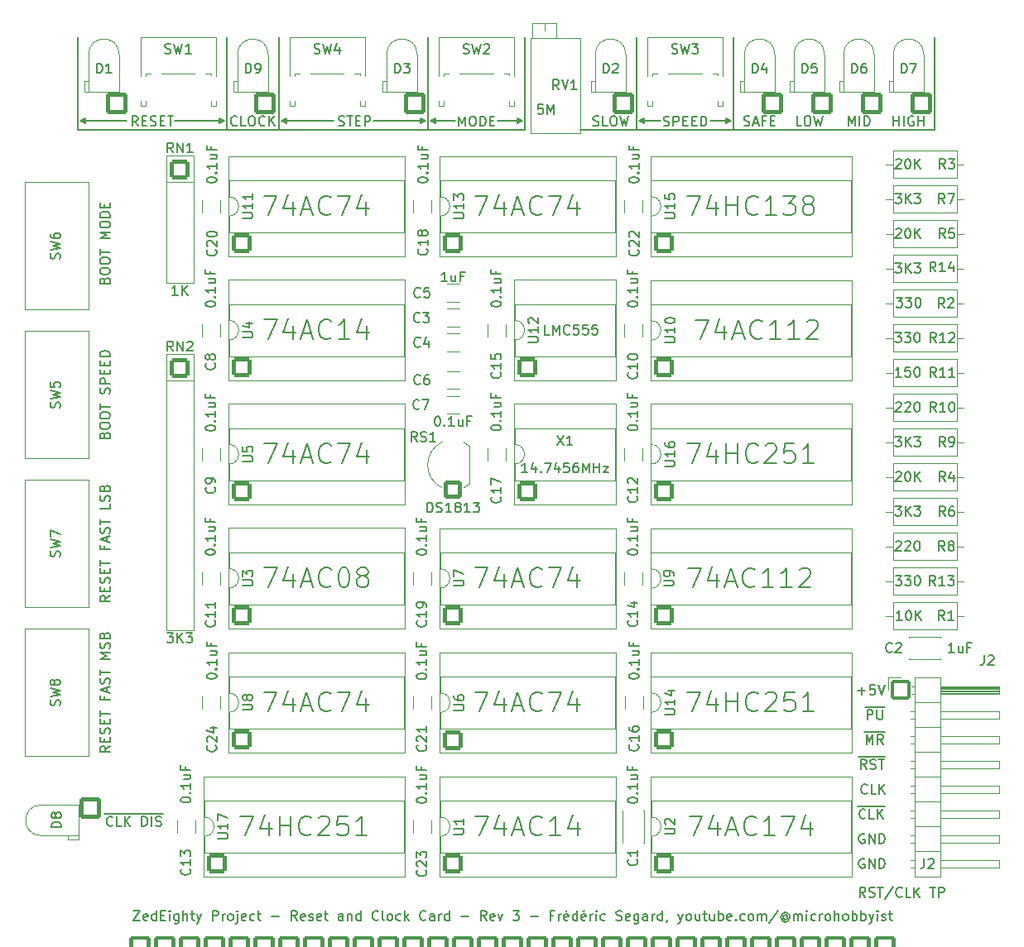
<source format=gto>
G04 #@! TF.GenerationSoftware,KiCad,Pcbnew,(6.0.9)*
G04 #@! TF.CreationDate,2022-12-02T20:03:53-05:00*
G04 #@! TF.ProjectId,Part 3 - Clock v3,50617274-2033-4202-9d20-436c6f636b20,1.1*
G04 #@! TF.SameCoordinates,Original*
G04 #@! TF.FileFunction,Legend,Top*
G04 #@! TF.FilePolarity,Positive*
%FSLAX46Y46*%
G04 Gerber Fmt 4.6, Leading zero omitted, Abs format (unit mm)*
G04 Created by KiCad (PCBNEW (6.0.9)) date 2022-12-02 20:03:53*
%MOMM*%
%LPD*%
G01*
G04 APERTURE LIST*
G04 Aperture macros list*
%AMRoundRect*
0 Rectangle with rounded corners*
0 $1 Rounding radius*
0 $2 $3 $4 $5 $6 $7 $8 $9 X,Y pos of 4 corners*
0 Add a 4 corners polygon primitive as box body*
4,1,4,$2,$3,$4,$5,$6,$7,$8,$9,$2,$3,0*
0 Add four circle primitives for the rounded corners*
1,1,$1+$1,$2,$3*
1,1,$1+$1,$4,$5*
1,1,$1+$1,$6,$7*
1,1,$1+$1,$8,$9*
0 Add four rect primitives between the rounded corners*
20,1,$1+$1,$2,$3,$4,$5,0*
20,1,$1+$1,$4,$5,$6,$7,0*
20,1,$1+$1,$6,$7,$8,$9,0*
20,1,$1+$1,$8,$9,$2,$3,0*%
G04 Aperture macros list end*
%ADD10C,0.150000*%
%ADD11C,0.200000*%
%ADD12C,0.120000*%
%ADD13C,2.000000*%
%ADD14O,2.000000X2.000000*%
%ADD15RoundRect,0.200000X0.800000X-0.800000X0.800000X0.800000X-0.800000X0.800000X-0.800000X-0.800000X0*%
%ADD16RoundRect,0.200000X-0.900000X0.900000X-0.900000X-0.900000X0.900000X-0.900000X0.900000X0.900000X0*%
%ADD17C,2.200000*%
%ADD18C,2.500000*%
%ADD19C,2.150000*%
%ADD20RoundRect,0.200000X0.900000X0.900000X-0.900000X0.900000X-0.900000X-0.900000X0.900000X-0.900000X0*%
%ADD21C,3.000000*%
%ADD22RoundRect,0.200000X-0.890000X-3.810000X0.890000X-3.810000X0.890000X3.810000X-0.890000X3.810000X0*%
%ADD23RoundRect,0.200000X-0.800000X0.800000X-0.800000X-0.800000X0.800000X-0.800000X0.800000X0.800000X0*%
%ADD24C,1.840000*%
%ADD25RoundRect,0.200000X-0.850000X-0.850000X0.850000X-0.850000X0.850000X0.850000X-0.850000X0.850000X0*%
%ADD26O,2.100000X2.100000*%
%ADD27RoundRect,0.200000X0.750000X-0.750000X0.750000X0.750000X-0.750000X0.750000X-0.750000X-0.750000X0*%
%ADD28C,1.900000*%
G04 APERTURE END LIST*
D10*
X152125000Y-55626000D02*
X162031000Y-55626000D01*
X152908000Y-54991000D02*
X152400000Y-54737000D01*
X131064000Y-54737000D02*
X131572000Y-54483000D01*
X95250000Y-54737000D02*
X95758000Y-54483000D01*
X131572000Y-54991000D02*
X131064000Y-54737000D01*
X152400000Y-54737000D02*
X152908000Y-54864000D01*
X140462000Y-54737000D02*
X139954000Y-54483000D01*
X162031000Y-55626000D02*
X162031000Y-46200000D01*
X130048000Y-54991000D02*
X130556000Y-54737000D01*
X95250000Y-54737000D02*
X95758000Y-54991000D01*
X161798000Y-54737000D02*
X161290000Y-54610000D01*
X104902000Y-54737000D02*
X109982000Y-54737000D01*
X95758000Y-54864000D02*
X95250000Y-54737000D01*
X130556000Y-54737000D02*
X130048000Y-54483000D01*
X125222000Y-54737000D02*
X130556000Y-54737000D01*
X130556000Y-54737000D02*
X130048000Y-54610000D01*
X116332000Y-54483000D02*
X115824000Y-54737000D01*
X182605000Y-55626000D02*
X182605000Y-46200000D01*
X115824000Y-54737000D02*
X116332000Y-54610000D01*
X115824000Y-54737000D02*
X116332000Y-54864000D01*
X109982000Y-54737000D02*
X109474000Y-54483000D01*
X115570000Y-55626000D02*
X130810000Y-55626000D01*
X131064000Y-54737000D02*
X131572000Y-54864000D01*
X94996000Y-55626000D02*
X94996000Y-46200000D01*
X133604000Y-54737000D02*
X131064000Y-54737000D01*
X137922000Y-54737000D02*
X140462000Y-54737000D01*
X146405600Y-55626000D02*
X152125000Y-55626000D01*
X95758000Y-54991000D02*
X95758000Y-54483000D01*
X162031000Y-55626000D02*
X182605000Y-55626000D01*
X130556000Y-54737000D02*
X130048000Y-54864000D01*
X115824000Y-54737000D02*
X116332000Y-54991000D01*
X95250000Y-54737000D02*
X95758000Y-54610000D01*
X152400000Y-54737000D02*
X152908000Y-54483000D01*
X139954000Y-54864000D02*
X140462000Y-54737000D01*
X161798000Y-54737000D02*
X161290000Y-54864000D01*
X110236000Y-46200000D02*
X110236000Y-55626000D01*
X110236000Y-55626000D02*
X115570000Y-55626000D01*
X131572000Y-54483000D02*
X131572000Y-54991000D01*
X131064000Y-54737000D02*
X131572000Y-54610000D01*
X130810000Y-55626000D02*
X130810000Y-46200000D01*
X130048000Y-54483000D02*
X130048000Y-54991000D01*
X154559000Y-54737000D02*
X152400000Y-54737000D01*
X116332000Y-54991000D02*
X116332000Y-54483000D01*
X152908000Y-54483000D02*
X152908000Y-54991000D01*
X139954000Y-54483000D02*
X139954000Y-54991000D01*
X140716000Y-55626000D02*
X140716000Y-46200000D01*
X109918500Y-54737000D02*
X109474000Y-54610000D01*
X116332000Y-54610000D02*
X115824000Y-54737000D01*
X109474000Y-54991000D02*
X109982000Y-54737000D01*
X152400000Y-54737000D02*
X152908000Y-54610000D01*
X161290000Y-54991000D02*
X161798000Y-54737000D01*
X152125000Y-55626000D02*
X152125000Y-46200000D01*
X109474000Y-54864000D02*
X109982000Y-54737000D01*
X130810000Y-55626000D02*
X140716000Y-55626000D01*
X109474000Y-54483000D02*
X109474000Y-54991000D01*
X121158000Y-54737000D02*
X115824000Y-54737000D01*
X140462000Y-54737000D02*
X139954000Y-54610000D01*
X130048000Y-54610000D02*
X130556000Y-54737000D01*
X161290000Y-54483000D02*
X161290000Y-54991000D01*
X159639000Y-54737000D02*
X161798000Y-54737000D01*
X95250000Y-54737000D02*
X99949000Y-54737000D01*
X110236000Y-55626000D02*
X94996000Y-55626000D01*
X139954000Y-54991000D02*
X140462000Y-54737000D01*
X161798000Y-54737000D02*
X161290000Y-54483000D01*
X95758000Y-54610000D02*
X95250000Y-54737000D01*
X115570000Y-55626000D02*
X115570000Y-46200000D01*
X175381842Y-117280000D02*
X176524700Y-117280000D01*
X175619938Y-118562380D02*
X175619938Y-117562380D01*
X175953271Y-118276666D01*
X176286604Y-117562380D01*
X176286604Y-118562380D01*
X176524700Y-117280000D02*
X177524700Y-117280000D01*
X177334223Y-118562380D02*
X177000890Y-118086190D01*
X176762795Y-118562380D02*
X176762795Y-117562380D01*
X177143747Y-117562380D01*
X177238985Y-117610000D01*
X177286604Y-117657619D01*
X177334223Y-117752857D01*
X177334223Y-117895714D01*
X177286604Y-117990952D01*
X177238985Y-118038571D01*
X177143747Y-118086190D01*
X176762795Y-118086190D01*
X174715176Y-124900000D02*
X175715176Y-124900000D01*
X175524700Y-126087142D02*
X175477080Y-126134761D01*
X175334223Y-126182380D01*
X175238985Y-126182380D01*
X175096128Y-126134761D01*
X175000890Y-126039523D01*
X174953271Y-125944285D01*
X174905652Y-125753809D01*
X174905652Y-125610952D01*
X174953271Y-125420476D01*
X175000890Y-125325238D01*
X175096128Y-125230000D01*
X175238985Y-125182380D01*
X175334223Y-125182380D01*
X175477080Y-125230000D01*
X175524700Y-125277619D01*
X175715176Y-124900000D02*
X176524700Y-124900000D01*
X176429461Y-126182380D02*
X175953271Y-126182380D01*
X175953271Y-125182380D01*
X176524700Y-124900000D02*
X177524700Y-124900000D01*
X176762795Y-126182380D02*
X176762795Y-125182380D01*
X177334223Y-126182380D02*
X176905652Y-125610952D01*
X177334223Y-125182380D02*
X176762795Y-125753809D01*
X174765976Y-113101428D02*
X175527880Y-113101428D01*
X175146928Y-113482380D02*
X175146928Y-112720476D01*
X176480261Y-112482380D02*
X176004071Y-112482380D01*
X175956452Y-112958571D01*
X176004071Y-112910952D01*
X176099309Y-112863333D01*
X176337404Y-112863333D01*
X176432642Y-112910952D01*
X176480261Y-112958571D01*
X176527880Y-113053809D01*
X176527880Y-113291904D01*
X176480261Y-113387142D01*
X176432642Y-113434761D01*
X176337404Y-113482380D01*
X176099309Y-113482380D01*
X176004071Y-113434761D01*
X175956452Y-113387142D01*
X176813595Y-112482380D02*
X177146928Y-113482380D01*
X177480261Y-112482380D01*
X174810414Y-119820000D02*
X175810414Y-119820000D01*
X175619938Y-121102380D02*
X175286604Y-120626190D01*
X175048509Y-121102380D02*
X175048509Y-120102380D01*
X175429461Y-120102380D01*
X175524700Y-120150000D01*
X175572319Y-120197619D01*
X175619938Y-120292857D01*
X175619938Y-120435714D01*
X175572319Y-120530952D01*
X175524700Y-120578571D01*
X175429461Y-120626190D01*
X175048509Y-120626190D01*
X175810414Y-119820000D02*
X176762795Y-119820000D01*
X176000890Y-121054761D02*
X176143747Y-121102380D01*
X176381842Y-121102380D01*
X176477080Y-121054761D01*
X176524700Y-121007142D01*
X176572319Y-120911904D01*
X176572319Y-120816666D01*
X176524700Y-120721428D01*
X176477080Y-120673809D01*
X176381842Y-120626190D01*
X176191366Y-120578571D01*
X176096128Y-120530952D01*
X176048509Y-120483333D01*
X176000890Y-120388095D01*
X176000890Y-120292857D01*
X176048509Y-120197619D01*
X176096128Y-120150000D01*
X176191366Y-120102380D01*
X176429461Y-120102380D01*
X176572319Y-120150000D01*
X176762795Y-119820000D02*
X177524700Y-119820000D01*
X176858033Y-120102380D02*
X177429461Y-120102380D01*
X177143747Y-121102380D02*
X177143747Y-120102380D01*
X175416785Y-127770000D02*
X175321547Y-127722380D01*
X175178690Y-127722380D01*
X175035833Y-127770000D01*
X174940595Y-127865238D01*
X174892976Y-127960476D01*
X174845357Y-128150952D01*
X174845357Y-128293809D01*
X174892976Y-128484285D01*
X174940595Y-128579523D01*
X175035833Y-128674761D01*
X175178690Y-128722380D01*
X175273928Y-128722380D01*
X175416785Y-128674761D01*
X175464404Y-128627142D01*
X175464404Y-128293809D01*
X175273928Y-128293809D01*
X175892976Y-128722380D02*
X175892976Y-127722380D01*
X176464404Y-128722380D01*
X176464404Y-127722380D01*
X176940595Y-128722380D02*
X176940595Y-127722380D01*
X177178690Y-127722380D01*
X177321547Y-127770000D01*
X177416785Y-127865238D01*
X177464404Y-127960476D01*
X177512023Y-128150952D01*
X177512023Y-128293809D01*
X177464404Y-128484285D01*
X177416785Y-128579523D01*
X177321547Y-128674761D01*
X177178690Y-128722380D01*
X176940595Y-128722380D01*
X175416785Y-130310000D02*
X175321547Y-130262380D01*
X175178690Y-130262380D01*
X175035833Y-130310000D01*
X174940595Y-130405238D01*
X174892976Y-130500476D01*
X174845357Y-130690952D01*
X174845357Y-130833809D01*
X174892976Y-131024285D01*
X174940595Y-131119523D01*
X175035833Y-131214761D01*
X175178690Y-131262380D01*
X175273928Y-131262380D01*
X175416785Y-131214761D01*
X175464404Y-131167142D01*
X175464404Y-130833809D01*
X175273928Y-130833809D01*
X175892976Y-131262380D02*
X175892976Y-130262380D01*
X176464404Y-131262380D01*
X176464404Y-130262380D01*
X176940595Y-131262380D02*
X176940595Y-130262380D01*
X177178690Y-130262380D01*
X177321547Y-130310000D01*
X177416785Y-130405238D01*
X177464404Y-130500476D01*
X177512023Y-130690952D01*
X177512023Y-130833809D01*
X177464404Y-131024285D01*
X177416785Y-131119523D01*
X177321547Y-131214761D01*
X177178690Y-131262380D01*
X176940595Y-131262380D01*
X175477080Y-114750000D02*
X176477080Y-114750000D01*
X175715176Y-116032380D02*
X175715176Y-115032380D01*
X176096128Y-115032380D01*
X176191366Y-115080000D01*
X176238985Y-115127619D01*
X176286604Y-115222857D01*
X176286604Y-115365714D01*
X176238985Y-115460952D01*
X176191366Y-115508571D01*
X176096128Y-115556190D01*
X175715176Y-115556190D01*
X176477080Y-114750000D02*
X177524700Y-114750000D01*
X176715176Y-115032380D02*
X176715176Y-115841904D01*
X176762795Y-115937142D01*
X176810414Y-115984761D01*
X176905652Y-116032380D01*
X177096128Y-116032380D01*
X177191366Y-115984761D01*
X177238985Y-115937142D01*
X177286604Y-115841904D01*
X177286604Y-115032380D01*
X100660285Y-135596380D02*
X101326952Y-135596380D01*
X100660285Y-136596380D01*
X101326952Y-136596380D01*
X102088857Y-136548761D02*
X101993619Y-136596380D01*
X101803142Y-136596380D01*
X101707904Y-136548761D01*
X101660285Y-136453523D01*
X101660285Y-136072571D01*
X101707904Y-135977333D01*
X101803142Y-135929714D01*
X101993619Y-135929714D01*
X102088857Y-135977333D01*
X102136476Y-136072571D01*
X102136476Y-136167809D01*
X101660285Y-136263047D01*
X102993619Y-136596380D02*
X102993619Y-135596380D01*
X102993619Y-136548761D02*
X102898380Y-136596380D01*
X102707904Y-136596380D01*
X102612666Y-136548761D01*
X102565047Y-136501142D01*
X102517428Y-136405904D01*
X102517428Y-136120190D01*
X102565047Y-136024952D01*
X102612666Y-135977333D01*
X102707904Y-135929714D01*
X102898380Y-135929714D01*
X102993619Y-135977333D01*
X103469809Y-136072571D02*
X103803142Y-136072571D01*
X103946000Y-136596380D02*
X103469809Y-136596380D01*
X103469809Y-135596380D01*
X103946000Y-135596380D01*
X104374571Y-136596380D02*
X104374571Y-135929714D01*
X104374571Y-135596380D02*
X104326952Y-135644000D01*
X104374571Y-135691619D01*
X104422190Y-135644000D01*
X104374571Y-135596380D01*
X104374571Y-135691619D01*
X105279333Y-135929714D02*
X105279333Y-136739238D01*
X105231714Y-136834476D01*
X105184095Y-136882095D01*
X105088857Y-136929714D01*
X104946000Y-136929714D01*
X104850761Y-136882095D01*
X105279333Y-136548761D02*
X105184095Y-136596380D01*
X104993619Y-136596380D01*
X104898380Y-136548761D01*
X104850761Y-136501142D01*
X104803142Y-136405904D01*
X104803142Y-136120190D01*
X104850761Y-136024952D01*
X104898380Y-135977333D01*
X104993619Y-135929714D01*
X105184095Y-135929714D01*
X105279333Y-135977333D01*
X105755523Y-136596380D02*
X105755523Y-135596380D01*
X106184095Y-136596380D02*
X106184095Y-136072571D01*
X106136476Y-135977333D01*
X106041238Y-135929714D01*
X105898380Y-135929714D01*
X105803142Y-135977333D01*
X105755523Y-136024952D01*
X106517428Y-135929714D02*
X106898380Y-135929714D01*
X106660285Y-135596380D02*
X106660285Y-136453523D01*
X106707904Y-136548761D01*
X106803142Y-136596380D01*
X106898380Y-136596380D01*
X107136476Y-135929714D02*
X107374571Y-136596380D01*
X107612666Y-135929714D02*
X107374571Y-136596380D01*
X107279333Y-136834476D01*
X107231714Y-136882095D01*
X107136476Y-136929714D01*
X108755523Y-136596380D02*
X108755523Y-135596380D01*
X109136476Y-135596380D01*
X109231714Y-135644000D01*
X109279333Y-135691619D01*
X109326952Y-135786857D01*
X109326952Y-135929714D01*
X109279333Y-136024952D01*
X109231714Y-136072571D01*
X109136476Y-136120190D01*
X108755523Y-136120190D01*
X109755523Y-136596380D02*
X109755523Y-135929714D01*
X109755523Y-136120190D02*
X109803142Y-136024952D01*
X109850761Y-135977333D01*
X109946000Y-135929714D01*
X110041238Y-135929714D01*
X110517428Y-136596380D02*
X110422190Y-136548761D01*
X110374571Y-136501142D01*
X110326952Y-136405904D01*
X110326952Y-136120190D01*
X110374571Y-136024952D01*
X110422190Y-135977333D01*
X110517428Y-135929714D01*
X110660285Y-135929714D01*
X110755523Y-135977333D01*
X110803142Y-136024952D01*
X110850761Y-136120190D01*
X110850761Y-136405904D01*
X110803142Y-136501142D01*
X110755523Y-136548761D01*
X110660285Y-136596380D01*
X110517428Y-136596380D01*
X111279333Y-135929714D02*
X111279333Y-136786857D01*
X111231714Y-136882095D01*
X111136476Y-136929714D01*
X111088857Y-136929714D01*
X111279333Y-135596380D02*
X111231714Y-135644000D01*
X111279333Y-135691619D01*
X111326952Y-135644000D01*
X111279333Y-135596380D01*
X111279333Y-135691619D01*
X112136476Y-136548761D02*
X112041238Y-136596380D01*
X111850761Y-136596380D01*
X111755523Y-136548761D01*
X111707904Y-136453523D01*
X111707904Y-136072571D01*
X111755523Y-135977333D01*
X111850761Y-135929714D01*
X112041238Y-135929714D01*
X112136476Y-135977333D01*
X112184095Y-136072571D01*
X112184095Y-136167809D01*
X111707904Y-136263047D01*
X113041238Y-136548761D02*
X112946000Y-136596380D01*
X112755523Y-136596380D01*
X112660285Y-136548761D01*
X112612666Y-136501142D01*
X112565047Y-136405904D01*
X112565047Y-136120190D01*
X112612666Y-136024952D01*
X112660285Y-135977333D01*
X112755523Y-135929714D01*
X112946000Y-135929714D01*
X113041238Y-135977333D01*
X113326952Y-135929714D02*
X113707904Y-135929714D01*
X113469809Y-135596380D02*
X113469809Y-136453523D01*
X113517428Y-136548761D01*
X113612666Y-136596380D01*
X113707904Y-136596380D01*
X114803142Y-136215428D02*
X115565047Y-136215428D01*
X117374571Y-136596380D02*
X117041238Y-136120190D01*
X116803142Y-136596380D02*
X116803142Y-135596380D01*
X117184095Y-135596380D01*
X117279333Y-135644000D01*
X117326952Y-135691619D01*
X117374571Y-135786857D01*
X117374571Y-135929714D01*
X117326952Y-136024952D01*
X117279333Y-136072571D01*
X117184095Y-136120190D01*
X116803142Y-136120190D01*
X118184095Y-136548761D02*
X118088857Y-136596380D01*
X117898380Y-136596380D01*
X117803142Y-136548761D01*
X117755523Y-136453523D01*
X117755523Y-136072571D01*
X117803142Y-135977333D01*
X117898380Y-135929714D01*
X118088857Y-135929714D01*
X118184095Y-135977333D01*
X118231714Y-136072571D01*
X118231714Y-136167809D01*
X117755523Y-136263047D01*
X118612666Y-136548761D02*
X118707904Y-136596380D01*
X118898380Y-136596380D01*
X118993619Y-136548761D01*
X119041238Y-136453523D01*
X119041238Y-136405904D01*
X118993619Y-136310666D01*
X118898380Y-136263047D01*
X118755523Y-136263047D01*
X118660285Y-136215428D01*
X118612666Y-136120190D01*
X118612666Y-136072571D01*
X118660285Y-135977333D01*
X118755523Y-135929714D01*
X118898380Y-135929714D01*
X118993619Y-135977333D01*
X119850761Y-136548761D02*
X119755523Y-136596380D01*
X119565047Y-136596380D01*
X119469809Y-136548761D01*
X119422190Y-136453523D01*
X119422190Y-136072571D01*
X119469809Y-135977333D01*
X119565047Y-135929714D01*
X119755523Y-135929714D01*
X119850761Y-135977333D01*
X119898380Y-136072571D01*
X119898380Y-136167809D01*
X119422190Y-136263047D01*
X120184095Y-135929714D02*
X120565047Y-135929714D01*
X120326952Y-135596380D02*
X120326952Y-136453523D01*
X120374571Y-136548761D01*
X120469809Y-136596380D01*
X120565047Y-136596380D01*
X122088857Y-136596380D02*
X122088857Y-136072571D01*
X122041238Y-135977333D01*
X121946000Y-135929714D01*
X121755523Y-135929714D01*
X121660285Y-135977333D01*
X122088857Y-136548761D02*
X121993619Y-136596380D01*
X121755523Y-136596380D01*
X121660285Y-136548761D01*
X121612666Y-136453523D01*
X121612666Y-136358285D01*
X121660285Y-136263047D01*
X121755523Y-136215428D01*
X121993619Y-136215428D01*
X122088857Y-136167809D01*
X122565047Y-135929714D02*
X122565047Y-136596380D01*
X122565047Y-136024952D02*
X122612666Y-135977333D01*
X122707904Y-135929714D01*
X122850761Y-135929714D01*
X122946000Y-135977333D01*
X122993619Y-136072571D01*
X122993619Y-136596380D01*
X123898380Y-136596380D02*
X123898380Y-135596380D01*
X123898380Y-136548761D02*
X123803142Y-136596380D01*
X123612666Y-136596380D01*
X123517428Y-136548761D01*
X123469809Y-136501142D01*
X123422190Y-136405904D01*
X123422190Y-136120190D01*
X123469809Y-136024952D01*
X123517428Y-135977333D01*
X123612666Y-135929714D01*
X123803142Y-135929714D01*
X123898380Y-135977333D01*
X125707904Y-136501142D02*
X125660285Y-136548761D01*
X125517428Y-136596380D01*
X125422190Y-136596380D01*
X125279333Y-136548761D01*
X125184095Y-136453523D01*
X125136476Y-136358285D01*
X125088857Y-136167809D01*
X125088857Y-136024952D01*
X125136476Y-135834476D01*
X125184095Y-135739238D01*
X125279333Y-135644000D01*
X125422190Y-135596380D01*
X125517428Y-135596380D01*
X125660285Y-135644000D01*
X125707904Y-135691619D01*
X126279333Y-136596380D02*
X126184095Y-136548761D01*
X126136476Y-136453523D01*
X126136476Y-135596380D01*
X126803142Y-136596380D02*
X126707904Y-136548761D01*
X126660285Y-136501142D01*
X126612666Y-136405904D01*
X126612666Y-136120190D01*
X126660285Y-136024952D01*
X126707904Y-135977333D01*
X126803142Y-135929714D01*
X126946000Y-135929714D01*
X127041238Y-135977333D01*
X127088857Y-136024952D01*
X127136476Y-136120190D01*
X127136476Y-136405904D01*
X127088857Y-136501142D01*
X127041238Y-136548761D01*
X126946000Y-136596380D01*
X126803142Y-136596380D01*
X127993619Y-136548761D02*
X127898380Y-136596380D01*
X127707904Y-136596380D01*
X127612666Y-136548761D01*
X127565047Y-136501142D01*
X127517428Y-136405904D01*
X127517428Y-136120190D01*
X127565047Y-136024952D01*
X127612666Y-135977333D01*
X127707904Y-135929714D01*
X127898380Y-135929714D01*
X127993619Y-135977333D01*
X128422190Y-136596380D02*
X128422190Y-135596380D01*
X128517428Y-136215428D02*
X128803142Y-136596380D01*
X128803142Y-135929714D02*
X128422190Y-136310666D01*
X130565047Y-136501142D02*
X130517428Y-136548761D01*
X130374571Y-136596380D01*
X130279333Y-136596380D01*
X130136476Y-136548761D01*
X130041238Y-136453523D01*
X129993619Y-136358285D01*
X129946000Y-136167809D01*
X129946000Y-136024952D01*
X129993619Y-135834476D01*
X130041238Y-135739238D01*
X130136476Y-135644000D01*
X130279333Y-135596380D01*
X130374571Y-135596380D01*
X130517428Y-135644000D01*
X130565047Y-135691619D01*
X131422190Y-136596380D02*
X131422190Y-136072571D01*
X131374571Y-135977333D01*
X131279333Y-135929714D01*
X131088857Y-135929714D01*
X130993619Y-135977333D01*
X131422190Y-136548761D02*
X131326952Y-136596380D01*
X131088857Y-136596380D01*
X130993619Y-136548761D01*
X130946000Y-136453523D01*
X130946000Y-136358285D01*
X130993619Y-136263047D01*
X131088857Y-136215428D01*
X131326952Y-136215428D01*
X131422190Y-136167809D01*
X131898380Y-136596380D02*
X131898380Y-135929714D01*
X131898380Y-136120190D02*
X131946000Y-136024952D01*
X131993619Y-135977333D01*
X132088857Y-135929714D01*
X132184095Y-135929714D01*
X132946000Y-136596380D02*
X132946000Y-135596380D01*
X132946000Y-136548761D02*
X132850761Y-136596380D01*
X132660285Y-136596380D01*
X132565047Y-136548761D01*
X132517428Y-136501142D01*
X132469809Y-136405904D01*
X132469809Y-136120190D01*
X132517428Y-136024952D01*
X132565047Y-135977333D01*
X132660285Y-135929714D01*
X132850761Y-135929714D01*
X132946000Y-135977333D01*
X134184095Y-136215428D02*
X134946000Y-136215428D01*
X136755523Y-136596380D02*
X136422190Y-136120190D01*
X136184095Y-136596380D02*
X136184095Y-135596380D01*
X136565047Y-135596380D01*
X136660285Y-135644000D01*
X136707904Y-135691619D01*
X136755523Y-135786857D01*
X136755523Y-135929714D01*
X136707904Y-136024952D01*
X136660285Y-136072571D01*
X136565047Y-136120190D01*
X136184095Y-136120190D01*
X137565047Y-136548761D02*
X137469809Y-136596380D01*
X137279333Y-136596380D01*
X137184095Y-136548761D01*
X137136476Y-136453523D01*
X137136476Y-136072571D01*
X137184095Y-135977333D01*
X137279333Y-135929714D01*
X137469809Y-135929714D01*
X137565047Y-135977333D01*
X137612666Y-136072571D01*
X137612666Y-136167809D01*
X137136476Y-136263047D01*
X137946000Y-135929714D02*
X138184095Y-136596380D01*
X138422190Y-135929714D01*
X139469809Y-135596380D02*
X140088857Y-135596380D01*
X139755523Y-135977333D01*
X139898380Y-135977333D01*
X139993619Y-136024952D01*
X140041238Y-136072571D01*
X140088857Y-136167809D01*
X140088857Y-136405904D01*
X140041238Y-136501142D01*
X139993619Y-136548761D01*
X139898380Y-136596380D01*
X139612666Y-136596380D01*
X139517428Y-136548761D01*
X139469809Y-136501142D01*
X141279333Y-136215428D02*
X142041238Y-136215428D01*
X143612666Y-136072571D02*
X143279333Y-136072571D01*
X143279333Y-136596380D02*
X143279333Y-135596380D01*
X143755523Y-135596380D01*
X144136476Y-136596380D02*
X144136476Y-135929714D01*
X144136476Y-136120190D02*
X144184095Y-136024952D01*
X144231714Y-135977333D01*
X144326952Y-135929714D01*
X144422190Y-135929714D01*
X145136476Y-136548761D02*
X145041238Y-136596380D01*
X144850761Y-136596380D01*
X144755523Y-136548761D01*
X144707904Y-136453523D01*
X144707904Y-136072571D01*
X144755523Y-135977333D01*
X144850761Y-135929714D01*
X145041238Y-135929714D01*
X145136476Y-135977333D01*
X145184095Y-136072571D01*
X145184095Y-136167809D01*
X144707904Y-136263047D01*
X145041238Y-135548761D02*
X144898380Y-135691619D01*
X146041238Y-136596380D02*
X146041238Y-135596380D01*
X146041238Y-136548761D02*
X145946000Y-136596380D01*
X145755523Y-136596380D01*
X145660285Y-136548761D01*
X145612666Y-136501142D01*
X145565047Y-136405904D01*
X145565047Y-136120190D01*
X145612666Y-136024952D01*
X145660285Y-135977333D01*
X145755523Y-135929714D01*
X145946000Y-135929714D01*
X146041238Y-135977333D01*
X146898380Y-136548761D02*
X146803142Y-136596380D01*
X146612666Y-136596380D01*
X146517428Y-136548761D01*
X146469809Y-136453523D01*
X146469809Y-136072571D01*
X146517428Y-135977333D01*
X146612666Y-135929714D01*
X146803142Y-135929714D01*
X146898380Y-135977333D01*
X146946000Y-136072571D01*
X146946000Y-136167809D01*
X146469809Y-136263047D01*
X146803142Y-135548761D02*
X146660285Y-135691619D01*
X147374571Y-136596380D02*
X147374571Y-135929714D01*
X147374571Y-136120190D02*
X147422190Y-136024952D01*
X147469809Y-135977333D01*
X147565047Y-135929714D01*
X147660285Y-135929714D01*
X147993619Y-136596380D02*
X147993619Y-135929714D01*
X147993619Y-135596380D02*
X147946000Y-135644000D01*
X147993619Y-135691619D01*
X148041238Y-135644000D01*
X147993619Y-135596380D01*
X147993619Y-135691619D01*
X148898380Y-136548761D02*
X148803142Y-136596380D01*
X148612666Y-136596380D01*
X148517428Y-136548761D01*
X148469809Y-136501142D01*
X148422190Y-136405904D01*
X148422190Y-136120190D01*
X148469809Y-136024952D01*
X148517428Y-135977333D01*
X148612666Y-135929714D01*
X148803142Y-135929714D01*
X148898380Y-135977333D01*
X150041238Y-136548761D02*
X150184095Y-136596380D01*
X150422190Y-136596380D01*
X150517428Y-136548761D01*
X150565047Y-136501142D01*
X150612666Y-136405904D01*
X150612666Y-136310666D01*
X150565047Y-136215428D01*
X150517428Y-136167809D01*
X150422190Y-136120190D01*
X150231714Y-136072571D01*
X150136476Y-136024952D01*
X150088857Y-135977333D01*
X150041238Y-135882095D01*
X150041238Y-135786857D01*
X150088857Y-135691619D01*
X150136476Y-135644000D01*
X150231714Y-135596380D01*
X150469809Y-135596380D01*
X150612666Y-135644000D01*
X151422190Y-136548761D02*
X151326952Y-136596380D01*
X151136476Y-136596380D01*
X151041238Y-136548761D01*
X150993619Y-136453523D01*
X150993619Y-136072571D01*
X151041238Y-135977333D01*
X151136476Y-135929714D01*
X151326952Y-135929714D01*
X151422190Y-135977333D01*
X151469809Y-136072571D01*
X151469809Y-136167809D01*
X150993619Y-136263047D01*
X152326952Y-135929714D02*
X152326952Y-136739238D01*
X152279333Y-136834476D01*
X152231714Y-136882095D01*
X152136476Y-136929714D01*
X151993619Y-136929714D01*
X151898380Y-136882095D01*
X152326952Y-136548761D02*
X152231714Y-136596380D01*
X152041238Y-136596380D01*
X151946000Y-136548761D01*
X151898380Y-136501142D01*
X151850761Y-136405904D01*
X151850761Y-136120190D01*
X151898380Y-136024952D01*
X151946000Y-135977333D01*
X152041238Y-135929714D01*
X152231714Y-135929714D01*
X152326952Y-135977333D01*
X153231714Y-136596380D02*
X153231714Y-136072571D01*
X153184095Y-135977333D01*
X153088857Y-135929714D01*
X152898380Y-135929714D01*
X152803142Y-135977333D01*
X153231714Y-136548761D02*
X153136476Y-136596380D01*
X152898380Y-136596380D01*
X152803142Y-136548761D01*
X152755523Y-136453523D01*
X152755523Y-136358285D01*
X152803142Y-136263047D01*
X152898380Y-136215428D01*
X153136476Y-136215428D01*
X153231714Y-136167809D01*
X153707904Y-136596380D02*
X153707904Y-135929714D01*
X153707904Y-136120190D02*
X153755523Y-136024952D01*
X153803142Y-135977333D01*
X153898380Y-135929714D01*
X153993619Y-135929714D01*
X154755523Y-136596380D02*
X154755523Y-135596380D01*
X154755523Y-136548761D02*
X154660285Y-136596380D01*
X154469809Y-136596380D01*
X154374571Y-136548761D01*
X154326952Y-136501142D01*
X154279333Y-136405904D01*
X154279333Y-136120190D01*
X154326952Y-136024952D01*
X154374571Y-135977333D01*
X154469809Y-135929714D01*
X154660285Y-135929714D01*
X154755523Y-135977333D01*
X155279333Y-136548761D02*
X155279333Y-136596380D01*
X155231714Y-136691619D01*
X155184095Y-136739238D01*
X156374571Y-135929714D02*
X156612666Y-136596380D01*
X156850761Y-135929714D02*
X156612666Y-136596380D01*
X156517428Y-136834476D01*
X156469809Y-136882095D01*
X156374571Y-136929714D01*
X157374571Y-136596380D02*
X157279333Y-136548761D01*
X157231714Y-136501142D01*
X157184095Y-136405904D01*
X157184095Y-136120190D01*
X157231714Y-136024952D01*
X157279333Y-135977333D01*
X157374571Y-135929714D01*
X157517428Y-135929714D01*
X157612666Y-135977333D01*
X157660285Y-136024952D01*
X157707904Y-136120190D01*
X157707904Y-136405904D01*
X157660285Y-136501142D01*
X157612666Y-136548761D01*
X157517428Y-136596380D01*
X157374571Y-136596380D01*
X158565047Y-135929714D02*
X158565047Y-136596380D01*
X158136476Y-135929714D02*
X158136476Y-136453523D01*
X158184095Y-136548761D01*
X158279333Y-136596380D01*
X158422190Y-136596380D01*
X158517428Y-136548761D01*
X158565047Y-136501142D01*
X158898380Y-135929714D02*
X159279333Y-135929714D01*
X159041238Y-135596380D02*
X159041238Y-136453523D01*
X159088857Y-136548761D01*
X159184095Y-136596380D01*
X159279333Y-136596380D01*
X160041238Y-135929714D02*
X160041238Y-136596380D01*
X159612666Y-135929714D02*
X159612666Y-136453523D01*
X159660285Y-136548761D01*
X159755523Y-136596380D01*
X159898380Y-136596380D01*
X159993619Y-136548761D01*
X160041238Y-136501142D01*
X160517428Y-136596380D02*
X160517428Y-135596380D01*
X160517428Y-135977333D02*
X160612666Y-135929714D01*
X160803142Y-135929714D01*
X160898380Y-135977333D01*
X160946000Y-136024952D01*
X160993619Y-136120190D01*
X160993619Y-136405904D01*
X160946000Y-136501142D01*
X160898380Y-136548761D01*
X160803142Y-136596380D01*
X160612666Y-136596380D01*
X160517428Y-136548761D01*
X161803142Y-136548761D02*
X161707904Y-136596380D01*
X161517428Y-136596380D01*
X161422190Y-136548761D01*
X161374571Y-136453523D01*
X161374571Y-136072571D01*
X161422190Y-135977333D01*
X161517428Y-135929714D01*
X161707904Y-135929714D01*
X161803142Y-135977333D01*
X161850761Y-136072571D01*
X161850761Y-136167809D01*
X161374571Y-136263047D01*
X162279333Y-136501142D02*
X162326952Y-136548761D01*
X162279333Y-136596380D01*
X162231714Y-136548761D01*
X162279333Y-136501142D01*
X162279333Y-136596380D01*
X163184095Y-136548761D02*
X163088857Y-136596380D01*
X162898380Y-136596380D01*
X162803142Y-136548761D01*
X162755523Y-136501142D01*
X162707904Y-136405904D01*
X162707904Y-136120190D01*
X162755523Y-136024952D01*
X162803142Y-135977333D01*
X162898380Y-135929714D01*
X163088857Y-135929714D01*
X163184095Y-135977333D01*
X163755523Y-136596380D02*
X163660285Y-136548761D01*
X163612666Y-136501142D01*
X163565047Y-136405904D01*
X163565047Y-136120190D01*
X163612666Y-136024952D01*
X163660285Y-135977333D01*
X163755523Y-135929714D01*
X163898380Y-135929714D01*
X163993619Y-135977333D01*
X164041238Y-136024952D01*
X164088857Y-136120190D01*
X164088857Y-136405904D01*
X164041238Y-136501142D01*
X163993619Y-136548761D01*
X163898380Y-136596380D01*
X163755523Y-136596380D01*
X164517428Y-136596380D02*
X164517428Y-135929714D01*
X164517428Y-136024952D02*
X164565047Y-135977333D01*
X164660285Y-135929714D01*
X164803142Y-135929714D01*
X164898380Y-135977333D01*
X164946000Y-136072571D01*
X164946000Y-136596380D01*
X164946000Y-136072571D02*
X164993619Y-135977333D01*
X165088857Y-135929714D01*
X165231714Y-135929714D01*
X165326952Y-135977333D01*
X165374571Y-136072571D01*
X165374571Y-136596380D01*
X166565047Y-135548761D02*
X165707904Y-136834476D01*
X167517428Y-136120190D02*
X167469809Y-136072571D01*
X167374571Y-136024952D01*
X167279333Y-136024952D01*
X167184095Y-136072571D01*
X167136476Y-136120190D01*
X167088857Y-136215428D01*
X167088857Y-136310666D01*
X167136476Y-136405904D01*
X167184095Y-136453523D01*
X167279333Y-136501142D01*
X167374571Y-136501142D01*
X167469809Y-136453523D01*
X167517428Y-136405904D01*
X167517428Y-136024952D02*
X167517428Y-136405904D01*
X167565047Y-136453523D01*
X167612666Y-136453523D01*
X167707904Y-136405904D01*
X167755523Y-136310666D01*
X167755523Y-136072571D01*
X167660285Y-135929714D01*
X167517428Y-135834476D01*
X167326952Y-135786857D01*
X167136476Y-135834476D01*
X166993619Y-135929714D01*
X166898380Y-136072571D01*
X166850761Y-136263047D01*
X166898380Y-136453523D01*
X166993619Y-136596380D01*
X167136476Y-136691619D01*
X167326952Y-136739238D01*
X167517428Y-136691619D01*
X167660285Y-136596380D01*
X168184095Y-136596380D02*
X168184095Y-135929714D01*
X168184095Y-136024952D02*
X168231714Y-135977333D01*
X168326952Y-135929714D01*
X168469809Y-135929714D01*
X168565047Y-135977333D01*
X168612666Y-136072571D01*
X168612666Y-136596380D01*
X168612666Y-136072571D02*
X168660285Y-135977333D01*
X168755523Y-135929714D01*
X168898380Y-135929714D01*
X168993619Y-135977333D01*
X169041238Y-136072571D01*
X169041238Y-136596380D01*
X169517428Y-136596380D02*
X169517428Y-135929714D01*
X169517428Y-135596380D02*
X169469809Y-135644000D01*
X169517428Y-135691619D01*
X169565047Y-135644000D01*
X169517428Y-135596380D01*
X169517428Y-135691619D01*
X170422190Y-136548761D02*
X170326952Y-136596380D01*
X170136476Y-136596380D01*
X170041238Y-136548761D01*
X169993619Y-136501142D01*
X169946000Y-136405904D01*
X169946000Y-136120190D01*
X169993619Y-136024952D01*
X170041238Y-135977333D01*
X170136476Y-135929714D01*
X170326952Y-135929714D01*
X170422190Y-135977333D01*
X170850761Y-136596380D02*
X170850761Y-135929714D01*
X170850761Y-136120190D02*
X170898380Y-136024952D01*
X170946000Y-135977333D01*
X171041238Y-135929714D01*
X171136476Y-135929714D01*
X171612666Y-136596380D02*
X171517428Y-136548761D01*
X171469809Y-136501142D01*
X171422190Y-136405904D01*
X171422190Y-136120190D01*
X171469809Y-136024952D01*
X171517428Y-135977333D01*
X171612666Y-135929714D01*
X171755523Y-135929714D01*
X171850761Y-135977333D01*
X171898380Y-136024952D01*
X171946000Y-136120190D01*
X171946000Y-136405904D01*
X171898380Y-136501142D01*
X171850761Y-136548761D01*
X171755523Y-136596380D01*
X171612666Y-136596380D01*
X172374571Y-136596380D02*
X172374571Y-135596380D01*
X172803142Y-136596380D02*
X172803142Y-136072571D01*
X172755523Y-135977333D01*
X172660285Y-135929714D01*
X172517428Y-135929714D01*
X172422190Y-135977333D01*
X172374571Y-136024952D01*
X173422190Y-136596380D02*
X173326952Y-136548761D01*
X173279333Y-136501142D01*
X173231714Y-136405904D01*
X173231714Y-136120190D01*
X173279333Y-136024952D01*
X173326952Y-135977333D01*
X173422190Y-135929714D01*
X173565047Y-135929714D01*
X173660285Y-135977333D01*
X173707904Y-136024952D01*
X173755523Y-136120190D01*
X173755523Y-136405904D01*
X173707904Y-136501142D01*
X173660285Y-136548761D01*
X173565047Y-136596380D01*
X173422190Y-136596380D01*
X174184095Y-136596380D02*
X174184095Y-135596380D01*
X174184095Y-135977333D02*
X174279333Y-135929714D01*
X174469809Y-135929714D01*
X174565047Y-135977333D01*
X174612666Y-136024952D01*
X174660285Y-136120190D01*
X174660285Y-136405904D01*
X174612666Y-136501142D01*
X174565047Y-136548761D01*
X174469809Y-136596380D01*
X174279333Y-136596380D01*
X174184095Y-136548761D01*
X175088857Y-136596380D02*
X175088857Y-135596380D01*
X175088857Y-135977333D02*
X175184095Y-135929714D01*
X175374571Y-135929714D01*
X175469809Y-135977333D01*
X175517428Y-136024952D01*
X175565047Y-136120190D01*
X175565047Y-136405904D01*
X175517428Y-136501142D01*
X175469809Y-136548761D01*
X175374571Y-136596380D01*
X175184095Y-136596380D01*
X175088857Y-136548761D01*
X175898380Y-135929714D02*
X176136476Y-136596380D01*
X176374571Y-135929714D02*
X176136476Y-136596380D01*
X176041238Y-136834476D01*
X175993619Y-136882095D01*
X175898380Y-136929714D01*
X176755523Y-136596380D02*
X176755523Y-135929714D01*
X176755523Y-135596380D02*
X176707904Y-135644000D01*
X176755523Y-135691619D01*
X176803142Y-135644000D01*
X176755523Y-135596380D01*
X176755523Y-135691619D01*
X177184095Y-136548761D02*
X177279333Y-136596380D01*
X177469809Y-136596380D01*
X177565047Y-136548761D01*
X177612666Y-136453523D01*
X177612666Y-136405904D01*
X177565047Y-136310666D01*
X177469809Y-136263047D01*
X177326952Y-136263047D01*
X177231714Y-136215428D01*
X177184095Y-136120190D01*
X177184095Y-136072571D01*
X177231714Y-135977333D01*
X177326952Y-135929714D01*
X177469809Y-135929714D01*
X177565047Y-135977333D01*
X177898380Y-135929714D02*
X178279333Y-135929714D01*
X178041238Y-135596380D02*
X178041238Y-136453523D01*
X178088857Y-136548761D01*
X178184095Y-136596380D01*
X178279333Y-136596380D01*
X175702500Y-123547142D02*
X175654880Y-123594761D01*
X175512023Y-123642380D01*
X175416785Y-123642380D01*
X175273928Y-123594761D01*
X175178690Y-123499523D01*
X175131071Y-123404285D01*
X175083452Y-123213809D01*
X175083452Y-123070952D01*
X175131071Y-122880476D01*
X175178690Y-122785238D01*
X175273928Y-122690000D01*
X175416785Y-122642380D01*
X175512023Y-122642380D01*
X175654880Y-122690000D01*
X175702500Y-122737619D01*
X176607261Y-123642380D02*
X176131071Y-123642380D01*
X176131071Y-122642380D01*
X176940595Y-123642380D02*
X176940595Y-122642380D01*
X177512023Y-123642380D02*
X177083452Y-123070952D01*
X177512023Y-122642380D02*
X176940595Y-123213809D01*
X182745142Y-77414380D02*
X182411809Y-76938190D01*
X182173714Y-77414380D02*
X182173714Y-76414380D01*
X182554666Y-76414380D01*
X182649904Y-76462000D01*
X182697523Y-76509619D01*
X182745142Y-76604857D01*
X182745142Y-76747714D01*
X182697523Y-76842952D01*
X182649904Y-76890571D01*
X182554666Y-76938190D01*
X182173714Y-76938190D01*
X183697523Y-77414380D02*
X183126095Y-77414380D01*
X183411809Y-77414380D02*
X183411809Y-76414380D01*
X183316571Y-76557238D01*
X183221333Y-76652476D01*
X183126095Y-76700095D01*
X184078476Y-76509619D02*
X184126095Y-76462000D01*
X184221333Y-76414380D01*
X184459428Y-76414380D01*
X184554666Y-76462000D01*
X184602285Y-76509619D01*
X184649904Y-76604857D01*
X184649904Y-76700095D01*
X184602285Y-76842952D01*
X184030857Y-77414380D01*
X184649904Y-77414380D01*
X178571685Y-76414380D02*
X179190733Y-76414380D01*
X178857400Y-76795333D01*
X179000257Y-76795333D01*
X179095495Y-76842952D01*
X179143114Y-76890571D01*
X179190733Y-76985809D01*
X179190733Y-77223904D01*
X179143114Y-77319142D01*
X179095495Y-77366761D01*
X179000257Y-77414380D01*
X178714542Y-77414380D01*
X178619304Y-77366761D01*
X178571685Y-77319142D01*
X179524066Y-76414380D02*
X180143114Y-76414380D01*
X179809780Y-76795333D01*
X179952638Y-76795333D01*
X180047876Y-76842952D01*
X180095495Y-76890571D01*
X180143114Y-76985809D01*
X180143114Y-77223904D01*
X180095495Y-77319142D01*
X180047876Y-77366761D01*
X179952638Y-77414380D01*
X179666923Y-77414380D01*
X179571685Y-77366761D01*
X179524066Y-77319142D01*
X180762161Y-76414380D02*
X180857400Y-76414380D01*
X180952638Y-76462000D01*
X181000257Y-76509619D01*
X181047876Y-76604857D01*
X181095495Y-76795333D01*
X181095495Y-77033428D01*
X181047876Y-77223904D01*
X181000257Y-77319142D01*
X180952638Y-77366761D01*
X180857400Y-77414380D01*
X180762161Y-77414380D01*
X180666923Y-77366761D01*
X180619304Y-77319142D01*
X180571685Y-77223904D01*
X180524066Y-77033428D01*
X180524066Y-76795333D01*
X180571685Y-76604857D01*
X180619304Y-76509619D01*
X180666923Y-76462000D01*
X180762161Y-76414380D01*
X111842380Y-64728095D02*
X112651904Y-64728095D01*
X112747142Y-64680476D01*
X112794761Y-64632857D01*
X112842380Y-64537619D01*
X112842380Y-64347142D01*
X112794761Y-64251904D01*
X112747142Y-64204285D01*
X112651904Y-64156666D01*
X111842380Y-64156666D01*
X112842380Y-63156666D02*
X112842380Y-63728095D01*
X112842380Y-63442380D02*
X111842380Y-63442380D01*
X111985238Y-63537619D01*
X112080476Y-63632857D01*
X112128095Y-63728095D01*
X112842380Y-62204285D02*
X112842380Y-62775714D01*
X112842380Y-62490000D02*
X111842380Y-62490000D01*
X111985238Y-62585238D01*
X112080476Y-62680476D01*
X112128095Y-62775714D01*
D11*
X113994047Y-62394761D02*
X115327380Y-62394761D01*
X114470238Y-64394761D01*
X116946428Y-63061428D02*
X116946428Y-64394761D01*
X116470238Y-62299523D02*
X115994047Y-63728095D01*
X117232142Y-63728095D01*
X117898809Y-63823333D02*
X118851190Y-63823333D01*
X117708333Y-64394761D02*
X118375000Y-62394761D01*
X119041666Y-64394761D01*
X120851190Y-64204285D02*
X120755952Y-64299523D01*
X120470238Y-64394761D01*
X120279761Y-64394761D01*
X119994047Y-64299523D01*
X119803571Y-64109047D01*
X119708333Y-63918571D01*
X119613095Y-63537619D01*
X119613095Y-63251904D01*
X119708333Y-62870952D01*
X119803571Y-62680476D01*
X119994047Y-62490000D01*
X120279761Y-62394761D01*
X120470238Y-62394761D01*
X120755952Y-62490000D01*
X120851190Y-62585238D01*
X121517857Y-62394761D02*
X122851190Y-62394761D01*
X121994047Y-64394761D01*
X124470238Y-63061428D02*
X124470238Y-64394761D01*
X123994047Y-62299523D02*
X123517857Y-63728095D01*
X124755952Y-63728095D01*
D10*
X93258380Y-127077695D02*
X92258380Y-127077695D01*
X92258380Y-126839600D01*
X92306000Y-126696742D01*
X92401238Y-126601504D01*
X92496476Y-126553885D01*
X92686952Y-126506266D01*
X92829809Y-126506266D01*
X93020285Y-126553885D01*
X93115523Y-126601504D01*
X93210761Y-126696742D01*
X93258380Y-126839600D01*
X93258380Y-127077695D01*
X92686952Y-125934838D02*
X92639333Y-126030076D01*
X92591714Y-126077695D01*
X92496476Y-126125314D01*
X92448857Y-126125314D01*
X92353619Y-126077695D01*
X92306000Y-126030076D01*
X92258380Y-125934838D01*
X92258380Y-125744361D01*
X92306000Y-125649123D01*
X92353619Y-125601504D01*
X92448857Y-125553885D01*
X92496476Y-125553885D01*
X92591714Y-125601504D01*
X92639333Y-125649123D01*
X92686952Y-125744361D01*
X92686952Y-125934838D01*
X92734571Y-126030076D01*
X92782190Y-126077695D01*
X92877428Y-126125314D01*
X93067904Y-126125314D01*
X93163142Y-126077695D01*
X93210761Y-126030076D01*
X93258380Y-125934838D01*
X93258380Y-125744361D01*
X93210761Y-125649123D01*
X93163142Y-125601504D01*
X93067904Y-125553885D01*
X92877428Y-125553885D01*
X92782190Y-125601504D01*
X92734571Y-125649123D01*
X92686952Y-125744361D01*
X97711000Y-125662000D02*
X98711000Y-125662000D01*
X98520523Y-126849142D02*
X98472904Y-126896761D01*
X98330047Y-126944380D01*
X98234809Y-126944380D01*
X98091952Y-126896761D01*
X97996714Y-126801523D01*
X97949095Y-126706285D01*
X97901476Y-126515809D01*
X97901476Y-126372952D01*
X97949095Y-126182476D01*
X97996714Y-126087238D01*
X98091952Y-125992000D01*
X98234809Y-125944380D01*
X98330047Y-125944380D01*
X98472904Y-125992000D01*
X98520523Y-126039619D01*
X98711000Y-125662000D02*
X99520523Y-125662000D01*
X99425285Y-126944380D02*
X98949095Y-126944380D01*
X98949095Y-125944380D01*
X99520523Y-125662000D02*
X100520523Y-125662000D01*
X99758619Y-126944380D02*
X99758619Y-125944380D01*
X100330047Y-126944380D02*
X99901476Y-126372952D01*
X100330047Y-125944380D02*
X99758619Y-126515809D01*
X100520523Y-125662000D02*
X101282428Y-125662000D01*
X101282428Y-125662000D02*
X102282428Y-125662000D01*
X101520523Y-126944380D02*
X101520523Y-125944380D01*
X101758619Y-125944380D01*
X101901476Y-125992000D01*
X101996714Y-126087238D01*
X102044333Y-126182476D01*
X102091952Y-126372952D01*
X102091952Y-126515809D01*
X102044333Y-126706285D01*
X101996714Y-126801523D01*
X101901476Y-126896761D01*
X101758619Y-126944380D01*
X101520523Y-126944380D01*
X102282428Y-125662000D02*
X102758619Y-125662000D01*
X102520523Y-126944380D02*
X102520523Y-125944380D01*
X102758619Y-125662000D02*
X103711000Y-125662000D01*
X102949095Y-126896761D02*
X103091952Y-126944380D01*
X103330047Y-126944380D01*
X103425285Y-126896761D01*
X103472904Y-126849142D01*
X103520523Y-126753904D01*
X103520523Y-126658666D01*
X103472904Y-126563428D01*
X103425285Y-126515809D01*
X103330047Y-126468190D01*
X103139571Y-126420571D01*
X103044333Y-126372952D01*
X102996714Y-126325333D01*
X102949095Y-126230095D01*
X102949095Y-126134857D01*
X102996714Y-126039619D01*
X103044333Y-125992000D01*
X103139571Y-125944380D01*
X103377666Y-125944380D01*
X103520523Y-125992000D01*
X155027380Y-64728095D02*
X155836904Y-64728095D01*
X155932142Y-64680476D01*
X155979761Y-64632857D01*
X156027380Y-64537619D01*
X156027380Y-64347142D01*
X155979761Y-64251904D01*
X155932142Y-64204285D01*
X155836904Y-64156666D01*
X155027380Y-64156666D01*
X156027380Y-63156666D02*
X156027380Y-63728095D01*
X156027380Y-63442380D02*
X155027380Y-63442380D01*
X155170238Y-63537619D01*
X155265476Y-63632857D01*
X155313095Y-63728095D01*
X155027380Y-62251904D02*
X155027380Y-62728095D01*
X155503571Y-62775714D01*
X155455952Y-62728095D01*
X155408333Y-62632857D01*
X155408333Y-62394761D01*
X155455952Y-62299523D01*
X155503571Y-62251904D01*
X155598809Y-62204285D01*
X155836904Y-62204285D01*
X155932142Y-62251904D01*
X155979761Y-62299523D01*
X156027380Y-62394761D01*
X156027380Y-62632857D01*
X155979761Y-62728095D01*
X155932142Y-62775714D01*
D11*
X157306190Y-62394761D02*
X158639523Y-62394761D01*
X157782380Y-64394761D01*
X160258571Y-63061428D02*
X160258571Y-64394761D01*
X159782380Y-62299523D02*
X159306190Y-63728095D01*
X160544285Y-63728095D01*
X161306190Y-64394761D02*
X161306190Y-62394761D01*
X161306190Y-63347142D02*
X162449047Y-63347142D01*
X162449047Y-64394761D02*
X162449047Y-62394761D01*
X164544285Y-64204285D02*
X164449047Y-64299523D01*
X164163333Y-64394761D01*
X163972857Y-64394761D01*
X163687142Y-64299523D01*
X163496666Y-64109047D01*
X163401428Y-63918571D01*
X163306190Y-63537619D01*
X163306190Y-63251904D01*
X163401428Y-62870952D01*
X163496666Y-62680476D01*
X163687142Y-62490000D01*
X163972857Y-62394761D01*
X164163333Y-62394761D01*
X164449047Y-62490000D01*
X164544285Y-62585238D01*
X166449047Y-64394761D02*
X165306190Y-64394761D01*
X165877619Y-64394761D02*
X165877619Y-62394761D01*
X165687142Y-62680476D01*
X165496666Y-62870952D01*
X165306190Y-62966190D01*
X167115714Y-62394761D02*
X168353809Y-62394761D01*
X167687142Y-63156666D01*
X167972857Y-63156666D01*
X168163333Y-63251904D01*
X168258571Y-63347142D01*
X168353809Y-63537619D01*
X168353809Y-64013809D01*
X168258571Y-64204285D01*
X168163333Y-64299523D01*
X167972857Y-64394761D01*
X167401428Y-64394761D01*
X167210952Y-64299523D01*
X167115714Y-64204285D01*
X169496666Y-63251904D02*
X169306190Y-63156666D01*
X169210952Y-63061428D01*
X169115714Y-62870952D01*
X169115714Y-62775714D01*
X169210952Y-62585238D01*
X169306190Y-62490000D01*
X169496666Y-62394761D01*
X169877619Y-62394761D01*
X170068095Y-62490000D01*
X170163333Y-62585238D01*
X170258571Y-62775714D01*
X170258571Y-62870952D01*
X170163333Y-63061428D01*
X170068095Y-63156666D01*
X169877619Y-63251904D01*
X169496666Y-63251904D01*
X169306190Y-63347142D01*
X169210952Y-63442380D01*
X169115714Y-63632857D01*
X169115714Y-64013809D01*
X169210952Y-64204285D01*
X169306190Y-64299523D01*
X169496666Y-64394761D01*
X169877619Y-64394761D01*
X170068095Y-64299523D01*
X170163333Y-64204285D01*
X170258571Y-64013809D01*
X170258571Y-63632857D01*
X170163333Y-63442380D01*
X170068095Y-63347142D01*
X169877619Y-63251904D01*
D10*
X152249142Y-118600457D02*
X152296761Y-118648076D01*
X152344380Y-118790933D01*
X152344380Y-118886171D01*
X152296761Y-119029028D01*
X152201523Y-119124266D01*
X152106285Y-119171885D01*
X151915809Y-119219504D01*
X151772952Y-119219504D01*
X151582476Y-119171885D01*
X151487238Y-119124266D01*
X151392000Y-119029028D01*
X151344380Y-118886171D01*
X151344380Y-118790933D01*
X151392000Y-118648076D01*
X151439619Y-118600457D01*
X152344380Y-117648076D02*
X152344380Y-118219504D01*
X152344380Y-117933790D02*
X151344380Y-117933790D01*
X151487238Y-118029028D01*
X151582476Y-118124266D01*
X151630095Y-118219504D01*
X151344380Y-116790933D02*
X151344380Y-116981409D01*
X151392000Y-117076647D01*
X151439619Y-117124266D01*
X151582476Y-117219504D01*
X151772952Y-117267123D01*
X152153904Y-117267123D01*
X152249142Y-117219504D01*
X152296761Y-117171885D01*
X152344380Y-117076647D01*
X152344380Y-116886171D01*
X152296761Y-116790933D01*
X152249142Y-116743314D01*
X152153904Y-116695695D01*
X151915809Y-116695695D01*
X151820571Y-116743314D01*
X151772952Y-116790933D01*
X151725333Y-116886171D01*
X151725333Y-117076647D01*
X151772952Y-117171885D01*
X151820571Y-117219504D01*
X151915809Y-117267123D01*
X151344380Y-111624857D02*
X151344380Y-111529619D01*
X151392000Y-111434380D01*
X151439619Y-111386761D01*
X151534857Y-111339142D01*
X151725333Y-111291523D01*
X151963428Y-111291523D01*
X152153904Y-111339142D01*
X152249142Y-111386761D01*
X152296761Y-111434380D01*
X152344380Y-111529619D01*
X152344380Y-111624857D01*
X152296761Y-111720095D01*
X152249142Y-111767714D01*
X152153904Y-111815333D01*
X151963428Y-111862952D01*
X151725333Y-111862952D01*
X151534857Y-111815333D01*
X151439619Y-111767714D01*
X151392000Y-111720095D01*
X151344380Y-111624857D01*
X152249142Y-110862952D02*
X152296761Y-110815333D01*
X152344380Y-110862952D01*
X152296761Y-110910571D01*
X152249142Y-110862952D01*
X152344380Y-110862952D01*
X152344380Y-109862952D02*
X152344380Y-110434380D01*
X152344380Y-110148666D02*
X151344380Y-110148666D01*
X151487238Y-110243904D01*
X151582476Y-110339142D01*
X151630095Y-110434380D01*
X151677714Y-109005809D02*
X152344380Y-109005809D01*
X151677714Y-109434380D02*
X152201523Y-109434380D01*
X152296761Y-109386761D01*
X152344380Y-109291523D01*
X152344380Y-109148666D01*
X152296761Y-109053428D01*
X152249142Y-109005809D01*
X151820571Y-108196285D02*
X151820571Y-108529619D01*
X152344380Y-108529619D02*
X151344380Y-108529619D01*
X151344380Y-108053428D01*
X183627733Y-98750380D02*
X183294400Y-98274190D01*
X183056304Y-98750380D02*
X183056304Y-97750380D01*
X183437257Y-97750380D01*
X183532495Y-97798000D01*
X183580114Y-97845619D01*
X183627733Y-97940857D01*
X183627733Y-98083714D01*
X183580114Y-98178952D01*
X183532495Y-98226571D01*
X183437257Y-98274190D01*
X183056304Y-98274190D01*
X184199161Y-98178952D02*
X184103923Y-98131333D01*
X184056304Y-98083714D01*
X184008685Y-97988476D01*
X184008685Y-97940857D01*
X184056304Y-97845619D01*
X184103923Y-97798000D01*
X184199161Y-97750380D01*
X184389638Y-97750380D01*
X184484876Y-97798000D01*
X184532495Y-97845619D01*
X184580114Y-97940857D01*
X184580114Y-97988476D01*
X184532495Y-98083714D01*
X184484876Y-98131333D01*
X184389638Y-98178952D01*
X184199161Y-98178952D01*
X184103923Y-98226571D01*
X184056304Y-98274190D01*
X184008685Y-98369428D01*
X184008685Y-98559904D01*
X184056304Y-98655142D01*
X184103923Y-98702761D01*
X184199161Y-98750380D01*
X184389638Y-98750380D01*
X184484876Y-98702761D01*
X184532495Y-98655142D01*
X184580114Y-98559904D01*
X184580114Y-98369428D01*
X184532495Y-98274190D01*
X184484876Y-98226571D01*
X184389638Y-98178952D01*
X178619304Y-97845619D02*
X178666923Y-97798000D01*
X178762161Y-97750380D01*
X179000257Y-97750380D01*
X179095495Y-97798000D01*
X179143114Y-97845619D01*
X179190733Y-97940857D01*
X179190733Y-98036095D01*
X179143114Y-98178952D01*
X178571685Y-98750380D01*
X179190733Y-98750380D01*
X179571685Y-97845619D02*
X179619304Y-97798000D01*
X179714542Y-97750380D01*
X179952638Y-97750380D01*
X180047876Y-97798000D01*
X180095495Y-97845619D01*
X180143114Y-97940857D01*
X180143114Y-98036095D01*
X180095495Y-98178952D01*
X179524066Y-98750380D01*
X180143114Y-98750380D01*
X180762161Y-97750380D02*
X180857400Y-97750380D01*
X180952638Y-97798000D01*
X181000257Y-97845619D01*
X181047876Y-97940857D01*
X181095495Y-98131333D01*
X181095495Y-98369428D01*
X181047876Y-98559904D01*
X181000257Y-98655142D01*
X180952638Y-98702761D01*
X180857400Y-98750380D01*
X180762161Y-98750380D01*
X180666923Y-98702761D01*
X180619304Y-98655142D01*
X180571685Y-98559904D01*
X180524066Y-98369428D01*
X180524066Y-98131333D01*
X180571685Y-97940857D01*
X180619304Y-97845619D01*
X180666923Y-97798000D01*
X180762161Y-97750380D01*
X130542142Y-118635857D02*
X130589761Y-118683476D01*
X130637380Y-118826333D01*
X130637380Y-118921571D01*
X130589761Y-119064428D01*
X130494523Y-119159666D01*
X130399285Y-119207285D01*
X130208809Y-119254904D01*
X130065952Y-119254904D01*
X129875476Y-119207285D01*
X129780238Y-119159666D01*
X129685000Y-119064428D01*
X129637380Y-118921571D01*
X129637380Y-118826333D01*
X129685000Y-118683476D01*
X129732619Y-118635857D01*
X129732619Y-118254904D02*
X129685000Y-118207285D01*
X129637380Y-118112047D01*
X129637380Y-117873952D01*
X129685000Y-117778714D01*
X129732619Y-117731095D01*
X129827857Y-117683476D01*
X129923095Y-117683476D01*
X130065952Y-117731095D01*
X130637380Y-118302523D01*
X130637380Y-117683476D01*
X130637380Y-116731095D02*
X130637380Y-117302523D01*
X130637380Y-117016809D02*
X129637380Y-117016809D01*
X129780238Y-117112047D01*
X129875476Y-117207285D01*
X129923095Y-117302523D01*
X129627380Y-111650257D02*
X129627380Y-111555019D01*
X129675000Y-111459780D01*
X129722619Y-111412161D01*
X129817857Y-111364542D01*
X130008333Y-111316923D01*
X130246428Y-111316923D01*
X130436904Y-111364542D01*
X130532142Y-111412161D01*
X130579761Y-111459780D01*
X130627380Y-111555019D01*
X130627380Y-111650257D01*
X130579761Y-111745495D01*
X130532142Y-111793114D01*
X130436904Y-111840733D01*
X130246428Y-111888352D01*
X130008333Y-111888352D01*
X129817857Y-111840733D01*
X129722619Y-111793114D01*
X129675000Y-111745495D01*
X129627380Y-111650257D01*
X130532142Y-110888352D02*
X130579761Y-110840733D01*
X130627380Y-110888352D01*
X130579761Y-110935971D01*
X130532142Y-110888352D01*
X130627380Y-110888352D01*
X130627380Y-109888352D02*
X130627380Y-110459780D01*
X130627380Y-110174066D02*
X129627380Y-110174066D01*
X129770238Y-110269304D01*
X129865476Y-110364542D01*
X129913095Y-110459780D01*
X129960714Y-109031209D02*
X130627380Y-109031209D01*
X129960714Y-109459780D02*
X130484523Y-109459780D01*
X130579761Y-109412161D01*
X130627380Y-109316923D01*
X130627380Y-109174066D01*
X130579761Y-109078828D01*
X130532142Y-109031209D01*
X130103571Y-108221685D02*
X130103571Y-108555019D01*
X130627380Y-108555019D02*
X129627380Y-108555019D01*
X129627380Y-108078828D01*
X178242933Y-109069142D02*
X178195314Y-109116761D01*
X178052457Y-109164380D01*
X177957219Y-109164380D01*
X177814361Y-109116761D01*
X177719123Y-109021523D01*
X177671504Y-108926285D01*
X177623885Y-108735809D01*
X177623885Y-108592952D01*
X177671504Y-108402476D01*
X177719123Y-108307238D01*
X177814361Y-108212000D01*
X177957219Y-108164380D01*
X178052457Y-108164380D01*
X178195314Y-108212000D01*
X178242933Y-108259619D01*
X178623885Y-108259619D02*
X178671504Y-108212000D01*
X178766742Y-108164380D01*
X179004838Y-108164380D01*
X179100076Y-108212000D01*
X179147695Y-108259619D01*
X179195314Y-108354857D01*
X179195314Y-108450095D01*
X179147695Y-108592952D01*
X178576266Y-109164380D01*
X179195314Y-109164380D01*
X184596161Y-109164380D02*
X184024733Y-109164380D01*
X184310447Y-109164380D02*
X184310447Y-108164380D01*
X184215209Y-108307238D01*
X184119971Y-108402476D01*
X184024733Y-108450095D01*
X185453304Y-108497714D02*
X185453304Y-109164380D01*
X185024733Y-108497714D02*
X185024733Y-109021523D01*
X185072352Y-109116761D01*
X185167590Y-109164380D01*
X185310447Y-109164380D01*
X185405685Y-109116761D01*
X185453304Y-109069142D01*
X186262828Y-108640571D02*
X185929495Y-108640571D01*
X185929495Y-109164380D02*
X185929495Y-108164380D01*
X186405685Y-108164380D01*
X183678533Y-59634380D02*
X183345200Y-59158190D01*
X183107104Y-59634380D02*
X183107104Y-58634380D01*
X183488057Y-58634380D01*
X183583295Y-58682000D01*
X183630914Y-58729619D01*
X183678533Y-58824857D01*
X183678533Y-58967714D01*
X183630914Y-59062952D01*
X183583295Y-59110571D01*
X183488057Y-59158190D01*
X183107104Y-59158190D01*
X184011866Y-58634380D02*
X184630914Y-58634380D01*
X184297580Y-59015333D01*
X184440438Y-59015333D01*
X184535676Y-59062952D01*
X184583295Y-59110571D01*
X184630914Y-59205809D01*
X184630914Y-59443904D01*
X184583295Y-59539142D01*
X184535676Y-59586761D01*
X184440438Y-59634380D01*
X184154723Y-59634380D01*
X184059485Y-59586761D01*
X184011866Y-59539142D01*
X178620895Y-58729619D02*
X178668514Y-58682000D01*
X178763752Y-58634380D01*
X179001847Y-58634380D01*
X179097085Y-58682000D01*
X179144704Y-58729619D01*
X179192323Y-58824857D01*
X179192323Y-58920095D01*
X179144704Y-59062952D01*
X178573276Y-59634380D01*
X179192323Y-59634380D01*
X179811371Y-58634380D02*
X179906609Y-58634380D01*
X180001847Y-58682000D01*
X180049466Y-58729619D01*
X180097085Y-58824857D01*
X180144704Y-59015333D01*
X180144704Y-59253428D01*
X180097085Y-59443904D01*
X180049466Y-59539142D01*
X180001847Y-59586761D01*
X179906609Y-59634380D01*
X179811371Y-59634380D01*
X179716133Y-59586761D01*
X179668514Y-59539142D01*
X179620895Y-59443904D01*
X179573276Y-59253428D01*
X179573276Y-59015333D01*
X179620895Y-58824857D01*
X179668514Y-58729619D01*
X179716133Y-58682000D01*
X179811371Y-58634380D01*
X180573276Y-59634380D02*
X180573276Y-58634380D01*
X181144704Y-59634380D02*
X180716133Y-59062952D01*
X181144704Y-58634380D02*
X180573276Y-59205809D01*
X182668942Y-102306380D02*
X182335609Y-101830190D01*
X182097514Y-102306380D02*
X182097514Y-101306380D01*
X182478466Y-101306380D01*
X182573704Y-101354000D01*
X182621323Y-101401619D01*
X182668942Y-101496857D01*
X182668942Y-101639714D01*
X182621323Y-101734952D01*
X182573704Y-101782571D01*
X182478466Y-101830190D01*
X182097514Y-101830190D01*
X183621323Y-102306380D02*
X183049895Y-102306380D01*
X183335609Y-102306380D02*
X183335609Y-101306380D01*
X183240371Y-101449238D01*
X183145133Y-101544476D01*
X183049895Y-101592095D01*
X183954657Y-101306380D02*
X184573704Y-101306380D01*
X184240371Y-101687333D01*
X184383228Y-101687333D01*
X184478466Y-101734952D01*
X184526085Y-101782571D01*
X184573704Y-101877809D01*
X184573704Y-102115904D01*
X184526085Y-102211142D01*
X184478466Y-102258761D01*
X184383228Y-102306380D01*
X184097514Y-102306380D01*
X184002276Y-102258761D01*
X183954657Y-102211142D01*
X178597085Y-101306380D02*
X179216133Y-101306380D01*
X178882800Y-101687333D01*
X179025657Y-101687333D01*
X179120895Y-101734952D01*
X179168514Y-101782571D01*
X179216133Y-101877809D01*
X179216133Y-102115904D01*
X179168514Y-102211142D01*
X179120895Y-102258761D01*
X179025657Y-102306380D01*
X178739942Y-102306380D01*
X178644704Y-102258761D01*
X178597085Y-102211142D01*
X179549466Y-101306380D02*
X180168514Y-101306380D01*
X179835180Y-101687333D01*
X179978038Y-101687333D01*
X180073276Y-101734952D01*
X180120895Y-101782571D01*
X180168514Y-101877809D01*
X180168514Y-102115904D01*
X180120895Y-102211142D01*
X180073276Y-102258761D01*
X179978038Y-102306380D01*
X179692323Y-102306380D01*
X179597085Y-102258761D01*
X179549466Y-102211142D01*
X180787561Y-101306380D02*
X180882800Y-101306380D01*
X180978038Y-101354000D01*
X181025657Y-101401619D01*
X181073276Y-101496857D01*
X181120895Y-101687333D01*
X181120895Y-101925428D01*
X181073276Y-102115904D01*
X181025657Y-102211142D01*
X180978038Y-102258761D01*
X180882800Y-102306380D01*
X180787561Y-102306380D01*
X180692323Y-102258761D01*
X180644704Y-102211142D01*
X180597085Y-102115904D01*
X180549466Y-101925428D01*
X180549466Y-101687333D01*
X180597085Y-101496857D01*
X180644704Y-101401619D01*
X180692323Y-101354000D01*
X180787561Y-101306380D01*
X155739666Y-47801161D02*
X155882523Y-47848780D01*
X156120619Y-47848780D01*
X156215857Y-47801161D01*
X156263476Y-47753542D01*
X156311095Y-47658304D01*
X156311095Y-47563066D01*
X156263476Y-47467828D01*
X156215857Y-47420209D01*
X156120619Y-47372590D01*
X155930142Y-47324971D01*
X155834904Y-47277352D01*
X155787285Y-47229733D01*
X155739666Y-47134495D01*
X155739666Y-47039257D01*
X155787285Y-46944019D01*
X155834904Y-46896400D01*
X155930142Y-46848780D01*
X156168238Y-46848780D01*
X156311095Y-46896400D01*
X156644428Y-46848780D02*
X156882523Y-47848780D01*
X157073000Y-47134495D01*
X157263476Y-47848780D01*
X157501571Y-46848780D01*
X157787285Y-46848780D02*
X158406333Y-46848780D01*
X158073000Y-47229733D01*
X158215857Y-47229733D01*
X158311095Y-47277352D01*
X158358714Y-47324971D01*
X158406333Y-47420209D01*
X158406333Y-47658304D01*
X158358714Y-47753542D01*
X158311095Y-47801161D01*
X158215857Y-47848780D01*
X157930142Y-47848780D01*
X157834904Y-47801161D01*
X157787285Y-47753542D01*
X154887523Y-55230161D02*
X155030380Y-55277780D01*
X155268476Y-55277780D01*
X155363714Y-55230161D01*
X155411333Y-55182542D01*
X155458952Y-55087304D01*
X155458952Y-54992066D01*
X155411333Y-54896828D01*
X155363714Y-54849209D01*
X155268476Y-54801590D01*
X155078000Y-54753971D01*
X154982761Y-54706352D01*
X154935142Y-54658733D01*
X154887523Y-54563495D01*
X154887523Y-54468257D01*
X154935142Y-54373019D01*
X154982761Y-54325400D01*
X155078000Y-54277780D01*
X155316095Y-54277780D01*
X155458952Y-54325400D01*
X155887523Y-55277780D02*
X155887523Y-54277780D01*
X156268476Y-54277780D01*
X156363714Y-54325400D01*
X156411333Y-54373019D01*
X156458952Y-54468257D01*
X156458952Y-54611114D01*
X156411333Y-54706352D01*
X156363714Y-54753971D01*
X156268476Y-54801590D01*
X155887523Y-54801590D01*
X156887523Y-54753971D02*
X157220857Y-54753971D01*
X157363714Y-55277780D02*
X156887523Y-55277780D01*
X156887523Y-54277780D01*
X157363714Y-54277780D01*
X157792285Y-54753971D02*
X158125619Y-54753971D01*
X158268476Y-55277780D02*
X157792285Y-55277780D01*
X157792285Y-54277780D01*
X158268476Y-54277780D01*
X158697047Y-55277780D02*
X158697047Y-54277780D01*
X158935142Y-54277780D01*
X159078000Y-54325400D01*
X159173238Y-54420638D01*
X159220857Y-54515876D01*
X159268476Y-54706352D01*
X159268476Y-54849209D01*
X159220857Y-55039685D01*
X159173238Y-55134923D01*
X159078000Y-55230161D01*
X158935142Y-55277780D01*
X158697047Y-55277780D01*
X174119904Y-49855380D02*
X174119904Y-48855380D01*
X174358000Y-48855380D01*
X174500857Y-48903000D01*
X174596095Y-48998238D01*
X174643714Y-49093476D01*
X174691333Y-49283952D01*
X174691333Y-49426809D01*
X174643714Y-49617285D01*
X174596095Y-49712523D01*
X174500857Y-49807761D01*
X174358000Y-49855380D01*
X174119904Y-49855380D01*
X175548476Y-48855380D02*
X175358000Y-48855380D01*
X175262761Y-48903000D01*
X175215142Y-48950619D01*
X175119904Y-49093476D01*
X175072285Y-49283952D01*
X175072285Y-49664904D01*
X175119904Y-49760142D01*
X175167523Y-49807761D01*
X175262761Y-49855380D01*
X175453238Y-49855380D01*
X175548476Y-49807761D01*
X175596095Y-49760142D01*
X175643714Y-49664904D01*
X175643714Y-49426809D01*
X175596095Y-49331571D01*
X175548476Y-49283952D01*
X175453238Y-49236333D01*
X175262761Y-49236333D01*
X175167523Y-49283952D01*
X175119904Y-49331571D01*
X175072285Y-49426809D01*
X173786571Y-55252380D02*
X173786571Y-54252380D01*
X174119904Y-54966666D01*
X174453238Y-54252380D01*
X174453238Y-55252380D01*
X174929428Y-55252380D02*
X174929428Y-54252380D01*
X175405619Y-55252380D02*
X175405619Y-54252380D01*
X175643714Y-54252380D01*
X175786571Y-54300000D01*
X175881809Y-54395238D01*
X175929428Y-54490476D01*
X175977047Y-54680952D01*
X175977047Y-54823809D01*
X175929428Y-55014285D01*
X175881809Y-55109523D01*
X175786571Y-55204761D01*
X175643714Y-55252380D01*
X175405619Y-55252380D01*
X129932133Y-75267142D02*
X129884514Y-75314761D01*
X129741657Y-75362380D01*
X129646419Y-75362380D01*
X129503561Y-75314761D01*
X129408323Y-75219523D01*
X129360704Y-75124285D01*
X129313085Y-74933809D01*
X129313085Y-74790952D01*
X129360704Y-74600476D01*
X129408323Y-74505238D01*
X129503561Y-74410000D01*
X129646419Y-74362380D01*
X129741657Y-74362380D01*
X129884514Y-74410000D01*
X129932133Y-74457619D01*
X130265466Y-74362380D02*
X130884514Y-74362380D01*
X130551180Y-74743333D01*
X130694038Y-74743333D01*
X130789276Y-74790952D01*
X130836895Y-74838571D01*
X130884514Y-74933809D01*
X130884514Y-75171904D01*
X130836895Y-75267142D01*
X130789276Y-75314761D01*
X130694038Y-75362380D01*
X130408323Y-75362380D01*
X130313085Y-75314761D01*
X130265466Y-75267142D01*
X111847380Y-89631904D02*
X112656904Y-89631904D01*
X112752142Y-89584285D01*
X112799761Y-89536666D01*
X112847380Y-89441428D01*
X112847380Y-89250952D01*
X112799761Y-89155714D01*
X112752142Y-89108095D01*
X112656904Y-89060476D01*
X111847380Y-89060476D01*
X111847380Y-88108095D02*
X111847380Y-88584285D01*
X112323571Y-88631904D01*
X112275952Y-88584285D01*
X112228333Y-88489047D01*
X112228333Y-88250952D01*
X112275952Y-88155714D01*
X112323571Y-88108095D01*
X112418809Y-88060476D01*
X112656904Y-88060476D01*
X112752142Y-88108095D01*
X112799761Y-88155714D01*
X112847380Y-88250952D01*
X112847380Y-88489047D01*
X112799761Y-88584285D01*
X112752142Y-88631904D01*
D11*
X114004047Y-87774761D02*
X115337380Y-87774761D01*
X114480238Y-89774761D01*
X116956428Y-88441428D02*
X116956428Y-89774761D01*
X116480238Y-87679523D02*
X116004047Y-89108095D01*
X117242142Y-89108095D01*
X117908809Y-89203333D02*
X118861190Y-89203333D01*
X117718333Y-89774761D02*
X118385000Y-87774761D01*
X119051666Y-89774761D01*
X120861190Y-89584285D02*
X120765952Y-89679523D01*
X120480238Y-89774761D01*
X120289761Y-89774761D01*
X120004047Y-89679523D01*
X119813571Y-89489047D01*
X119718333Y-89298571D01*
X119623095Y-88917619D01*
X119623095Y-88631904D01*
X119718333Y-88250952D01*
X119813571Y-88060476D01*
X120004047Y-87870000D01*
X120289761Y-87774761D01*
X120480238Y-87774761D01*
X120765952Y-87870000D01*
X120861190Y-87965238D01*
X121527857Y-87774761D02*
X122861190Y-87774761D01*
X122004047Y-89774761D01*
X124480238Y-88441428D02*
X124480238Y-89774761D01*
X124004047Y-87679523D02*
X123527857Y-89108095D01*
X124765952Y-89108095D01*
D10*
X93114761Y-99351933D02*
X93162380Y-99209076D01*
X93162380Y-98970980D01*
X93114761Y-98875742D01*
X93067142Y-98828123D01*
X92971904Y-98780504D01*
X92876666Y-98780504D01*
X92781428Y-98828123D01*
X92733809Y-98875742D01*
X92686190Y-98970980D01*
X92638571Y-99161457D01*
X92590952Y-99256695D01*
X92543333Y-99304314D01*
X92448095Y-99351933D01*
X92352857Y-99351933D01*
X92257619Y-99304314D01*
X92210000Y-99256695D01*
X92162380Y-99161457D01*
X92162380Y-98923361D01*
X92210000Y-98780504D01*
X92162380Y-98447171D02*
X93162380Y-98209076D01*
X92448095Y-98018600D01*
X93162380Y-97828123D01*
X92162380Y-97590028D01*
X92162380Y-97304314D02*
X92162380Y-96637647D01*
X93162380Y-97066219D01*
X98242380Y-103328123D02*
X97766190Y-103661457D01*
X98242380Y-103899552D02*
X97242380Y-103899552D01*
X97242380Y-103518600D01*
X97290000Y-103423361D01*
X97337619Y-103375742D01*
X97432857Y-103328123D01*
X97575714Y-103328123D01*
X97670952Y-103375742D01*
X97718571Y-103423361D01*
X97766190Y-103518600D01*
X97766190Y-103899552D01*
X97718571Y-102899552D02*
X97718571Y-102566219D01*
X98242380Y-102423361D02*
X98242380Y-102899552D01*
X97242380Y-102899552D01*
X97242380Y-102423361D01*
X98194761Y-102042409D02*
X98242380Y-101899552D01*
X98242380Y-101661457D01*
X98194761Y-101566219D01*
X98147142Y-101518600D01*
X98051904Y-101470980D01*
X97956666Y-101470980D01*
X97861428Y-101518600D01*
X97813809Y-101566219D01*
X97766190Y-101661457D01*
X97718571Y-101851933D01*
X97670952Y-101947171D01*
X97623333Y-101994790D01*
X97528095Y-102042409D01*
X97432857Y-102042409D01*
X97337619Y-101994790D01*
X97290000Y-101947171D01*
X97242380Y-101851933D01*
X97242380Y-101613838D01*
X97290000Y-101470980D01*
X97718571Y-101042409D02*
X97718571Y-100709076D01*
X98242380Y-100566219D02*
X98242380Y-101042409D01*
X97242380Y-101042409D01*
X97242380Y-100566219D01*
X97242380Y-100280504D02*
X97242380Y-99709076D01*
X98242380Y-99994790D02*
X97242380Y-99994790D01*
X97718571Y-98280504D02*
X97718571Y-98613838D01*
X98242380Y-98613838D02*
X97242380Y-98613838D01*
X97242380Y-98137647D01*
X97956666Y-97804314D02*
X97956666Y-97328123D01*
X98242380Y-97899552D02*
X97242380Y-97566219D01*
X98242380Y-97232885D01*
X98194761Y-96947171D02*
X98242380Y-96804314D01*
X98242380Y-96566219D01*
X98194761Y-96470980D01*
X98147142Y-96423361D01*
X98051904Y-96375742D01*
X97956666Y-96375742D01*
X97861428Y-96423361D01*
X97813809Y-96470980D01*
X97766190Y-96566219D01*
X97718571Y-96756695D01*
X97670952Y-96851933D01*
X97623333Y-96899552D01*
X97528095Y-96947171D01*
X97432857Y-96947171D01*
X97337619Y-96899552D01*
X97290000Y-96851933D01*
X97242380Y-96756695D01*
X97242380Y-96518600D01*
X97290000Y-96375742D01*
X97242380Y-96090028D02*
X97242380Y-95518600D01*
X98242380Y-95804314D02*
X97242380Y-95804314D01*
X98242380Y-93947171D02*
X98242380Y-94423361D01*
X97242380Y-94423361D01*
X98194761Y-93661457D02*
X98242380Y-93518600D01*
X98242380Y-93280504D01*
X98194761Y-93185266D01*
X98147142Y-93137647D01*
X98051904Y-93090028D01*
X97956666Y-93090028D01*
X97861428Y-93137647D01*
X97813809Y-93185266D01*
X97766190Y-93280504D01*
X97718571Y-93470980D01*
X97670952Y-93566219D01*
X97623333Y-93613838D01*
X97528095Y-93661457D01*
X97432857Y-93661457D01*
X97337619Y-93613838D01*
X97290000Y-93566219D01*
X97242380Y-93470980D01*
X97242380Y-93232885D01*
X97290000Y-93090028D01*
X97718571Y-92328123D02*
X97766190Y-92185266D01*
X97813809Y-92137647D01*
X97909047Y-92090028D01*
X98051904Y-92090028D01*
X98147142Y-92137647D01*
X98194761Y-92185266D01*
X98242380Y-92280504D01*
X98242380Y-92661457D01*
X97242380Y-92661457D01*
X97242380Y-92328123D01*
X97290000Y-92232885D01*
X97337619Y-92185266D01*
X97432857Y-92137647D01*
X97528095Y-92137647D01*
X97623333Y-92185266D01*
X97670952Y-92232885D01*
X97718571Y-92328123D01*
X97718571Y-92661457D01*
X119153666Y-47799861D02*
X119296523Y-47847480D01*
X119534619Y-47847480D01*
X119629857Y-47799861D01*
X119677476Y-47752242D01*
X119725095Y-47657004D01*
X119725095Y-47561766D01*
X119677476Y-47466528D01*
X119629857Y-47418909D01*
X119534619Y-47371290D01*
X119344142Y-47323671D01*
X119248904Y-47276052D01*
X119201285Y-47228433D01*
X119153666Y-47133195D01*
X119153666Y-47037957D01*
X119201285Y-46942719D01*
X119248904Y-46895100D01*
X119344142Y-46847480D01*
X119582238Y-46847480D01*
X119725095Y-46895100D01*
X120058428Y-46847480D02*
X120296523Y-47847480D01*
X120487000Y-47133195D01*
X120677476Y-47847480D01*
X120915571Y-46847480D01*
X121725095Y-47180814D02*
X121725095Y-47847480D01*
X121487000Y-46799861D02*
X121248904Y-47514147D01*
X121867952Y-47514147D01*
X111847380Y-102331904D02*
X112656904Y-102331904D01*
X112752142Y-102284285D01*
X112799761Y-102236666D01*
X112847380Y-102141428D01*
X112847380Y-101950952D01*
X112799761Y-101855714D01*
X112752142Y-101808095D01*
X112656904Y-101760476D01*
X111847380Y-101760476D01*
X111847380Y-101379523D02*
X111847380Y-100760476D01*
X112228333Y-101093809D01*
X112228333Y-100950952D01*
X112275952Y-100855714D01*
X112323571Y-100808095D01*
X112418809Y-100760476D01*
X112656904Y-100760476D01*
X112752142Y-100808095D01*
X112799761Y-100855714D01*
X112847380Y-100950952D01*
X112847380Y-101236666D01*
X112799761Y-101331904D01*
X112752142Y-101379523D01*
D11*
X114004047Y-100474761D02*
X115337380Y-100474761D01*
X114480238Y-102474761D01*
X116956428Y-101141428D02*
X116956428Y-102474761D01*
X116480238Y-100379523D02*
X116004047Y-101808095D01*
X117242142Y-101808095D01*
X117908809Y-101903333D02*
X118861190Y-101903333D01*
X117718333Y-102474761D02*
X118385000Y-100474761D01*
X119051666Y-102474761D01*
X120861190Y-102284285D02*
X120765952Y-102379523D01*
X120480238Y-102474761D01*
X120289761Y-102474761D01*
X120004047Y-102379523D01*
X119813571Y-102189047D01*
X119718333Y-101998571D01*
X119623095Y-101617619D01*
X119623095Y-101331904D01*
X119718333Y-100950952D01*
X119813571Y-100760476D01*
X120004047Y-100570000D01*
X120289761Y-100474761D01*
X120480238Y-100474761D01*
X120765952Y-100570000D01*
X120861190Y-100665238D01*
X122099285Y-100474761D02*
X122289761Y-100474761D01*
X122480238Y-100570000D01*
X122575476Y-100665238D01*
X122670714Y-100855714D01*
X122765952Y-101236666D01*
X122765952Y-101712857D01*
X122670714Y-102093809D01*
X122575476Y-102284285D01*
X122480238Y-102379523D01*
X122289761Y-102474761D01*
X122099285Y-102474761D01*
X121908809Y-102379523D01*
X121813571Y-102284285D01*
X121718333Y-102093809D01*
X121623095Y-101712857D01*
X121623095Y-101236666D01*
X121718333Y-100855714D01*
X121813571Y-100665238D01*
X121908809Y-100570000D01*
X122099285Y-100474761D01*
X123908809Y-101331904D02*
X123718333Y-101236666D01*
X123623095Y-101141428D01*
X123527857Y-100950952D01*
X123527857Y-100855714D01*
X123623095Y-100665238D01*
X123718333Y-100570000D01*
X123908809Y-100474761D01*
X124289761Y-100474761D01*
X124480238Y-100570000D01*
X124575476Y-100665238D01*
X124670714Y-100855714D01*
X124670714Y-100950952D01*
X124575476Y-101141428D01*
X124480238Y-101236666D01*
X124289761Y-101331904D01*
X123908809Y-101331904D01*
X123718333Y-101427142D01*
X123623095Y-101522380D01*
X123527857Y-101712857D01*
X123527857Y-102093809D01*
X123623095Y-102284285D01*
X123718333Y-102379523D01*
X123908809Y-102474761D01*
X124289761Y-102474761D01*
X124480238Y-102379523D01*
X124575476Y-102284285D01*
X124670714Y-102093809D01*
X124670714Y-101712857D01*
X124575476Y-101522380D01*
X124480238Y-101427142D01*
X124289761Y-101331904D01*
D10*
X183678533Y-88082380D02*
X183345200Y-87606190D01*
X183107104Y-88082380D02*
X183107104Y-87082380D01*
X183488057Y-87082380D01*
X183583295Y-87130000D01*
X183630914Y-87177619D01*
X183678533Y-87272857D01*
X183678533Y-87415714D01*
X183630914Y-87510952D01*
X183583295Y-87558571D01*
X183488057Y-87606190D01*
X183107104Y-87606190D01*
X184154723Y-88082380D02*
X184345200Y-88082380D01*
X184440438Y-88034761D01*
X184488057Y-87987142D01*
X184583295Y-87844285D01*
X184630914Y-87653809D01*
X184630914Y-87272857D01*
X184583295Y-87177619D01*
X184535676Y-87130000D01*
X184440438Y-87082380D01*
X184249961Y-87082380D01*
X184154723Y-87130000D01*
X184107104Y-87177619D01*
X184059485Y-87272857D01*
X184059485Y-87510952D01*
X184107104Y-87606190D01*
X184154723Y-87653809D01*
X184249961Y-87701428D01*
X184440438Y-87701428D01*
X184535676Y-87653809D01*
X184583295Y-87606190D01*
X184630914Y-87510952D01*
X178573276Y-87082380D02*
X179192323Y-87082380D01*
X178858990Y-87463333D01*
X179001847Y-87463333D01*
X179097085Y-87510952D01*
X179144704Y-87558571D01*
X179192323Y-87653809D01*
X179192323Y-87891904D01*
X179144704Y-87987142D01*
X179097085Y-88034761D01*
X179001847Y-88082380D01*
X178716133Y-88082380D01*
X178620895Y-88034761D01*
X178573276Y-87987142D01*
X179620895Y-88082380D02*
X179620895Y-87082380D01*
X180192323Y-88082380D02*
X179763752Y-87510952D01*
X180192323Y-87082380D02*
X179620895Y-87653809D01*
X180525657Y-87082380D02*
X181144704Y-87082380D01*
X180811371Y-87463333D01*
X180954228Y-87463333D01*
X181049466Y-87510952D01*
X181097085Y-87558571D01*
X181144704Y-87653809D01*
X181144704Y-87891904D01*
X181097085Y-87987142D01*
X181049466Y-88034761D01*
X180954228Y-88082380D01*
X180668514Y-88082380D01*
X180573276Y-88034761D01*
X180525657Y-87987142D01*
X108942142Y-92247066D02*
X108989761Y-92294685D01*
X109037380Y-92437542D01*
X109037380Y-92532780D01*
X108989761Y-92675638D01*
X108894523Y-92770876D01*
X108799285Y-92818495D01*
X108608809Y-92866114D01*
X108465952Y-92866114D01*
X108275476Y-92818495D01*
X108180238Y-92770876D01*
X108085000Y-92675638D01*
X108037380Y-92532780D01*
X108037380Y-92437542D01*
X108085000Y-92294685D01*
X108132619Y-92247066D01*
X109037380Y-91770876D02*
X109037380Y-91580400D01*
X108989761Y-91485161D01*
X108942142Y-91437542D01*
X108799285Y-91342304D01*
X108608809Y-91294685D01*
X108227857Y-91294685D01*
X108132619Y-91342304D01*
X108085000Y-91389923D01*
X108037380Y-91485161D01*
X108037380Y-91675638D01*
X108085000Y-91770876D01*
X108132619Y-91818495D01*
X108227857Y-91866114D01*
X108465952Y-91866114D01*
X108561190Y-91818495D01*
X108608809Y-91770876D01*
X108656428Y-91675638D01*
X108656428Y-91485161D01*
X108608809Y-91389923D01*
X108561190Y-91342304D01*
X108465952Y-91294685D01*
X108037380Y-86224857D02*
X108037380Y-86129619D01*
X108085000Y-86034380D01*
X108132619Y-85986761D01*
X108227857Y-85939142D01*
X108418333Y-85891523D01*
X108656428Y-85891523D01*
X108846904Y-85939142D01*
X108942142Y-85986761D01*
X108989761Y-86034380D01*
X109037380Y-86129619D01*
X109037380Y-86224857D01*
X108989761Y-86320095D01*
X108942142Y-86367714D01*
X108846904Y-86415333D01*
X108656428Y-86462952D01*
X108418333Y-86462952D01*
X108227857Y-86415333D01*
X108132619Y-86367714D01*
X108085000Y-86320095D01*
X108037380Y-86224857D01*
X108942142Y-85462952D02*
X108989761Y-85415333D01*
X109037380Y-85462952D01*
X108989761Y-85510571D01*
X108942142Y-85462952D01*
X109037380Y-85462952D01*
X109037380Y-84462952D02*
X109037380Y-85034380D01*
X109037380Y-84748666D02*
X108037380Y-84748666D01*
X108180238Y-84843904D01*
X108275476Y-84939142D01*
X108323095Y-85034380D01*
X108370714Y-83605809D02*
X109037380Y-83605809D01*
X108370714Y-84034380D02*
X108894523Y-84034380D01*
X108989761Y-83986761D01*
X109037380Y-83891523D01*
X109037380Y-83748666D01*
X108989761Y-83653428D01*
X108942142Y-83605809D01*
X108513571Y-82796285D02*
X108513571Y-83129619D01*
X109037380Y-83129619D02*
X108037380Y-83129619D01*
X108037380Y-82653428D01*
X129982933Y-72727142D02*
X129935314Y-72774761D01*
X129792457Y-72822380D01*
X129697219Y-72822380D01*
X129554361Y-72774761D01*
X129459123Y-72679523D01*
X129411504Y-72584285D01*
X129363885Y-72393809D01*
X129363885Y-72250952D01*
X129411504Y-72060476D01*
X129459123Y-71965238D01*
X129554361Y-71870000D01*
X129697219Y-71822380D01*
X129792457Y-71822380D01*
X129935314Y-71870000D01*
X129982933Y-71917619D01*
X130887695Y-71822380D02*
X130411504Y-71822380D01*
X130363885Y-72298571D01*
X130411504Y-72250952D01*
X130506742Y-72203333D01*
X130744838Y-72203333D01*
X130840076Y-72250952D01*
X130887695Y-72298571D01*
X130935314Y-72393809D01*
X130935314Y-72631904D01*
X130887695Y-72727142D01*
X130840076Y-72774761D01*
X130744838Y-72822380D01*
X130506742Y-72822380D01*
X130411504Y-72774761D01*
X130363885Y-72727142D01*
X132754761Y-71196780D02*
X132183333Y-71196780D01*
X132469047Y-71196780D02*
X132469047Y-70196780D01*
X132373809Y-70339638D01*
X132278571Y-70434876D01*
X132183333Y-70482495D01*
X133611904Y-70530114D02*
X133611904Y-71196780D01*
X133183333Y-70530114D02*
X133183333Y-71053923D01*
X133230952Y-71149161D01*
X133326190Y-71196780D01*
X133469047Y-71196780D01*
X133564285Y-71149161D01*
X133611904Y-71101542D01*
X134421428Y-70672971D02*
X134088095Y-70672971D01*
X134088095Y-71196780D02*
X134088095Y-70196780D01*
X134564285Y-70196780D01*
X104719523Y-57983380D02*
X104386190Y-57507190D01*
X104148095Y-57983380D02*
X104148095Y-56983380D01*
X104529047Y-56983380D01*
X104624285Y-57031000D01*
X104671904Y-57078619D01*
X104719523Y-57173857D01*
X104719523Y-57316714D01*
X104671904Y-57411952D01*
X104624285Y-57459571D01*
X104529047Y-57507190D01*
X104148095Y-57507190D01*
X105148095Y-57983380D02*
X105148095Y-56983380D01*
X105719523Y-57983380D01*
X105719523Y-56983380D01*
X106719523Y-57983380D02*
X106148095Y-57983380D01*
X106433809Y-57983380D02*
X106433809Y-56983380D01*
X106338571Y-57126238D01*
X106243333Y-57221476D01*
X106148095Y-57269095D01*
X105195714Y-72588380D02*
X104624285Y-72588380D01*
X104910000Y-72588380D02*
X104910000Y-71588380D01*
X104814761Y-71731238D01*
X104719523Y-71826476D01*
X104624285Y-71874095D01*
X105624285Y-72588380D02*
X105624285Y-71588380D01*
X106195714Y-72588380D02*
X105767142Y-72016952D01*
X106195714Y-71588380D02*
X105624285Y-72159809D01*
X152122142Y-93180457D02*
X152169761Y-93228076D01*
X152217380Y-93370933D01*
X152217380Y-93466171D01*
X152169761Y-93609028D01*
X152074523Y-93704266D01*
X151979285Y-93751885D01*
X151788809Y-93799504D01*
X151645952Y-93799504D01*
X151455476Y-93751885D01*
X151360238Y-93704266D01*
X151265000Y-93609028D01*
X151217380Y-93466171D01*
X151217380Y-93370933D01*
X151265000Y-93228076D01*
X151312619Y-93180457D01*
X152217380Y-92228076D02*
X152217380Y-92799504D01*
X152217380Y-92513790D02*
X151217380Y-92513790D01*
X151360238Y-92609028D01*
X151455476Y-92704266D01*
X151503095Y-92799504D01*
X151312619Y-91847123D02*
X151265000Y-91799504D01*
X151217380Y-91704266D01*
X151217380Y-91466171D01*
X151265000Y-91370933D01*
X151312619Y-91323314D01*
X151407857Y-91275695D01*
X151503095Y-91275695D01*
X151645952Y-91323314D01*
X152217380Y-91894742D01*
X152217380Y-91275695D01*
X151217380Y-86199457D02*
X151217380Y-86104219D01*
X151265000Y-86008980D01*
X151312619Y-85961361D01*
X151407857Y-85913742D01*
X151598333Y-85866123D01*
X151836428Y-85866123D01*
X152026904Y-85913742D01*
X152122142Y-85961361D01*
X152169761Y-86008980D01*
X152217380Y-86104219D01*
X152217380Y-86199457D01*
X152169761Y-86294695D01*
X152122142Y-86342314D01*
X152026904Y-86389933D01*
X151836428Y-86437552D01*
X151598333Y-86437552D01*
X151407857Y-86389933D01*
X151312619Y-86342314D01*
X151265000Y-86294695D01*
X151217380Y-86199457D01*
X152122142Y-85437552D02*
X152169761Y-85389933D01*
X152217380Y-85437552D01*
X152169761Y-85485171D01*
X152122142Y-85437552D01*
X152217380Y-85437552D01*
X152217380Y-84437552D02*
X152217380Y-85008980D01*
X152217380Y-84723266D02*
X151217380Y-84723266D01*
X151360238Y-84818504D01*
X151455476Y-84913742D01*
X151503095Y-85008980D01*
X151550714Y-83580409D02*
X152217380Y-83580409D01*
X151550714Y-84008980D02*
X152074523Y-84008980D01*
X152169761Y-83961361D01*
X152217380Y-83866123D01*
X152217380Y-83723266D01*
X152169761Y-83628028D01*
X152122142Y-83580409D01*
X151693571Y-82770885D02*
X151693571Y-83104219D01*
X152217380Y-83104219D02*
X151217380Y-83104219D01*
X151217380Y-82628028D01*
X93114761Y-68871933D02*
X93162380Y-68729076D01*
X93162380Y-68490980D01*
X93114761Y-68395742D01*
X93067142Y-68348123D01*
X92971904Y-68300504D01*
X92876666Y-68300504D01*
X92781428Y-68348123D01*
X92733809Y-68395742D01*
X92686190Y-68490980D01*
X92638571Y-68681457D01*
X92590952Y-68776695D01*
X92543333Y-68824314D01*
X92448095Y-68871933D01*
X92352857Y-68871933D01*
X92257619Y-68824314D01*
X92210000Y-68776695D01*
X92162380Y-68681457D01*
X92162380Y-68443361D01*
X92210000Y-68300504D01*
X92162380Y-67967171D02*
X93162380Y-67729076D01*
X92448095Y-67538600D01*
X93162380Y-67348123D01*
X92162380Y-67110028D01*
X92162380Y-66300504D02*
X92162380Y-66490980D01*
X92210000Y-66586219D01*
X92257619Y-66633838D01*
X92400476Y-66729076D01*
X92590952Y-66776695D01*
X92971904Y-66776695D01*
X93067142Y-66729076D01*
X93114761Y-66681457D01*
X93162380Y-66586219D01*
X93162380Y-66395742D01*
X93114761Y-66300504D01*
X93067142Y-66252885D01*
X92971904Y-66205266D01*
X92733809Y-66205266D01*
X92638571Y-66252885D01*
X92590952Y-66300504D01*
X92543333Y-66395742D01*
X92543333Y-66586219D01*
X92590952Y-66681457D01*
X92638571Y-66729076D01*
X92733809Y-66776695D01*
X97718571Y-71074314D02*
X97766190Y-70931457D01*
X97813809Y-70883838D01*
X97909047Y-70836219D01*
X98051904Y-70836219D01*
X98147142Y-70883838D01*
X98194761Y-70931457D01*
X98242380Y-71026695D01*
X98242380Y-71407647D01*
X97242380Y-71407647D01*
X97242380Y-71074314D01*
X97290000Y-70979076D01*
X97337619Y-70931457D01*
X97432857Y-70883838D01*
X97528095Y-70883838D01*
X97623333Y-70931457D01*
X97670952Y-70979076D01*
X97718571Y-71074314D01*
X97718571Y-71407647D01*
X97242380Y-70217171D02*
X97242380Y-70026695D01*
X97290000Y-69931457D01*
X97385238Y-69836219D01*
X97575714Y-69788600D01*
X97909047Y-69788600D01*
X98099523Y-69836219D01*
X98194761Y-69931457D01*
X98242380Y-70026695D01*
X98242380Y-70217171D01*
X98194761Y-70312409D01*
X98099523Y-70407647D01*
X97909047Y-70455266D01*
X97575714Y-70455266D01*
X97385238Y-70407647D01*
X97290000Y-70312409D01*
X97242380Y-70217171D01*
X97242380Y-69169552D02*
X97242380Y-68979076D01*
X97290000Y-68883838D01*
X97385238Y-68788600D01*
X97575714Y-68740980D01*
X97909047Y-68740980D01*
X98099523Y-68788600D01*
X98194761Y-68883838D01*
X98242380Y-68979076D01*
X98242380Y-69169552D01*
X98194761Y-69264790D01*
X98099523Y-69360028D01*
X97909047Y-69407647D01*
X97575714Y-69407647D01*
X97385238Y-69360028D01*
X97290000Y-69264790D01*
X97242380Y-69169552D01*
X97242380Y-68455266D02*
X97242380Y-67883838D01*
X98242380Y-68169552D02*
X97242380Y-68169552D01*
X98242380Y-66788600D02*
X97242380Y-66788600D01*
X97956666Y-66455266D01*
X97242380Y-66121933D01*
X98242380Y-66121933D01*
X97242380Y-65455266D02*
X97242380Y-65264790D01*
X97290000Y-65169552D01*
X97385238Y-65074314D01*
X97575714Y-65026695D01*
X97909047Y-65026695D01*
X98099523Y-65074314D01*
X98194761Y-65169552D01*
X98242380Y-65264790D01*
X98242380Y-65455266D01*
X98194761Y-65550504D01*
X98099523Y-65645742D01*
X97909047Y-65693361D01*
X97575714Y-65693361D01*
X97385238Y-65645742D01*
X97290000Y-65550504D01*
X97242380Y-65455266D01*
X98242380Y-64598123D02*
X97242380Y-64598123D01*
X97242380Y-64360028D01*
X97290000Y-64217171D01*
X97385238Y-64121933D01*
X97480476Y-64074314D01*
X97670952Y-64026695D01*
X97813809Y-64026695D01*
X98004285Y-64074314D01*
X98099523Y-64121933D01*
X98194761Y-64217171D01*
X98242380Y-64360028D01*
X98242380Y-64598123D01*
X97718571Y-63598123D02*
X97718571Y-63264790D01*
X98242380Y-63121933D02*
X98242380Y-63598123D01*
X97242380Y-63598123D01*
X97242380Y-63121933D01*
X155027380Y-127751904D02*
X155836904Y-127751904D01*
X155932142Y-127704285D01*
X155979761Y-127656666D01*
X156027380Y-127561428D01*
X156027380Y-127370952D01*
X155979761Y-127275714D01*
X155932142Y-127228095D01*
X155836904Y-127180476D01*
X155027380Y-127180476D01*
X155122619Y-126751904D02*
X155075000Y-126704285D01*
X155027380Y-126609047D01*
X155027380Y-126370952D01*
X155075000Y-126275714D01*
X155122619Y-126228095D01*
X155217857Y-126180476D01*
X155313095Y-126180476D01*
X155455952Y-126228095D01*
X156027380Y-126799523D01*
X156027380Y-126180476D01*
D11*
X157506666Y-125904761D02*
X158840000Y-125904761D01*
X157982857Y-127904761D01*
X160459047Y-126571428D02*
X160459047Y-127904761D01*
X159982857Y-125809523D02*
X159506666Y-127238095D01*
X160744761Y-127238095D01*
X161411428Y-127333333D02*
X162363809Y-127333333D01*
X161220952Y-127904761D02*
X161887619Y-125904761D01*
X162554285Y-127904761D01*
X164363809Y-127714285D02*
X164268571Y-127809523D01*
X163982857Y-127904761D01*
X163792380Y-127904761D01*
X163506666Y-127809523D01*
X163316190Y-127619047D01*
X163220952Y-127428571D01*
X163125714Y-127047619D01*
X163125714Y-126761904D01*
X163220952Y-126380952D01*
X163316190Y-126190476D01*
X163506666Y-126000000D01*
X163792380Y-125904761D01*
X163982857Y-125904761D01*
X164268571Y-126000000D01*
X164363809Y-126095238D01*
X166268571Y-127904761D02*
X165125714Y-127904761D01*
X165697142Y-127904761D02*
X165697142Y-125904761D01*
X165506666Y-126190476D01*
X165316190Y-126380952D01*
X165125714Y-126476190D01*
X166935238Y-125904761D02*
X168268571Y-125904761D01*
X167411428Y-127904761D01*
X169887619Y-126571428D02*
X169887619Y-127904761D01*
X169411428Y-125809523D02*
X168935238Y-127238095D01*
X170173333Y-127238095D01*
D10*
X127384904Y-49856680D02*
X127384904Y-48856680D01*
X127623000Y-48856680D01*
X127765857Y-48904300D01*
X127861095Y-48999538D01*
X127908714Y-49094776D01*
X127956333Y-49285252D01*
X127956333Y-49428109D01*
X127908714Y-49618585D01*
X127861095Y-49713823D01*
X127765857Y-49809061D01*
X127623000Y-49856680D01*
X127384904Y-49856680D01*
X128289666Y-48856680D02*
X128908714Y-48856680D01*
X128575380Y-49237633D01*
X128718238Y-49237633D01*
X128813476Y-49285252D01*
X128861095Y-49332871D01*
X128908714Y-49428109D01*
X128908714Y-49666204D01*
X128861095Y-49761442D01*
X128813476Y-49809061D01*
X128718238Y-49856680D01*
X128432523Y-49856680D01*
X128337285Y-49809061D01*
X128289666Y-49761442D01*
X121645952Y-55204761D02*
X121788809Y-55252380D01*
X122026904Y-55252380D01*
X122122142Y-55204761D01*
X122169761Y-55157142D01*
X122217380Y-55061904D01*
X122217380Y-54966666D01*
X122169761Y-54871428D01*
X122122142Y-54823809D01*
X122026904Y-54776190D01*
X121836428Y-54728571D01*
X121741190Y-54680952D01*
X121693571Y-54633333D01*
X121645952Y-54538095D01*
X121645952Y-54442857D01*
X121693571Y-54347619D01*
X121741190Y-54300000D01*
X121836428Y-54252380D01*
X122074523Y-54252380D01*
X122217380Y-54300000D01*
X122503095Y-54252380D02*
X123074523Y-54252380D01*
X122788809Y-55252380D02*
X122788809Y-54252380D01*
X123407857Y-54728571D02*
X123741190Y-54728571D01*
X123884047Y-55252380D02*
X123407857Y-55252380D01*
X123407857Y-54252380D01*
X123884047Y-54252380D01*
X124312619Y-55252380D02*
X124312619Y-54252380D01*
X124693571Y-54252380D01*
X124788809Y-54300000D01*
X124836428Y-54347619D01*
X124884047Y-54442857D01*
X124884047Y-54585714D01*
X124836428Y-54680952D01*
X124788809Y-54728571D01*
X124693571Y-54776190D01*
X124312619Y-54776190D01*
X154900380Y-102351904D02*
X155709904Y-102351904D01*
X155805142Y-102304285D01*
X155852761Y-102256666D01*
X155900380Y-102161428D01*
X155900380Y-101970952D01*
X155852761Y-101875714D01*
X155805142Y-101828095D01*
X155709904Y-101780476D01*
X154900380Y-101780476D01*
X155900380Y-101256666D02*
X155900380Y-101066190D01*
X155852761Y-100970952D01*
X155805142Y-100923333D01*
X155662285Y-100828095D01*
X155471809Y-100780476D01*
X155090857Y-100780476D01*
X154995619Y-100828095D01*
X154948000Y-100875714D01*
X154900380Y-100970952D01*
X154900380Y-101161428D01*
X154948000Y-101256666D01*
X154995619Y-101304285D01*
X155090857Y-101351904D01*
X155328952Y-101351904D01*
X155424190Y-101304285D01*
X155471809Y-101256666D01*
X155519428Y-101161428D01*
X155519428Y-100970952D01*
X155471809Y-100875714D01*
X155424190Y-100828095D01*
X155328952Y-100780476D01*
D11*
X157369666Y-100494761D02*
X158703000Y-100494761D01*
X157845857Y-102494761D01*
X160322047Y-101161428D02*
X160322047Y-102494761D01*
X159845857Y-100399523D02*
X159369666Y-101828095D01*
X160607761Y-101828095D01*
X161274428Y-101923333D02*
X162226809Y-101923333D01*
X161083952Y-102494761D02*
X161750619Y-100494761D01*
X162417285Y-102494761D01*
X164226809Y-102304285D02*
X164131571Y-102399523D01*
X163845857Y-102494761D01*
X163655380Y-102494761D01*
X163369666Y-102399523D01*
X163179190Y-102209047D01*
X163083952Y-102018571D01*
X162988714Y-101637619D01*
X162988714Y-101351904D01*
X163083952Y-100970952D01*
X163179190Y-100780476D01*
X163369666Y-100590000D01*
X163655380Y-100494761D01*
X163845857Y-100494761D01*
X164131571Y-100590000D01*
X164226809Y-100685238D01*
X166131571Y-102494761D02*
X164988714Y-102494761D01*
X165560142Y-102494761D02*
X165560142Y-100494761D01*
X165369666Y-100780476D01*
X165179190Y-100970952D01*
X164988714Y-101066190D01*
X168036333Y-102494761D02*
X166893476Y-102494761D01*
X167464904Y-102494761D02*
X167464904Y-100494761D01*
X167274428Y-100780476D01*
X167083952Y-100970952D01*
X166893476Y-101066190D01*
X168798238Y-100685238D02*
X168893476Y-100590000D01*
X169083952Y-100494761D01*
X169560142Y-100494761D01*
X169750619Y-100590000D01*
X169845857Y-100685238D01*
X169941095Y-100875714D01*
X169941095Y-101066190D01*
X169845857Y-101351904D01*
X168703000Y-102494761D01*
X169941095Y-102494761D01*
D10*
X183678533Y-95194380D02*
X183345200Y-94718190D01*
X183107104Y-95194380D02*
X183107104Y-94194380D01*
X183488057Y-94194380D01*
X183583295Y-94242000D01*
X183630914Y-94289619D01*
X183678533Y-94384857D01*
X183678533Y-94527714D01*
X183630914Y-94622952D01*
X183583295Y-94670571D01*
X183488057Y-94718190D01*
X183107104Y-94718190D01*
X184535676Y-94194380D02*
X184345200Y-94194380D01*
X184249961Y-94242000D01*
X184202342Y-94289619D01*
X184107104Y-94432476D01*
X184059485Y-94622952D01*
X184059485Y-95003904D01*
X184107104Y-95099142D01*
X184154723Y-95146761D01*
X184249961Y-95194380D01*
X184440438Y-95194380D01*
X184535676Y-95146761D01*
X184583295Y-95099142D01*
X184630914Y-95003904D01*
X184630914Y-94765809D01*
X184583295Y-94670571D01*
X184535676Y-94622952D01*
X184440438Y-94575333D01*
X184249961Y-94575333D01*
X184154723Y-94622952D01*
X184107104Y-94670571D01*
X184059485Y-94765809D01*
X178573276Y-94168980D02*
X179192323Y-94168980D01*
X178858990Y-94549933D01*
X179001847Y-94549933D01*
X179097085Y-94597552D01*
X179144704Y-94645171D01*
X179192323Y-94740409D01*
X179192323Y-94978504D01*
X179144704Y-95073742D01*
X179097085Y-95121361D01*
X179001847Y-95168980D01*
X178716133Y-95168980D01*
X178620895Y-95121361D01*
X178573276Y-95073742D01*
X179620895Y-95168980D02*
X179620895Y-94168980D01*
X180192323Y-95168980D02*
X179763752Y-94597552D01*
X180192323Y-94168980D02*
X179620895Y-94740409D01*
X180525657Y-94168980D02*
X181144704Y-94168980D01*
X180811371Y-94549933D01*
X180954228Y-94549933D01*
X181049466Y-94597552D01*
X181097085Y-94645171D01*
X181144704Y-94740409D01*
X181144704Y-94978504D01*
X181097085Y-95073742D01*
X181049466Y-95121361D01*
X180954228Y-95168980D01*
X180668514Y-95168980D01*
X180573276Y-95121361D01*
X180525657Y-95073742D01*
X144184761Y-51531780D02*
X143851428Y-51055590D01*
X143613333Y-51531780D02*
X143613333Y-50531780D01*
X143994285Y-50531780D01*
X144089523Y-50579400D01*
X144137142Y-50627019D01*
X144184761Y-50722257D01*
X144184761Y-50865114D01*
X144137142Y-50960352D01*
X144089523Y-51007971D01*
X143994285Y-51055590D01*
X143613333Y-51055590D01*
X144470476Y-50531780D02*
X144803809Y-51531780D01*
X145137142Y-50531780D01*
X145994285Y-51531780D02*
X145422857Y-51531780D01*
X145708571Y-51531780D02*
X145708571Y-50531780D01*
X145613333Y-50674638D01*
X145518095Y-50769876D01*
X145422857Y-50817495D01*
X142541666Y-53046380D02*
X142065476Y-53046380D01*
X142017857Y-53522571D01*
X142065476Y-53474952D01*
X142160714Y-53427333D01*
X142398809Y-53427333D01*
X142494047Y-53474952D01*
X142541666Y-53522571D01*
X142589285Y-53617809D01*
X142589285Y-53855904D01*
X142541666Y-53951142D01*
X142494047Y-53998761D01*
X142398809Y-54046380D01*
X142160714Y-54046380D01*
X142065476Y-53998761D01*
X142017857Y-53951142D01*
X143017857Y-54046380D02*
X143017857Y-53046380D01*
X143351190Y-53760666D01*
X143684523Y-53046380D01*
X143684523Y-54046380D01*
X152249142Y-67952857D02*
X152296761Y-68000476D01*
X152344380Y-68143333D01*
X152344380Y-68238571D01*
X152296761Y-68381428D01*
X152201523Y-68476666D01*
X152106285Y-68524285D01*
X151915809Y-68571904D01*
X151772952Y-68571904D01*
X151582476Y-68524285D01*
X151487238Y-68476666D01*
X151392000Y-68381428D01*
X151344380Y-68238571D01*
X151344380Y-68143333D01*
X151392000Y-68000476D01*
X151439619Y-67952857D01*
X151439619Y-67571904D02*
X151392000Y-67524285D01*
X151344380Y-67429047D01*
X151344380Y-67190952D01*
X151392000Y-67095714D01*
X151439619Y-67048095D01*
X151534857Y-67000476D01*
X151630095Y-67000476D01*
X151772952Y-67048095D01*
X152344380Y-67619523D01*
X152344380Y-67000476D01*
X151439619Y-66619523D02*
X151392000Y-66571904D01*
X151344380Y-66476666D01*
X151344380Y-66238571D01*
X151392000Y-66143333D01*
X151439619Y-66095714D01*
X151534857Y-66048095D01*
X151630095Y-66048095D01*
X151772952Y-66095714D01*
X152344380Y-66667142D01*
X152344380Y-66048095D01*
X151344380Y-60824857D02*
X151344380Y-60729619D01*
X151392000Y-60634380D01*
X151439619Y-60586761D01*
X151534857Y-60539142D01*
X151725333Y-60491523D01*
X151963428Y-60491523D01*
X152153904Y-60539142D01*
X152249142Y-60586761D01*
X152296761Y-60634380D01*
X152344380Y-60729619D01*
X152344380Y-60824857D01*
X152296761Y-60920095D01*
X152249142Y-60967714D01*
X152153904Y-61015333D01*
X151963428Y-61062952D01*
X151725333Y-61062952D01*
X151534857Y-61015333D01*
X151439619Y-60967714D01*
X151392000Y-60920095D01*
X151344380Y-60824857D01*
X152249142Y-60062952D02*
X152296761Y-60015333D01*
X152344380Y-60062952D01*
X152296761Y-60110571D01*
X152249142Y-60062952D01*
X152344380Y-60062952D01*
X152344380Y-59062952D02*
X152344380Y-59634380D01*
X152344380Y-59348666D02*
X151344380Y-59348666D01*
X151487238Y-59443904D01*
X151582476Y-59539142D01*
X151630095Y-59634380D01*
X151677714Y-58205809D02*
X152344380Y-58205809D01*
X151677714Y-58634380D02*
X152201523Y-58634380D01*
X152296761Y-58586761D01*
X152344380Y-58491523D01*
X152344380Y-58348666D01*
X152296761Y-58253428D01*
X152249142Y-58205809D01*
X151820571Y-57396285D02*
X151820571Y-57729619D01*
X152344380Y-57729619D02*
X151344380Y-57729619D01*
X151344380Y-57253428D01*
X138152142Y-93231257D02*
X138199761Y-93278876D01*
X138247380Y-93421733D01*
X138247380Y-93516971D01*
X138199761Y-93659828D01*
X138104523Y-93755066D01*
X138009285Y-93802685D01*
X137818809Y-93850304D01*
X137675952Y-93850304D01*
X137485476Y-93802685D01*
X137390238Y-93755066D01*
X137295000Y-93659828D01*
X137247380Y-93516971D01*
X137247380Y-93421733D01*
X137295000Y-93278876D01*
X137342619Y-93231257D01*
X138247380Y-92278876D02*
X138247380Y-92850304D01*
X138247380Y-92564590D02*
X137247380Y-92564590D01*
X137390238Y-92659828D01*
X137485476Y-92755066D01*
X137533095Y-92850304D01*
X137247380Y-91945542D02*
X137247380Y-91278876D01*
X138247380Y-91707447D01*
X137247380Y-86199457D02*
X137247380Y-86104219D01*
X137295000Y-86008980D01*
X137342619Y-85961361D01*
X137437857Y-85913742D01*
X137628333Y-85866123D01*
X137866428Y-85866123D01*
X138056904Y-85913742D01*
X138152142Y-85961361D01*
X138199761Y-86008980D01*
X138247380Y-86104219D01*
X138247380Y-86199457D01*
X138199761Y-86294695D01*
X138152142Y-86342314D01*
X138056904Y-86389933D01*
X137866428Y-86437552D01*
X137628333Y-86437552D01*
X137437857Y-86389933D01*
X137342619Y-86342314D01*
X137295000Y-86294695D01*
X137247380Y-86199457D01*
X138152142Y-85437552D02*
X138199761Y-85389933D01*
X138247380Y-85437552D01*
X138199761Y-85485171D01*
X138152142Y-85437552D01*
X138247380Y-85437552D01*
X138247380Y-84437552D02*
X138247380Y-85008980D01*
X138247380Y-84723266D02*
X137247380Y-84723266D01*
X137390238Y-84818504D01*
X137485476Y-84913742D01*
X137533095Y-85008980D01*
X137580714Y-83580409D02*
X138247380Y-83580409D01*
X137580714Y-84008980D02*
X138104523Y-84008980D01*
X138199761Y-83961361D01*
X138247380Y-83866123D01*
X138247380Y-83723266D01*
X138199761Y-83628028D01*
X138152142Y-83580409D01*
X137723571Y-82770885D02*
X137723571Y-83104219D01*
X138247380Y-83104219D02*
X137247380Y-83104219D01*
X137247380Y-82628028D01*
X108942142Y-79572466D02*
X108989761Y-79620085D01*
X109037380Y-79762942D01*
X109037380Y-79858180D01*
X108989761Y-80001038D01*
X108894523Y-80096276D01*
X108799285Y-80143895D01*
X108608809Y-80191514D01*
X108465952Y-80191514D01*
X108275476Y-80143895D01*
X108180238Y-80096276D01*
X108085000Y-80001038D01*
X108037380Y-79858180D01*
X108037380Y-79762942D01*
X108085000Y-79620085D01*
X108132619Y-79572466D01*
X108465952Y-79001038D02*
X108418333Y-79096276D01*
X108370714Y-79143895D01*
X108275476Y-79191514D01*
X108227857Y-79191514D01*
X108132619Y-79143895D01*
X108085000Y-79096276D01*
X108037380Y-79001038D01*
X108037380Y-78810561D01*
X108085000Y-78715323D01*
X108132619Y-78667704D01*
X108227857Y-78620085D01*
X108275476Y-78620085D01*
X108370714Y-78667704D01*
X108418333Y-78715323D01*
X108465952Y-78810561D01*
X108465952Y-79001038D01*
X108513571Y-79096276D01*
X108561190Y-79143895D01*
X108656428Y-79191514D01*
X108846904Y-79191514D01*
X108942142Y-79143895D01*
X108989761Y-79096276D01*
X109037380Y-79001038D01*
X109037380Y-78810561D01*
X108989761Y-78715323D01*
X108942142Y-78667704D01*
X108846904Y-78620085D01*
X108656428Y-78620085D01*
X108561190Y-78667704D01*
X108513571Y-78715323D01*
X108465952Y-78810561D01*
X108037380Y-73530257D02*
X108037380Y-73435019D01*
X108085000Y-73339780D01*
X108132619Y-73292161D01*
X108227857Y-73244542D01*
X108418333Y-73196923D01*
X108656428Y-73196923D01*
X108846904Y-73244542D01*
X108942142Y-73292161D01*
X108989761Y-73339780D01*
X109037380Y-73435019D01*
X109037380Y-73530257D01*
X108989761Y-73625495D01*
X108942142Y-73673114D01*
X108846904Y-73720733D01*
X108656428Y-73768352D01*
X108418333Y-73768352D01*
X108227857Y-73720733D01*
X108132619Y-73673114D01*
X108085000Y-73625495D01*
X108037380Y-73530257D01*
X108942142Y-72768352D02*
X108989761Y-72720733D01*
X109037380Y-72768352D01*
X108989761Y-72815971D01*
X108942142Y-72768352D01*
X109037380Y-72768352D01*
X109037380Y-71768352D02*
X109037380Y-72339780D01*
X109037380Y-72054066D02*
X108037380Y-72054066D01*
X108180238Y-72149304D01*
X108275476Y-72244542D01*
X108323095Y-72339780D01*
X108370714Y-70911209D02*
X109037380Y-70911209D01*
X108370714Y-71339780D02*
X108894523Y-71339780D01*
X108989761Y-71292161D01*
X109037380Y-71196923D01*
X109037380Y-71054066D01*
X108989761Y-70958828D01*
X108942142Y-70911209D01*
X108513571Y-70101685D02*
X108513571Y-70435019D01*
X109037380Y-70435019D02*
X108037380Y-70435019D01*
X108037380Y-69958828D01*
X183678533Y-91638380D02*
X183345200Y-91162190D01*
X183107104Y-91638380D02*
X183107104Y-90638380D01*
X183488057Y-90638380D01*
X183583295Y-90686000D01*
X183630914Y-90733619D01*
X183678533Y-90828857D01*
X183678533Y-90971714D01*
X183630914Y-91066952D01*
X183583295Y-91114571D01*
X183488057Y-91162190D01*
X183107104Y-91162190D01*
X184535676Y-90971714D02*
X184535676Y-91638380D01*
X184297580Y-90590761D02*
X184059485Y-91305047D01*
X184678533Y-91305047D01*
X178620895Y-90733619D02*
X178668514Y-90686000D01*
X178763752Y-90638380D01*
X179001847Y-90638380D01*
X179097085Y-90686000D01*
X179144704Y-90733619D01*
X179192323Y-90828857D01*
X179192323Y-90924095D01*
X179144704Y-91066952D01*
X178573276Y-91638380D01*
X179192323Y-91638380D01*
X179811371Y-90638380D02*
X179906609Y-90638380D01*
X180001847Y-90686000D01*
X180049466Y-90733619D01*
X180097085Y-90828857D01*
X180144704Y-91019333D01*
X180144704Y-91257428D01*
X180097085Y-91447904D01*
X180049466Y-91543142D01*
X180001847Y-91590761D01*
X179906609Y-91638380D01*
X179811371Y-91638380D01*
X179716133Y-91590761D01*
X179668514Y-91543142D01*
X179620895Y-91447904D01*
X179573276Y-91257428D01*
X179573276Y-91019333D01*
X179620895Y-90828857D01*
X179668514Y-90733619D01*
X179716133Y-90686000D01*
X179811371Y-90638380D01*
X180573276Y-91638380D02*
X180573276Y-90638380D01*
X181144704Y-91638380D02*
X180716133Y-91066952D01*
X181144704Y-90638380D02*
X180573276Y-91209809D01*
X133437380Y-102341904D02*
X134246904Y-102341904D01*
X134342142Y-102294285D01*
X134389761Y-102246666D01*
X134437380Y-102151428D01*
X134437380Y-101960952D01*
X134389761Y-101865714D01*
X134342142Y-101818095D01*
X134246904Y-101770476D01*
X133437380Y-101770476D01*
X133437380Y-101389523D02*
X133437380Y-100722857D01*
X134437380Y-101151428D01*
D11*
X135589047Y-100484761D02*
X136922380Y-100484761D01*
X136065238Y-102484761D01*
X138541428Y-101151428D02*
X138541428Y-102484761D01*
X138065238Y-100389523D02*
X137589047Y-101818095D01*
X138827142Y-101818095D01*
X139493809Y-101913333D02*
X140446190Y-101913333D01*
X139303333Y-102484761D02*
X139970000Y-100484761D01*
X140636666Y-102484761D01*
X142446190Y-102294285D02*
X142350952Y-102389523D01*
X142065238Y-102484761D01*
X141874761Y-102484761D01*
X141589047Y-102389523D01*
X141398571Y-102199047D01*
X141303333Y-102008571D01*
X141208095Y-101627619D01*
X141208095Y-101341904D01*
X141303333Y-100960952D01*
X141398571Y-100770476D01*
X141589047Y-100580000D01*
X141874761Y-100484761D01*
X142065238Y-100484761D01*
X142350952Y-100580000D01*
X142446190Y-100675238D01*
X143112857Y-100484761D02*
X144446190Y-100484761D01*
X143589047Y-102484761D01*
X146065238Y-101151428D02*
X146065238Y-102484761D01*
X145589047Y-100389523D02*
X145112857Y-101818095D01*
X146350952Y-101818095D01*
D10*
X112133904Y-49856680D02*
X112133904Y-48856680D01*
X112372000Y-48856680D01*
X112514857Y-48904300D01*
X112610095Y-48999538D01*
X112657714Y-49094776D01*
X112705333Y-49285252D01*
X112705333Y-49428109D01*
X112657714Y-49618585D01*
X112610095Y-49713823D01*
X112514857Y-49809061D01*
X112372000Y-49856680D01*
X112133904Y-49856680D01*
X113181523Y-49856680D02*
X113372000Y-49856680D01*
X113467238Y-49809061D01*
X113514857Y-49761442D01*
X113610095Y-49618585D01*
X113657714Y-49428109D01*
X113657714Y-49047157D01*
X113610095Y-48951919D01*
X113562476Y-48904300D01*
X113467238Y-48856680D01*
X113276761Y-48856680D01*
X113181523Y-48904300D01*
X113133904Y-48951919D01*
X113086285Y-49047157D01*
X113086285Y-49285252D01*
X113133904Y-49380490D01*
X113181523Y-49428109D01*
X113276761Y-49475728D01*
X113467238Y-49475728D01*
X113562476Y-49428109D01*
X113610095Y-49380490D01*
X113657714Y-49285252D01*
X111245952Y-55157142D02*
X111198333Y-55204761D01*
X111055476Y-55252380D01*
X110960238Y-55252380D01*
X110817380Y-55204761D01*
X110722142Y-55109523D01*
X110674523Y-55014285D01*
X110626904Y-54823809D01*
X110626904Y-54680952D01*
X110674523Y-54490476D01*
X110722142Y-54395238D01*
X110817380Y-54300000D01*
X110960238Y-54252380D01*
X111055476Y-54252380D01*
X111198333Y-54300000D01*
X111245952Y-54347619D01*
X112150714Y-55252380D02*
X111674523Y-55252380D01*
X111674523Y-54252380D01*
X112674523Y-54252380D02*
X112865000Y-54252380D01*
X112960238Y-54300000D01*
X113055476Y-54395238D01*
X113103095Y-54585714D01*
X113103095Y-54919047D01*
X113055476Y-55109523D01*
X112960238Y-55204761D01*
X112865000Y-55252380D01*
X112674523Y-55252380D01*
X112579285Y-55204761D01*
X112484047Y-55109523D01*
X112436428Y-54919047D01*
X112436428Y-54585714D01*
X112484047Y-54395238D01*
X112579285Y-54300000D01*
X112674523Y-54252380D01*
X114103095Y-55157142D02*
X114055476Y-55204761D01*
X113912619Y-55252380D01*
X113817380Y-55252380D01*
X113674523Y-55204761D01*
X113579285Y-55109523D01*
X113531666Y-55014285D01*
X113484047Y-54823809D01*
X113484047Y-54680952D01*
X113531666Y-54490476D01*
X113579285Y-54395238D01*
X113674523Y-54300000D01*
X113817380Y-54252380D01*
X113912619Y-54252380D01*
X114055476Y-54300000D01*
X114103095Y-54347619D01*
X114531666Y-55252380D02*
X114531666Y-54252380D01*
X115103095Y-55252380D02*
X114674523Y-54680952D01*
X115103095Y-54252380D02*
X114531666Y-54823809D01*
X155027380Y-77428095D02*
X155836904Y-77428095D01*
X155932142Y-77380476D01*
X155979761Y-77332857D01*
X156027380Y-77237619D01*
X156027380Y-77047142D01*
X155979761Y-76951904D01*
X155932142Y-76904285D01*
X155836904Y-76856666D01*
X155027380Y-76856666D01*
X156027380Y-75856666D02*
X156027380Y-76428095D01*
X156027380Y-76142380D02*
X155027380Y-76142380D01*
X155170238Y-76237619D01*
X155265476Y-76332857D01*
X155313095Y-76428095D01*
X155027380Y-75237619D02*
X155027380Y-75142380D01*
X155075000Y-75047142D01*
X155122619Y-74999523D01*
X155217857Y-74951904D01*
X155408333Y-74904285D01*
X155646428Y-74904285D01*
X155836904Y-74951904D01*
X155932142Y-74999523D01*
X155979761Y-75047142D01*
X156027380Y-75142380D01*
X156027380Y-75237619D01*
X155979761Y-75332857D01*
X155932142Y-75380476D01*
X155836904Y-75428095D01*
X155646428Y-75475714D01*
X155408333Y-75475714D01*
X155217857Y-75428095D01*
X155122619Y-75380476D01*
X155075000Y-75332857D01*
X155027380Y-75237619D01*
D11*
X158131666Y-75094761D02*
X159465000Y-75094761D01*
X158607857Y-77094761D01*
X161084047Y-75761428D02*
X161084047Y-77094761D01*
X160607857Y-74999523D02*
X160131666Y-76428095D01*
X161369761Y-76428095D01*
X162036428Y-76523333D02*
X162988809Y-76523333D01*
X161845952Y-77094761D02*
X162512619Y-75094761D01*
X163179285Y-77094761D01*
X164988809Y-76904285D02*
X164893571Y-76999523D01*
X164607857Y-77094761D01*
X164417380Y-77094761D01*
X164131666Y-76999523D01*
X163941190Y-76809047D01*
X163845952Y-76618571D01*
X163750714Y-76237619D01*
X163750714Y-75951904D01*
X163845952Y-75570952D01*
X163941190Y-75380476D01*
X164131666Y-75190000D01*
X164417380Y-75094761D01*
X164607857Y-75094761D01*
X164893571Y-75190000D01*
X164988809Y-75285238D01*
X166893571Y-77094761D02*
X165750714Y-77094761D01*
X166322142Y-77094761D02*
X166322142Y-75094761D01*
X166131666Y-75380476D01*
X165941190Y-75570952D01*
X165750714Y-75666190D01*
X168798333Y-77094761D02*
X167655476Y-77094761D01*
X168226904Y-77094761D02*
X168226904Y-75094761D01*
X168036428Y-75380476D01*
X167845952Y-75570952D01*
X167655476Y-75666190D01*
X169560238Y-75285238D02*
X169655476Y-75190000D01*
X169845952Y-75094761D01*
X170322142Y-75094761D01*
X170512619Y-75190000D01*
X170607857Y-75285238D01*
X170703095Y-75475714D01*
X170703095Y-75666190D01*
X170607857Y-75951904D01*
X169465000Y-77094761D01*
X170703095Y-77094761D01*
D10*
X181530666Y-130262380D02*
X181530666Y-130976666D01*
X181483047Y-131119523D01*
X181387809Y-131214761D01*
X181244952Y-131262380D01*
X181149714Y-131262380D01*
X181959238Y-130357619D02*
X182006857Y-130310000D01*
X182102095Y-130262380D01*
X182340190Y-130262380D01*
X182435428Y-130310000D01*
X182483047Y-130357619D01*
X182530666Y-130452857D01*
X182530666Y-130548095D01*
X182483047Y-130690952D01*
X181911619Y-131262380D01*
X182530666Y-131262380D01*
X175511904Y-134202380D02*
X175178571Y-133726190D01*
X174940476Y-134202380D02*
X174940476Y-133202380D01*
X175321428Y-133202380D01*
X175416666Y-133250000D01*
X175464285Y-133297619D01*
X175511904Y-133392857D01*
X175511904Y-133535714D01*
X175464285Y-133630952D01*
X175416666Y-133678571D01*
X175321428Y-133726190D01*
X174940476Y-133726190D01*
X175892857Y-134154761D02*
X176035714Y-134202380D01*
X176273809Y-134202380D01*
X176369047Y-134154761D01*
X176416666Y-134107142D01*
X176464285Y-134011904D01*
X176464285Y-133916666D01*
X176416666Y-133821428D01*
X176369047Y-133773809D01*
X176273809Y-133726190D01*
X176083333Y-133678571D01*
X175988095Y-133630952D01*
X175940476Y-133583333D01*
X175892857Y-133488095D01*
X175892857Y-133392857D01*
X175940476Y-133297619D01*
X175988095Y-133250000D01*
X176083333Y-133202380D01*
X176321428Y-133202380D01*
X176464285Y-133250000D01*
X176750000Y-133202380D02*
X177321428Y-133202380D01*
X177035714Y-134202380D02*
X177035714Y-133202380D01*
X178369047Y-133154761D02*
X177511904Y-134440476D01*
X179273809Y-134107142D02*
X179226190Y-134154761D01*
X179083333Y-134202380D01*
X178988095Y-134202380D01*
X178845238Y-134154761D01*
X178750000Y-134059523D01*
X178702380Y-133964285D01*
X178654761Y-133773809D01*
X178654761Y-133630952D01*
X178702380Y-133440476D01*
X178750000Y-133345238D01*
X178845238Y-133250000D01*
X178988095Y-133202380D01*
X179083333Y-133202380D01*
X179226190Y-133250000D01*
X179273809Y-133297619D01*
X180178571Y-134202380D02*
X179702380Y-134202380D01*
X179702380Y-133202380D01*
X180511904Y-134202380D02*
X180511904Y-133202380D01*
X181083333Y-134202380D02*
X180654761Y-133630952D01*
X181083333Y-133202380D02*
X180511904Y-133773809D01*
X182130952Y-133202380D02*
X182702380Y-133202380D01*
X182416666Y-134202380D02*
X182416666Y-133202380D01*
X183035714Y-134202380D02*
X183035714Y-133202380D01*
X183416666Y-133202380D01*
X183511904Y-133250000D01*
X183559523Y-133297619D01*
X183607142Y-133392857D01*
X183607142Y-133535714D01*
X183559523Y-133630952D01*
X183511904Y-133678571D01*
X183416666Y-133726190D01*
X183035714Y-133726190D01*
X187666666Y-109452380D02*
X187666666Y-110166666D01*
X187619047Y-110309523D01*
X187523809Y-110404761D01*
X187380952Y-110452380D01*
X187285714Y-110452380D01*
X188095238Y-109547619D02*
X188142857Y-109500000D01*
X188238095Y-109452380D01*
X188476190Y-109452380D01*
X188571428Y-109500000D01*
X188619047Y-109547619D01*
X188666666Y-109642857D01*
X188666666Y-109738095D01*
X188619047Y-109880952D01*
X188047619Y-110452380D01*
X188666666Y-110452380D01*
X129881333Y-84177142D02*
X129833714Y-84224761D01*
X129690857Y-84272380D01*
X129595619Y-84272380D01*
X129452761Y-84224761D01*
X129357523Y-84129523D01*
X129309904Y-84034285D01*
X129262285Y-83843809D01*
X129262285Y-83700952D01*
X129309904Y-83510476D01*
X129357523Y-83415238D01*
X129452761Y-83320000D01*
X129595619Y-83272380D01*
X129690857Y-83272380D01*
X129833714Y-83320000D01*
X129881333Y-83367619D01*
X130214666Y-83272380D02*
X130881333Y-83272380D01*
X130452761Y-84272380D01*
X131707142Y-84974180D02*
X131802380Y-84974180D01*
X131897619Y-85021800D01*
X131945238Y-85069419D01*
X131992857Y-85164657D01*
X132040476Y-85355133D01*
X132040476Y-85593228D01*
X131992857Y-85783704D01*
X131945238Y-85878942D01*
X131897619Y-85926561D01*
X131802380Y-85974180D01*
X131707142Y-85974180D01*
X131611904Y-85926561D01*
X131564285Y-85878942D01*
X131516666Y-85783704D01*
X131469047Y-85593228D01*
X131469047Y-85355133D01*
X131516666Y-85164657D01*
X131564285Y-85069419D01*
X131611904Y-85021800D01*
X131707142Y-84974180D01*
X132469047Y-85878942D02*
X132516666Y-85926561D01*
X132469047Y-85974180D01*
X132421428Y-85926561D01*
X132469047Y-85878942D01*
X132469047Y-85974180D01*
X133469047Y-85974180D02*
X132897619Y-85974180D01*
X133183333Y-85974180D02*
X133183333Y-84974180D01*
X133088095Y-85117038D01*
X132992857Y-85212276D01*
X132897619Y-85259895D01*
X134326190Y-85307514D02*
X134326190Y-85974180D01*
X133897619Y-85307514D02*
X133897619Y-85831323D01*
X133945238Y-85926561D01*
X134040476Y-85974180D01*
X134183333Y-85974180D01*
X134278571Y-85926561D01*
X134326190Y-85878942D01*
X135135714Y-85450371D02*
X134802380Y-85450371D01*
X134802380Y-85974180D02*
X134802380Y-84974180D01*
X135278571Y-84974180D01*
X134409666Y-47823961D02*
X134552523Y-47871580D01*
X134790619Y-47871580D01*
X134885857Y-47823961D01*
X134933476Y-47776342D01*
X134981095Y-47681104D01*
X134981095Y-47585866D01*
X134933476Y-47490628D01*
X134885857Y-47443009D01*
X134790619Y-47395390D01*
X134600142Y-47347771D01*
X134504904Y-47300152D01*
X134457285Y-47252533D01*
X134409666Y-47157295D01*
X134409666Y-47062057D01*
X134457285Y-46966819D01*
X134504904Y-46919200D01*
X134600142Y-46871580D01*
X134838238Y-46871580D01*
X134981095Y-46919200D01*
X135314428Y-46871580D02*
X135552523Y-47871580D01*
X135743000Y-47157295D01*
X135933476Y-47871580D01*
X136171571Y-46871580D01*
X136504904Y-46966819D02*
X136552523Y-46919200D01*
X136647761Y-46871580D01*
X136885857Y-46871580D01*
X136981095Y-46919200D01*
X137028714Y-46966819D01*
X137076333Y-47062057D01*
X137076333Y-47157295D01*
X137028714Y-47300152D01*
X136457285Y-47871580D01*
X137076333Y-47871580D01*
X133928476Y-55276480D02*
X133928476Y-54276480D01*
X134261809Y-54990766D01*
X134595142Y-54276480D01*
X134595142Y-55276480D01*
X135261809Y-54276480D02*
X135452285Y-54276480D01*
X135547523Y-54324100D01*
X135642761Y-54419338D01*
X135690380Y-54609814D01*
X135690380Y-54943147D01*
X135642761Y-55133623D01*
X135547523Y-55228861D01*
X135452285Y-55276480D01*
X135261809Y-55276480D01*
X135166571Y-55228861D01*
X135071333Y-55133623D01*
X135023714Y-54943147D01*
X135023714Y-54609814D01*
X135071333Y-54419338D01*
X135166571Y-54324100D01*
X135261809Y-54276480D01*
X136118952Y-55276480D02*
X136118952Y-54276480D01*
X136357047Y-54276480D01*
X136499904Y-54324100D01*
X136595142Y-54419338D01*
X136642761Y-54514576D01*
X136690380Y-54705052D01*
X136690380Y-54847909D01*
X136642761Y-55038385D01*
X136595142Y-55133623D01*
X136499904Y-55228861D01*
X136357047Y-55276480D01*
X136118952Y-55276480D01*
X137118952Y-54752671D02*
X137452285Y-54752671D01*
X137595142Y-55276480D02*
X137118952Y-55276480D01*
X137118952Y-54276480D01*
X137595142Y-54276480D01*
X133447380Y-127761904D02*
X134256904Y-127761904D01*
X134352142Y-127714285D01*
X134399761Y-127666666D01*
X134447380Y-127571428D01*
X134447380Y-127380952D01*
X134399761Y-127285714D01*
X134352142Y-127238095D01*
X134256904Y-127190476D01*
X133447380Y-127190476D01*
X134447380Y-126190476D02*
X134447380Y-126761904D01*
X134447380Y-126476190D02*
X133447380Y-126476190D01*
X133590238Y-126571428D01*
X133685476Y-126666666D01*
X133733095Y-126761904D01*
D11*
X135599047Y-125904761D02*
X136932380Y-125904761D01*
X136075238Y-127904761D01*
X138551428Y-126571428D02*
X138551428Y-127904761D01*
X138075238Y-125809523D02*
X137599047Y-127238095D01*
X138837142Y-127238095D01*
X139503809Y-127333333D02*
X140456190Y-127333333D01*
X139313333Y-127904761D02*
X139980000Y-125904761D01*
X140646666Y-127904761D01*
X142456190Y-127714285D02*
X142360952Y-127809523D01*
X142075238Y-127904761D01*
X141884761Y-127904761D01*
X141599047Y-127809523D01*
X141408571Y-127619047D01*
X141313333Y-127428571D01*
X141218095Y-127047619D01*
X141218095Y-126761904D01*
X141313333Y-126380952D01*
X141408571Y-126190476D01*
X141599047Y-126000000D01*
X141884761Y-125904761D01*
X142075238Y-125904761D01*
X142360952Y-126000000D01*
X142456190Y-126095238D01*
X144360952Y-127904761D02*
X143218095Y-127904761D01*
X143789523Y-127904761D02*
X143789523Y-125904761D01*
X143599047Y-126190476D01*
X143408571Y-126380952D01*
X143218095Y-126476190D01*
X146075238Y-126571428D02*
X146075238Y-127904761D01*
X145599047Y-125809523D02*
X145122857Y-127238095D01*
X146360952Y-127238095D01*
D10*
X104719523Y-78303380D02*
X104386190Y-77827190D01*
X104148095Y-78303380D02*
X104148095Y-77303380D01*
X104529047Y-77303380D01*
X104624285Y-77351000D01*
X104671904Y-77398619D01*
X104719523Y-77493857D01*
X104719523Y-77636714D01*
X104671904Y-77731952D01*
X104624285Y-77779571D01*
X104529047Y-77827190D01*
X104148095Y-77827190D01*
X105148095Y-78303380D02*
X105148095Y-77303380D01*
X105719523Y-78303380D01*
X105719523Y-77303380D01*
X106148095Y-77398619D02*
X106195714Y-77351000D01*
X106290952Y-77303380D01*
X106529047Y-77303380D01*
X106624285Y-77351000D01*
X106671904Y-77398619D01*
X106719523Y-77493857D01*
X106719523Y-77589095D01*
X106671904Y-77731952D01*
X106100476Y-78303380D01*
X106719523Y-78303380D01*
X104100476Y-107148380D02*
X104719523Y-107148380D01*
X104386190Y-107529333D01*
X104529047Y-107529333D01*
X104624285Y-107576952D01*
X104671904Y-107624571D01*
X104719523Y-107719809D01*
X104719523Y-107957904D01*
X104671904Y-108053142D01*
X104624285Y-108100761D01*
X104529047Y-108148380D01*
X104243333Y-108148380D01*
X104148095Y-108100761D01*
X104100476Y-108053142D01*
X105148095Y-108148380D02*
X105148095Y-107148380D01*
X105719523Y-108148380D02*
X105290952Y-107576952D01*
X105719523Y-107148380D02*
X105148095Y-107719809D01*
X106052857Y-107148380D02*
X106671904Y-107148380D01*
X106338571Y-107529333D01*
X106481428Y-107529333D01*
X106576666Y-107576952D01*
X106624285Y-107624571D01*
X106671904Y-107719809D01*
X106671904Y-107957904D01*
X106624285Y-108053142D01*
X106576666Y-108100761D01*
X106481428Y-108148380D01*
X106195714Y-108148380D01*
X106100476Y-108100761D01*
X106052857Y-108053142D01*
X183602333Y-105862380D02*
X183269000Y-105386190D01*
X183030904Y-105862380D02*
X183030904Y-104862380D01*
X183411857Y-104862380D01*
X183507095Y-104910000D01*
X183554714Y-104957619D01*
X183602333Y-105052857D01*
X183602333Y-105195714D01*
X183554714Y-105290952D01*
X183507095Y-105338571D01*
X183411857Y-105386190D01*
X183030904Y-105386190D01*
X184554714Y-105862380D02*
X183983285Y-105862380D01*
X184269000Y-105862380D02*
X184269000Y-104862380D01*
X184173761Y-105005238D01*
X184078523Y-105100476D01*
X183983285Y-105148095D01*
X179268523Y-105862380D02*
X178697095Y-105862380D01*
X178982809Y-105862380D02*
X178982809Y-104862380D01*
X178887571Y-105005238D01*
X178792333Y-105100476D01*
X178697095Y-105148095D01*
X179887571Y-104862380D02*
X179982809Y-104862380D01*
X180078047Y-104910000D01*
X180125666Y-104957619D01*
X180173285Y-105052857D01*
X180220904Y-105243333D01*
X180220904Y-105481428D01*
X180173285Y-105671904D01*
X180125666Y-105767142D01*
X180078047Y-105814761D01*
X179982809Y-105862380D01*
X179887571Y-105862380D01*
X179792333Y-105814761D01*
X179744714Y-105767142D01*
X179697095Y-105671904D01*
X179649476Y-105481428D01*
X179649476Y-105243333D01*
X179697095Y-105052857D01*
X179744714Y-104957619D01*
X179792333Y-104910000D01*
X179887571Y-104862380D01*
X180649476Y-105862380D02*
X180649476Y-104862380D01*
X181220904Y-105862380D02*
X180792333Y-105290952D01*
X181220904Y-104862380D02*
X180649476Y-105433809D01*
X109069142Y-67952857D02*
X109116761Y-68000476D01*
X109164380Y-68143333D01*
X109164380Y-68238571D01*
X109116761Y-68381428D01*
X109021523Y-68476666D01*
X108926285Y-68524285D01*
X108735809Y-68571904D01*
X108592952Y-68571904D01*
X108402476Y-68524285D01*
X108307238Y-68476666D01*
X108212000Y-68381428D01*
X108164380Y-68238571D01*
X108164380Y-68143333D01*
X108212000Y-68000476D01*
X108259619Y-67952857D01*
X108259619Y-67571904D02*
X108212000Y-67524285D01*
X108164380Y-67429047D01*
X108164380Y-67190952D01*
X108212000Y-67095714D01*
X108259619Y-67048095D01*
X108354857Y-67000476D01*
X108450095Y-67000476D01*
X108592952Y-67048095D01*
X109164380Y-67619523D01*
X109164380Y-67000476D01*
X108164380Y-66381428D02*
X108164380Y-66286190D01*
X108212000Y-66190952D01*
X108259619Y-66143333D01*
X108354857Y-66095714D01*
X108545333Y-66048095D01*
X108783428Y-66048095D01*
X108973904Y-66095714D01*
X109069142Y-66143333D01*
X109116761Y-66190952D01*
X109164380Y-66286190D01*
X109164380Y-66381428D01*
X109116761Y-66476666D01*
X109069142Y-66524285D01*
X108973904Y-66571904D01*
X108783428Y-66619523D01*
X108545333Y-66619523D01*
X108354857Y-66571904D01*
X108259619Y-66524285D01*
X108212000Y-66476666D01*
X108164380Y-66381428D01*
X108164380Y-60824857D02*
X108164380Y-60729619D01*
X108212000Y-60634380D01*
X108259619Y-60586761D01*
X108354857Y-60539142D01*
X108545333Y-60491523D01*
X108783428Y-60491523D01*
X108973904Y-60539142D01*
X109069142Y-60586761D01*
X109116761Y-60634380D01*
X109164380Y-60729619D01*
X109164380Y-60824857D01*
X109116761Y-60920095D01*
X109069142Y-60967714D01*
X108973904Y-61015333D01*
X108783428Y-61062952D01*
X108545333Y-61062952D01*
X108354857Y-61015333D01*
X108259619Y-60967714D01*
X108212000Y-60920095D01*
X108164380Y-60824857D01*
X109069142Y-60062952D02*
X109116761Y-60015333D01*
X109164380Y-60062952D01*
X109116761Y-60110571D01*
X109069142Y-60062952D01*
X109164380Y-60062952D01*
X109164380Y-59062952D02*
X109164380Y-59634380D01*
X109164380Y-59348666D02*
X108164380Y-59348666D01*
X108307238Y-59443904D01*
X108402476Y-59539142D01*
X108450095Y-59634380D01*
X108497714Y-58205809D02*
X109164380Y-58205809D01*
X108497714Y-58634380D02*
X109021523Y-58634380D01*
X109116761Y-58586761D01*
X109164380Y-58491523D01*
X109164380Y-58348666D01*
X109116761Y-58253428D01*
X109069142Y-58205809D01*
X108640571Y-57396285D02*
X108640571Y-57729619D01*
X109164380Y-57729619D02*
X108164380Y-57729619D01*
X108164380Y-57253428D01*
X106402142Y-131325857D02*
X106449761Y-131373476D01*
X106497380Y-131516333D01*
X106497380Y-131611571D01*
X106449761Y-131754428D01*
X106354523Y-131849666D01*
X106259285Y-131897285D01*
X106068809Y-131944904D01*
X105925952Y-131944904D01*
X105735476Y-131897285D01*
X105640238Y-131849666D01*
X105545000Y-131754428D01*
X105497380Y-131611571D01*
X105497380Y-131516333D01*
X105545000Y-131373476D01*
X105592619Y-131325857D01*
X106497380Y-130373476D02*
X106497380Y-130944904D01*
X106497380Y-130659190D02*
X105497380Y-130659190D01*
X105640238Y-130754428D01*
X105735476Y-130849666D01*
X105783095Y-130944904D01*
X105497380Y-130040142D02*
X105497380Y-129421095D01*
X105878333Y-129754428D01*
X105878333Y-129611571D01*
X105925952Y-129516333D01*
X105973571Y-129468714D01*
X106068809Y-129421095D01*
X106306904Y-129421095D01*
X106402142Y-129468714D01*
X106449761Y-129516333D01*
X106497380Y-129611571D01*
X106497380Y-129897285D01*
X106449761Y-129992523D01*
X106402142Y-130040142D01*
X105497380Y-124299457D02*
X105497380Y-124204219D01*
X105545000Y-124108980D01*
X105592619Y-124061361D01*
X105687857Y-124013742D01*
X105878333Y-123966123D01*
X106116428Y-123966123D01*
X106306904Y-124013742D01*
X106402142Y-124061361D01*
X106449761Y-124108980D01*
X106497380Y-124204219D01*
X106497380Y-124299457D01*
X106449761Y-124394695D01*
X106402142Y-124442314D01*
X106306904Y-124489933D01*
X106116428Y-124537552D01*
X105878333Y-124537552D01*
X105687857Y-124489933D01*
X105592619Y-124442314D01*
X105545000Y-124394695D01*
X105497380Y-124299457D01*
X106402142Y-123537552D02*
X106449761Y-123489933D01*
X106497380Y-123537552D01*
X106449761Y-123585171D01*
X106402142Y-123537552D01*
X106497380Y-123537552D01*
X106497380Y-122537552D02*
X106497380Y-123108980D01*
X106497380Y-122823266D02*
X105497380Y-122823266D01*
X105640238Y-122918504D01*
X105735476Y-123013742D01*
X105783095Y-123108980D01*
X105830714Y-121680409D02*
X106497380Y-121680409D01*
X105830714Y-122108980D02*
X106354523Y-122108980D01*
X106449761Y-122061361D01*
X106497380Y-121966123D01*
X106497380Y-121823266D01*
X106449761Y-121728028D01*
X106402142Y-121680409D01*
X105973571Y-120870885D02*
X105973571Y-121204219D01*
X106497380Y-121204219D02*
X105497380Y-121204219D01*
X105497380Y-120728028D01*
X130659142Y-67851257D02*
X130706761Y-67898876D01*
X130754380Y-68041733D01*
X130754380Y-68136971D01*
X130706761Y-68279828D01*
X130611523Y-68375066D01*
X130516285Y-68422685D01*
X130325809Y-68470304D01*
X130182952Y-68470304D01*
X129992476Y-68422685D01*
X129897238Y-68375066D01*
X129802000Y-68279828D01*
X129754380Y-68136971D01*
X129754380Y-68041733D01*
X129802000Y-67898876D01*
X129849619Y-67851257D01*
X130754380Y-66898876D02*
X130754380Y-67470304D01*
X130754380Y-67184590D02*
X129754380Y-67184590D01*
X129897238Y-67279828D01*
X129992476Y-67375066D01*
X130040095Y-67470304D01*
X130182952Y-66327447D02*
X130135333Y-66422685D01*
X130087714Y-66470304D01*
X129992476Y-66517923D01*
X129944857Y-66517923D01*
X129849619Y-66470304D01*
X129802000Y-66422685D01*
X129754380Y-66327447D01*
X129754380Y-66136971D01*
X129802000Y-66041733D01*
X129849619Y-65994114D01*
X129944857Y-65946495D01*
X129992476Y-65946495D01*
X130087714Y-65994114D01*
X130135333Y-66041733D01*
X130182952Y-66136971D01*
X130182952Y-66327447D01*
X130230571Y-66422685D01*
X130278190Y-66470304D01*
X130373428Y-66517923D01*
X130563904Y-66517923D01*
X130659142Y-66470304D01*
X130706761Y-66422685D01*
X130754380Y-66327447D01*
X130754380Y-66136971D01*
X130706761Y-66041733D01*
X130659142Y-65994114D01*
X130563904Y-65946495D01*
X130373428Y-65946495D01*
X130278190Y-65994114D01*
X130230571Y-66041733D01*
X130182952Y-66136971D01*
X129754380Y-60824857D02*
X129754380Y-60729619D01*
X129802000Y-60634380D01*
X129849619Y-60586761D01*
X129944857Y-60539142D01*
X130135333Y-60491523D01*
X130373428Y-60491523D01*
X130563904Y-60539142D01*
X130659142Y-60586761D01*
X130706761Y-60634380D01*
X130754380Y-60729619D01*
X130754380Y-60824857D01*
X130706761Y-60920095D01*
X130659142Y-60967714D01*
X130563904Y-61015333D01*
X130373428Y-61062952D01*
X130135333Y-61062952D01*
X129944857Y-61015333D01*
X129849619Y-60967714D01*
X129802000Y-60920095D01*
X129754380Y-60824857D01*
X130659142Y-60062952D02*
X130706761Y-60015333D01*
X130754380Y-60062952D01*
X130706761Y-60110571D01*
X130659142Y-60062952D01*
X130754380Y-60062952D01*
X130754380Y-59062952D02*
X130754380Y-59634380D01*
X130754380Y-59348666D02*
X129754380Y-59348666D01*
X129897238Y-59443904D01*
X129992476Y-59539142D01*
X130040095Y-59634380D01*
X130087714Y-58205809D02*
X130754380Y-58205809D01*
X130087714Y-58634380D02*
X130611523Y-58634380D01*
X130706761Y-58586761D01*
X130754380Y-58491523D01*
X130754380Y-58348666D01*
X130706761Y-58253428D01*
X130659142Y-58205809D01*
X130230571Y-57396285D02*
X130230571Y-57729619D01*
X130754380Y-57729619D02*
X129754380Y-57729619D01*
X129754380Y-57253428D01*
X129982933Y-81637142D02*
X129935314Y-81684761D01*
X129792457Y-81732380D01*
X129697219Y-81732380D01*
X129554361Y-81684761D01*
X129459123Y-81589523D01*
X129411504Y-81494285D01*
X129363885Y-81303809D01*
X129363885Y-81160952D01*
X129411504Y-80970476D01*
X129459123Y-80875238D01*
X129554361Y-80780000D01*
X129697219Y-80732380D01*
X129792457Y-80732380D01*
X129935314Y-80780000D01*
X129982933Y-80827619D01*
X130840076Y-80732380D02*
X130649600Y-80732380D01*
X130554361Y-80780000D01*
X130506742Y-80827619D01*
X130411504Y-80970476D01*
X130363885Y-81160952D01*
X130363885Y-81541904D01*
X130411504Y-81637142D01*
X130459123Y-81684761D01*
X130554361Y-81732380D01*
X130744838Y-81732380D01*
X130840076Y-81684761D01*
X130887695Y-81637142D01*
X130935314Y-81541904D01*
X130935314Y-81303809D01*
X130887695Y-81208571D01*
X130840076Y-81160952D01*
X130744838Y-81113333D01*
X130554361Y-81113333D01*
X130459123Y-81160952D01*
X130411504Y-81208571D01*
X130363885Y-81303809D01*
X129982933Y-77807142D02*
X129935314Y-77854761D01*
X129792457Y-77902380D01*
X129697219Y-77902380D01*
X129554361Y-77854761D01*
X129459123Y-77759523D01*
X129411504Y-77664285D01*
X129363885Y-77473809D01*
X129363885Y-77330952D01*
X129411504Y-77140476D01*
X129459123Y-77045238D01*
X129554361Y-76950000D01*
X129697219Y-76902380D01*
X129792457Y-76902380D01*
X129935314Y-76950000D01*
X129982933Y-76997619D01*
X130840076Y-77235714D02*
X130840076Y-77902380D01*
X130601980Y-76854761D02*
X130363885Y-77569047D01*
X130982933Y-77569047D01*
X111842380Y-115051904D02*
X112651904Y-115051904D01*
X112747142Y-115004285D01*
X112794761Y-114956666D01*
X112842380Y-114861428D01*
X112842380Y-114670952D01*
X112794761Y-114575714D01*
X112747142Y-114528095D01*
X112651904Y-114480476D01*
X111842380Y-114480476D01*
X112270952Y-113861428D02*
X112223333Y-113956666D01*
X112175714Y-114004285D01*
X112080476Y-114051904D01*
X112032857Y-114051904D01*
X111937619Y-114004285D01*
X111890000Y-113956666D01*
X111842380Y-113861428D01*
X111842380Y-113670952D01*
X111890000Y-113575714D01*
X111937619Y-113528095D01*
X112032857Y-113480476D01*
X112080476Y-113480476D01*
X112175714Y-113528095D01*
X112223333Y-113575714D01*
X112270952Y-113670952D01*
X112270952Y-113861428D01*
X112318571Y-113956666D01*
X112366190Y-114004285D01*
X112461428Y-114051904D01*
X112651904Y-114051904D01*
X112747142Y-114004285D01*
X112794761Y-113956666D01*
X112842380Y-113861428D01*
X112842380Y-113670952D01*
X112794761Y-113575714D01*
X112747142Y-113528095D01*
X112651904Y-113480476D01*
X112461428Y-113480476D01*
X112366190Y-113528095D01*
X112318571Y-113575714D01*
X112270952Y-113670952D01*
D11*
X113994047Y-113194761D02*
X115327380Y-113194761D01*
X114470238Y-115194761D01*
X116946428Y-113861428D02*
X116946428Y-115194761D01*
X116470238Y-113099523D02*
X115994047Y-114528095D01*
X117232142Y-114528095D01*
X117898809Y-114623333D02*
X118851190Y-114623333D01*
X117708333Y-115194761D02*
X118375000Y-113194761D01*
X119041666Y-115194761D01*
X120851190Y-115004285D02*
X120755952Y-115099523D01*
X120470238Y-115194761D01*
X120279761Y-115194761D01*
X119994047Y-115099523D01*
X119803571Y-114909047D01*
X119708333Y-114718571D01*
X119613095Y-114337619D01*
X119613095Y-114051904D01*
X119708333Y-113670952D01*
X119803571Y-113480476D01*
X119994047Y-113290000D01*
X120279761Y-113194761D01*
X120470238Y-113194761D01*
X120755952Y-113290000D01*
X120851190Y-113385238D01*
X121517857Y-113194761D02*
X122851190Y-113194761D01*
X121994047Y-115194761D01*
X124470238Y-113861428D02*
X124470238Y-115194761D01*
X123994047Y-113099523D02*
X123517857Y-114528095D01*
X124755952Y-114528095D01*
D10*
X93114761Y-84111933D02*
X93162380Y-83969076D01*
X93162380Y-83730980D01*
X93114761Y-83635742D01*
X93067142Y-83588123D01*
X92971904Y-83540504D01*
X92876666Y-83540504D01*
X92781428Y-83588123D01*
X92733809Y-83635742D01*
X92686190Y-83730980D01*
X92638571Y-83921457D01*
X92590952Y-84016695D01*
X92543333Y-84064314D01*
X92448095Y-84111933D01*
X92352857Y-84111933D01*
X92257619Y-84064314D01*
X92210000Y-84016695D01*
X92162380Y-83921457D01*
X92162380Y-83683361D01*
X92210000Y-83540504D01*
X92162380Y-83207171D02*
X93162380Y-82969076D01*
X92448095Y-82778600D01*
X93162380Y-82588123D01*
X92162380Y-82350028D01*
X92162380Y-81492885D02*
X92162380Y-81969076D01*
X92638571Y-82016695D01*
X92590952Y-81969076D01*
X92543333Y-81873838D01*
X92543333Y-81635742D01*
X92590952Y-81540504D01*
X92638571Y-81492885D01*
X92733809Y-81445266D01*
X92971904Y-81445266D01*
X93067142Y-81492885D01*
X93114761Y-81540504D01*
X93162380Y-81635742D01*
X93162380Y-81873838D01*
X93114761Y-81969076D01*
X93067142Y-82016695D01*
X97718571Y-86897647D02*
X97766190Y-86754790D01*
X97813809Y-86707171D01*
X97909047Y-86659552D01*
X98051904Y-86659552D01*
X98147142Y-86707171D01*
X98194761Y-86754790D01*
X98242380Y-86850028D01*
X98242380Y-87230980D01*
X97242380Y-87230980D01*
X97242380Y-86897647D01*
X97290000Y-86802409D01*
X97337619Y-86754790D01*
X97432857Y-86707171D01*
X97528095Y-86707171D01*
X97623333Y-86754790D01*
X97670952Y-86802409D01*
X97718571Y-86897647D01*
X97718571Y-87230980D01*
X97242380Y-86040504D02*
X97242380Y-85850028D01*
X97290000Y-85754790D01*
X97385238Y-85659552D01*
X97575714Y-85611933D01*
X97909047Y-85611933D01*
X98099523Y-85659552D01*
X98194761Y-85754790D01*
X98242380Y-85850028D01*
X98242380Y-86040504D01*
X98194761Y-86135742D01*
X98099523Y-86230980D01*
X97909047Y-86278600D01*
X97575714Y-86278600D01*
X97385238Y-86230980D01*
X97290000Y-86135742D01*
X97242380Y-86040504D01*
X97242380Y-84992885D02*
X97242380Y-84802409D01*
X97290000Y-84707171D01*
X97385238Y-84611933D01*
X97575714Y-84564314D01*
X97909047Y-84564314D01*
X98099523Y-84611933D01*
X98194761Y-84707171D01*
X98242380Y-84802409D01*
X98242380Y-84992885D01*
X98194761Y-85088123D01*
X98099523Y-85183361D01*
X97909047Y-85230980D01*
X97575714Y-85230980D01*
X97385238Y-85183361D01*
X97290000Y-85088123D01*
X97242380Y-84992885D01*
X97242380Y-84278600D02*
X97242380Y-83707171D01*
X98242380Y-83992885D02*
X97242380Y-83992885D01*
X98194761Y-82659552D02*
X98242380Y-82516695D01*
X98242380Y-82278600D01*
X98194761Y-82183361D01*
X98147142Y-82135742D01*
X98051904Y-82088123D01*
X97956666Y-82088123D01*
X97861428Y-82135742D01*
X97813809Y-82183361D01*
X97766190Y-82278600D01*
X97718571Y-82469076D01*
X97670952Y-82564314D01*
X97623333Y-82611933D01*
X97528095Y-82659552D01*
X97432857Y-82659552D01*
X97337619Y-82611933D01*
X97290000Y-82564314D01*
X97242380Y-82469076D01*
X97242380Y-82230980D01*
X97290000Y-82088123D01*
X98242380Y-81659552D02*
X97242380Y-81659552D01*
X97242380Y-81278600D01*
X97290000Y-81183361D01*
X97337619Y-81135742D01*
X97432857Y-81088123D01*
X97575714Y-81088123D01*
X97670952Y-81135742D01*
X97718571Y-81183361D01*
X97766190Y-81278600D01*
X97766190Y-81659552D01*
X97718571Y-80659552D02*
X97718571Y-80326219D01*
X98242380Y-80183361D02*
X98242380Y-80659552D01*
X97242380Y-80659552D01*
X97242380Y-80183361D01*
X97718571Y-79754790D02*
X97718571Y-79421457D01*
X98242380Y-79278600D02*
X98242380Y-79754790D01*
X97242380Y-79754790D01*
X97242380Y-79278600D01*
X98242380Y-78850028D02*
X97242380Y-78850028D01*
X97242380Y-78611933D01*
X97290000Y-78469076D01*
X97385238Y-78373838D01*
X97480476Y-78326219D01*
X97670952Y-78278600D01*
X97813809Y-78278600D01*
X98004285Y-78326219D01*
X98099523Y-78373838D01*
X98194761Y-78469076D01*
X98242380Y-78611933D01*
X98242380Y-78850028D01*
X138152142Y-80480457D02*
X138199761Y-80528076D01*
X138247380Y-80670933D01*
X138247380Y-80766171D01*
X138199761Y-80909028D01*
X138104523Y-81004266D01*
X138009285Y-81051885D01*
X137818809Y-81099504D01*
X137675952Y-81099504D01*
X137485476Y-81051885D01*
X137390238Y-81004266D01*
X137295000Y-80909028D01*
X137247380Y-80766171D01*
X137247380Y-80670933D01*
X137295000Y-80528076D01*
X137342619Y-80480457D01*
X138247380Y-79528076D02*
X138247380Y-80099504D01*
X138247380Y-79813790D02*
X137247380Y-79813790D01*
X137390238Y-79909028D01*
X137485476Y-80004266D01*
X137533095Y-80099504D01*
X137247380Y-78623314D02*
X137247380Y-79099504D01*
X137723571Y-79147123D01*
X137675952Y-79099504D01*
X137628333Y-79004266D01*
X137628333Y-78766171D01*
X137675952Y-78670933D01*
X137723571Y-78623314D01*
X137818809Y-78575695D01*
X138056904Y-78575695D01*
X138152142Y-78623314D01*
X138199761Y-78670933D01*
X138247380Y-78766171D01*
X138247380Y-79004266D01*
X138199761Y-79099504D01*
X138152142Y-79147123D01*
X137247380Y-73530257D02*
X137247380Y-73435019D01*
X137295000Y-73339780D01*
X137342619Y-73292161D01*
X137437857Y-73244542D01*
X137628333Y-73196923D01*
X137866428Y-73196923D01*
X138056904Y-73244542D01*
X138152142Y-73292161D01*
X138199761Y-73339780D01*
X138247380Y-73435019D01*
X138247380Y-73530257D01*
X138199761Y-73625495D01*
X138152142Y-73673114D01*
X138056904Y-73720733D01*
X137866428Y-73768352D01*
X137628333Y-73768352D01*
X137437857Y-73720733D01*
X137342619Y-73673114D01*
X137295000Y-73625495D01*
X137247380Y-73530257D01*
X138152142Y-72768352D02*
X138199761Y-72720733D01*
X138247380Y-72768352D01*
X138199761Y-72815971D01*
X138152142Y-72768352D01*
X138247380Y-72768352D01*
X138247380Y-71768352D02*
X138247380Y-72339780D01*
X138247380Y-72054066D02*
X137247380Y-72054066D01*
X137390238Y-72149304D01*
X137485476Y-72244542D01*
X137533095Y-72339780D01*
X137580714Y-70911209D02*
X138247380Y-70911209D01*
X137580714Y-71339780D02*
X138104523Y-71339780D01*
X138199761Y-71292161D01*
X138247380Y-71196923D01*
X138247380Y-71054066D01*
X138199761Y-70958828D01*
X138152142Y-70911209D01*
X137723571Y-70101685D02*
X137723571Y-70435019D01*
X138247380Y-70435019D02*
X137247380Y-70435019D01*
X137247380Y-69958828D01*
X130532142Y-105905857D02*
X130579761Y-105953476D01*
X130627380Y-106096333D01*
X130627380Y-106191571D01*
X130579761Y-106334428D01*
X130484523Y-106429666D01*
X130389285Y-106477285D01*
X130198809Y-106524904D01*
X130055952Y-106524904D01*
X129865476Y-106477285D01*
X129770238Y-106429666D01*
X129675000Y-106334428D01*
X129627380Y-106191571D01*
X129627380Y-106096333D01*
X129675000Y-105953476D01*
X129722619Y-105905857D01*
X130627380Y-104953476D02*
X130627380Y-105524904D01*
X130627380Y-105239190D02*
X129627380Y-105239190D01*
X129770238Y-105334428D01*
X129865476Y-105429666D01*
X129913095Y-105524904D01*
X130627380Y-104477285D02*
X130627380Y-104286809D01*
X130579761Y-104191571D01*
X130532142Y-104143952D01*
X130389285Y-104048714D01*
X130198809Y-104001095D01*
X129817857Y-104001095D01*
X129722619Y-104048714D01*
X129675000Y-104096333D01*
X129627380Y-104191571D01*
X129627380Y-104382047D01*
X129675000Y-104477285D01*
X129722619Y-104524904D01*
X129817857Y-104572523D01*
X130055952Y-104572523D01*
X130151190Y-104524904D01*
X130198809Y-104477285D01*
X130246428Y-104382047D01*
X130246428Y-104191571D01*
X130198809Y-104096333D01*
X130151190Y-104048714D01*
X130055952Y-104001095D01*
X129627380Y-98924857D02*
X129627380Y-98829619D01*
X129675000Y-98734380D01*
X129722619Y-98686761D01*
X129817857Y-98639142D01*
X130008333Y-98591523D01*
X130246428Y-98591523D01*
X130436904Y-98639142D01*
X130532142Y-98686761D01*
X130579761Y-98734380D01*
X130627380Y-98829619D01*
X130627380Y-98924857D01*
X130579761Y-99020095D01*
X130532142Y-99067714D01*
X130436904Y-99115333D01*
X130246428Y-99162952D01*
X130008333Y-99162952D01*
X129817857Y-99115333D01*
X129722619Y-99067714D01*
X129675000Y-99020095D01*
X129627380Y-98924857D01*
X130532142Y-98162952D02*
X130579761Y-98115333D01*
X130627380Y-98162952D01*
X130579761Y-98210571D01*
X130532142Y-98162952D01*
X130627380Y-98162952D01*
X130627380Y-97162952D02*
X130627380Y-97734380D01*
X130627380Y-97448666D02*
X129627380Y-97448666D01*
X129770238Y-97543904D01*
X129865476Y-97639142D01*
X129913095Y-97734380D01*
X129960714Y-96305809D02*
X130627380Y-96305809D01*
X129960714Y-96734380D02*
X130484523Y-96734380D01*
X130579761Y-96686761D01*
X130627380Y-96591523D01*
X130627380Y-96448666D01*
X130579761Y-96353428D01*
X130532142Y-96305809D01*
X130103571Y-95496285D02*
X130103571Y-95829619D01*
X130627380Y-95829619D02*
X129627380Y-95829619D01*
X129627380Y-95353428D01*
X93114761Y-114591933D02*
X93162380Y-114449076D01*
X93162380Y-114210980D01*
X93114761Y-114115742D01*
X93067142Y-114068123D01*
X92971904Y-114020504D01*
X92876666Y-114020504D01*
X92781428Y-114068123D01*
X92733809Y-114115742D01*
X92686190Y-114210980D01*
X92638571Y-114401457D01*
X92590952Y-114496695D01*
X92543333Y-114544314D01*
X92448095Y-114591933D01*
X92352857Y-114591933D01*
X92257619Y-114544314D01*
X92210000Y-114496695D01*
X92162380Y-114401457D01*
X92162380Y-114163361D01*
X92210000Y-114020504D01*
X92162380Y-113687171D02*
X93162380Y-113449076D01*
X92448095Y-113258600D01*
X93162380Y-113068123D01*
X92162380Y-112830028D01*
X92590952Y-112306219D02*
X92543333Y-112401457D01*
X92495714Y-112449076D01*
X92400476Y-112496695D01*
X92352857Y-112496695D01*
X92257619Y-112449076D01*
X92210000Y-112401457D01*
X92162380Y-112306219D01*
X92162380Y-112115742D01*
X92210000Y-112020504D01*
X92257619Y-111972885D01*
X92352857Y-111925266D01*
X92400476Y-111925266D01*
X92495714Y-111972885D01*
X92543333Y-112020504D01*
X92590952Y-112115742D01*
X92590952Y-112306219D01*
X92638571Y-112401457D01*
X92686190Y-112449076D01*
X92781428Y-112496695D01*
X92971904Y-112496695D01*
X93067142Y-112449076D01*
X93114761Y-112401457D01*
X93162380Y-112306219D01*
X93162380Y-112115742D01*
X93114761Y-112020504D01*
X93067142Y-111972885D01*
X92971904Y-111925266D01*
X92781428Y-111925266D01*
X92686190Y-111972885D01*
X92638571Y-112020504D01*
X92590952Y-112115742D01*
X98242380Y-118734790D02*
X97766190Y-119068123D01*
X98242380Y-119306219D02*
X97242380Y-119306219D01*
X97242380Y-118925266D01*
X97290000Y-118830028D01*
X97337619Y-118782409D01*
X97432857Y-118734790D01*
X97575714Y-118734790D01*
X97670952Y-118782409D01*
X97718571Y-118830028D01*
X97766190Y-118925266D01*
X97766190Y-119306219D01*
X97718571Y-118306219D02*
X97718571Y-117972885D01*
X98242380Y-117830028D02*
X98242380Y-118306219D01*
X97242380Y-118306219D01*
X97242380Y-117830028D01*
X98194761Y-117449076D02*
X98242380Y-117306219D01*
X98242380Y-117068123D01*
X98194761Y-116972885D01*
X98147142Y-116925266D01*
X98051904Y-116877647D01*
X97956666Y-116877647D01*
X97861428Y-116925266D01*
X97813809Y-116972885D01*
X97766190Y-117068123D01*
X97718571Y-117258600D01*
X97670952Y-117353838D01*
X97623333Y-117401457D01*
X97528095Y-117449076D01*
X97432857Y-117449076D01*
X97337619Y-117401457D01*
X97290000Y-117353838D01*
X97242380Y-117258600D01*
X97242380Y-117020504D01*
X97290000Y-116877647D01*
X97718571Y-116449076D02*
X97718571Y-116115742D01*
X98242380Y-115972885D02*
X98242380Y-116449076D01*
X97242380Y-116449076D01*
X97242380Y-115972885D01*
X97242380Y-115687171D02*
X97242380Y-115115742D01*
X98242380Y-115401457D02*
X97242380Y-115401457D01*
X97718571Y-113687171D02*
X97718571Y-114020504D01*
X98242380Y-114020504D02*
X97242380Y-114020504D01*
X97242380Y-113544314D01*
X97956666Y-113210980D02*
X97956666Y-112734790D01*
X98242380Y-113306219D02*
X97242380Y-112972885D01*
X98242380Y-112639552D01*
X98194761Y-112353838D02*
X98242380Y-112210980D01*
X98242380Y-111972885D01*
X98194761Y-111877647D01*
X98147142Y-111830028D01*
X98051904Y-111782409D01*
X97956666Y-111782409D01*
X97861428Y-111830028D01*
X97813809Y-111877647D01*
X97766190Y-111972885D01*
X97718571Y-112163361D01*
X97670952Y-112258600D01*
X97623333Y-112306219D01*
X97528095Y-112353838D01*
X97432857Y-112353838D01*
X97337619Y-112306219D01*
X97290000Y-112258600D01*
X97242380Y-112163361D01*
X97242380Y-111925266D01*
X97290000Y-111782409D01*
X97242380Y-111496695D02*
X97242380Y-110925266D01*
X98242380Y-111210980D02*
X97242380Y-111210980D01*
X98242380Y-109830028D02*
X97242380Y-109830028D01*
X97956666Y-109496695D01*
X97242380Y-109163361D01*
X98242380Y-109163361D01*
X98194761Y-108734790D02*
X98242380Y-108591933D01*
X98242380Y-108353838D01*
X98194761Y-108258600D01*
X98147142Y-108210980D01*
X98051904Y-108163361D01*
X97956666Y-108163361D01*
X97861428Y-108210980D01*
X97813809Y-108258600D01*
X97766190Y-108353838D01*
X97718571Y-108544314D01*
X97670952Y-108639552D01*
X97623333Y-108687171D01*
X97528095Y-108734790D01*
X97432857Y-108734790D01*
X97337619Y-108687171D01*
X97290000Y-108639552D01*
X97242380Y-108544314D01*
X97242380Y-108306219D01*
X97290000Y-108163361D01*
X97718571Y-107401457D02*
X97766190Y-107258600D01*
X97813809Y-107210980D01*
X97909047Y-107163361D01*
X98051904Y-107163361D01*
X98147142Y-107210980D01*
X98194761Y-107258600D01*
X98242380Y-107353838D01*
X98242380Y-107734790D01*
X97242380Y-107734790D01*
X97242380Y-107401457D01*
X97290000Y-107306219D01*
X97337619Y-107258600D01*
X97432857Y-107210980D01*
X97528095Y-107210980D01*
X97623333Y-107258600D01*
X97670952Y-107306219D01*
X97718571Y-107401457D01*
X97718571Y-107734790D01*
X155017380Y-90108095D02*
X155826904Y-90108095D01*
X155922142Y-90060476D01*
X155969761Y-90012857D01*
X156017380Y-89917619D01*
X156017380Y-89727142D01*
X155969761Y-89631904D01*
X155922142Y-89584285D01*
X155826904Y-89536666D01*
X155017380Y-89536666D01*
X156017380Y-88536666D02*
X156017380Y-89108095D01*
X156017380Y-88822380D02*
X155017380Y-88822380D01*
X155160238Y-88917619D01*
X155255476Y-89012857D01*
X155303095Y-89108095D01*
X155017380Y-87679523D02*
X155017380Y-87870000D01*
X155065000Y-87965238D01*
X155112619Y-88012857D01*
X155255476Y-88108095D01*
X155445952Y-88155714D01*
X155826904Y-88155714D01*
X155922142Y-88108095D01*
X155969761Y-88060476D01*
X156017380Y-87965238D01*
X156017380Y-87774761D01*
X155969761Y-87679523D01*
X155922142Y-87631904D01*
X155826904Y-87584285D01*
X155588809Y-87584285D01*
X155493571Y-87631904D01*
X155445952Y-87679523D01*
X155398333Y-87774761D01*
X155398333Y-87965238D01*
X155445952Y-88060476D01*
X155493571Y-88108095D01*
X155588809Y-88155714D01*
D11*
X157296190Y-87774761D02*
X158629523Y-87774761D01*
X157772380Y-89774761D01*
X160248571Y-88441428D02*
X160248571Y-89774761D01*
X159772380Y-87679523D02*
X159296190Y-89108095D01*
X160534285Y-89108095D01*
X161296190Y-89774761D02*
X161296190Y-87774761D01*
X161296190Y-88727142D02*
X162439047Y-88727142D01*
X162439047Y-89774761D02*
X162439047Y-87774761D01*
X164534285Y-89584285D02*
X164439047Y-89679523D01*
X164153333Y-89774761D01*
X163962857Y-89774761D01*
X163677142Y-89679523D01*
X163486666Y-89489047D01*
X163391428Y-89298571D01*
X163296190Y-88917619D01*
X163296190Y-88631904D01*
X163391428Y-88250952D01*
X163486666Y-88060476D01*
X163677142Y-87870000D01*
X163962857Y-87774761D01*
X164153333Y-87774761D01*
X164439047Y-87870000D01*
X164534285Y-87965238D01*
X165296190Y-87965238D02*
X165391428Y-87870000D01*
X165581904Y-87774761D01*
X166058095Y-87774761D01*
X166248571Y-87870000D01*
X166343809Y-87965238D01*
X166439047Y-88155714D01*
X166439047Y-88346190D01*
X166343809Y-88631904D01*
X165200952Y-89774761D01*
X166439047Y-89774761D01*
X168248571Y-87774761D02*
X167296190Y-87774761D01*
X167200952Y-88727142D01*
X167296190Y-88631904D01*
X167486666Y-88536666D01*
X167962857Y-88536666D01*
X168153333Y-88631904D01*
X168248571Y-88727142D01*
X168343809Y-88917619D01*
X168343809Y-89393809D01*
X168248571Y-89584285D01*
X168153333Y-89679523D01*
X167962857Y-89774761D01*
X167486666Y-89774761D01*
X167296190Y-89679523D01*
X167200952Y-89584285D01*
X170248571Y-89774761D02*
X169105714Y-89774761D01*
X169677142Y-89774761D02*
X169677142Y-87774761D01*
X169486666Y-88060476D01*
X169296190Y-88250952D01*
X169105714Y-88346190D01*
D10*
X103899266Y-47802461D02*
X104042123Y-47850080D01*
X104280219Y-47850080D01*
X104375457Y-47802461D01*
X104423076Y-47754842D01*
X104470695Y-47659604D01*
X104470695Y-47564366D01*
X104423076Y-47469128D01*
X104375457Y-47421509D01*
X104280219Y-47373890D01*
X104089742Y-47326271D01*
X103994504Y-47278652D01*
X103946885Y-47231033D01*
X103899266Y-47135795D01*
X103899266Y-47040557D01*
X103946885Y-46945319D01*
X103994504Y-46897700D01*
X104089742Y-46850080D01*
X104327838Y-46850080D01*
X104470695Y-46897700D01*
X104804028Y-46850080D02*
X105042123Y-47850080D01*
X105232600Y-47135795D01*
X105423076Y-47850080D01*
X105661171Y-46850080D01*
X106565933Y-47850080D02*
X105994504Y-47850080D01*
X106280219Y-47850080D02*
X106280219Y-46850080D01*
X106184980Y-46992938D01*
X106089742Y-47088176D01*
X105994504Y-47135795D01*
X130542142Y-131452857D02*
X130589761Y-131500476D01*
X130637380Y-131643333D01*
X130637380Y-131738571D01*
X130589761Y-131881428D01*
X130494523Y-131976666D01*
X130399285Y-132024285D01*
X130208809Y-132071904D01*
X130065952Y-132071904D01*
X129875476Y-132024285D01*
X129780238Y-131976666D01*
X129685000Y-131881428D01*
X129637380Y-131738571D01*
X129637380Y-131643333D01*
X129685000Y-131500476D01*
X129732619Y-131452857D01*
X129732619Y-131071904D02*
X129685000Y-131024285D01*
X129637380Y-130929047D01*
X129637380Y-130690952D01*
X129685000Y-130595714D01*
X129732619Y-130548095D01*
X129827857Y-130500476D01*
X129923095Y-130500476D01*
X130065952Y-130548095D01*
X130637380Y-131119523D01*
X130637380Y-130500476D01*
X129637380Y-130167142D02*
X129637380Y-129548095D01*
X130018333Y-129881428D01*
X130018333Y-129738571D01*
X130065952Y-129643333D01*
X130113571Y-129595714D01*
X130208809Y-129548095D01*
X130446904Y-129548095D01*
X130542142Y-129595714D01*
X130589761Y-129643333D01*
X130637380Y-129738571D01*
X130637380Y-130024285D01*
X130589761Y-130119523D01*
X130542142Y-130167142D01*
X129627380Y-124324857D02*
X129627380Y-124229619D01*
X129675000Y-124134380D01*
X129722619Y-124086761D01*
X129817857Y-124039142D01*
X130008333Y-123991523D01*
X130246428Y-123991523D01*
X130436904Y-124039142D01*
X130532142Y-124086761D01*
X130579761Y-124134380D01*
X130627380Y-124229619D01*
X130627380Y-124324857D01*
X130579761Y-124420095D01*
X130532142Y-124467714D01*
X130436904Y-124515333D01*
X130246428Y-124562952D01*
X130008333Y-124562952D01*
X129817857Y-124515333D01*
X129722619Y-124467714D01*
X129675000Y-124420095D01*
X129627380Y-124324857D01*
X130532142Y-123562952D02*
X130579761Y-123515333D01*
X130627380Y-123562952D01*
X130579761Y-123610571D01*
X130532142Y-123562952D01*
X130627380Y-123562952D01*
X130627380Y-122562952D02*
X130627380Y-123134380D01*
X130627380Y-122848666D02*
X129627380Y-122848666D01*
X129770238Y-122943904D01*
X129865476Y-123039142D01*
X129913095Y-123134380D01*
X129960714Y-121705809D02*
X130627380Y-121705809D01*
X129960714Y-122134380D02*
X130484523Y-122134380D01*
X130579761Y-122086761D01*
X130627380Y-121991523D01*
X130627380Y-121848666D01*
X130579761Y-121753428D01*
X130532142Y-121705809D01*
X130103571Y-120896285D02*
X130103571Y-121229619D01*
X130627380Y-121229619D02*
X129627380Y-121229619D01*
X129627380Y-120753428D01*
X129659142Y-87574380D02*
X129325809Y-87098190D01*
X129087714Y-87574380D02*
X129087714Y-86574380D01*
X129468666Y-86574380D01*
X129563904Y-86622000D01*
X129611523Y-86669619D01*
X129659142Y-86764857D01*
X129659142Y-86907714D01*
X129611523Y-87002952D01*
X129563904Y-87050571D01*
X129468666Y-87098190D01*
X129087714Y-87098190D01*
X130040095Y-87526761D02*
X130182952Y-87574380D01*
X130421047Y-87574380D01*
X130516285Y-87526761D01*
X130563904Y-87479142D01*
X130611523Y-87383904D01*
X130611523Y-87288666D01*
X130563904Y-87193428D01*
X130516285Y-87145809D01*
X130421047Y-87098190D01*
X130230571Y-87050571D01*
X130135333Y-87002952D01*
X130087714Y-86955333D01*
X130040095Y-86860095D01*
X130040095Y-86764857D01*
X130087714Y-86669619D01*
X130135333Y-86622000D01*
X130230571Y-86574380D01*
X130468666Y-86574380D01*
X130611523Y-86622000D01*
X131563904Y-87574380D02*
X130992476Y-87574380D01*
X131278190Y-87574380D02*
X131278190Y-86574380D01*
X131182952Y-86717238D01*
X131087714Y-86812476D01*
X130992476Y-86860095D01*
X130707142Y-94813380D02*
X130707142Y-93813380D01*
X130945238Y-93813380D01*
X131088095Y-93861000D01*
X131183333Y-93956238D01*
X131230952Y-94051476D01*
X131278571Y-94241952D01*
X131278571Y-94384809D01*
X131230952Y-94575285D01*
X131183333Y-94670523D01*
X131088095Y-94765761D01*
X130945238Y-94813380D01*
X130707142Y-94813380D01*
X131659523Y-94765761D02*
X131802380Y-94813380D01*
X132040476Y-94813380D01*
X132135714Y-94765761D01*
X132183333Y-94718142D01*
X132230952Y-94622904D01*
X132230952Y-94527666D01*
X132183333Y-94432428D01*
X132135714Y-94384809D01*
X132040476Y-94337190D01*
X131850000Y-94289571D01*
X131754761Y-94241952D01*
X131707142Y-94194333D01*
X131659523Y-94099095D01*
X131659523Y-94003857D01*
X131707142Y-93908619D01*
X131754761Y-93861000D01*
X131850000Y-93813380D01*
X132088095Y-93813380D01*
X132230952Y-93861000D01*
X133183333Y-94813380D02*
X132611904Y-94813380D01*
X132897619Y-94813380D02*
X132897619Y-93813380D01*
X132802380Y-93956238D01*
X132707142Y-94051476D01*
X132611904Y-94099095D01*
X133754761Y-94241952D02*
X133659523Y-94194333D01*
X133611904Y-94146714D01*
X133564285Y-94051476D01*
X133564285Y-94003857D01*
X133611904Y-93908619D01*
X133659523Y-93861000D01*
X133754761Y-93813380D01*
X133945238Y-93813380D01*
X134040476Y-93861000D01*
X134088095Y-93908619D01*
X134135714Y-94003857D01*
X134135714Y-94051476D01*
X134088095Y-94146714D01*
X134040476Y-94194333D01*
X133945238Y-94241952D01*
X133754761Y-94241952D01*
X133659523Y-94289571D01*
X133611904Y-94337190D01*
X133564285Y-94432428D01*
X133564285Y-94622904D01*
X133611904Y-94718142D01*
X133659523Y-94765761D01*
X133754761Y-94813380D01*
X133945238Y-94813380D01*
X134040476Y-94765761D01*
X134088095Y-94718142D01*
X134135714Y-94622904D01*
X134135714Y-94432428D01*
X134088095Y-94337190D01*
X134040476Y-94289571D01*
X133945238Y-94241952D01*
X135088095Y-94813380D02*
X134516666Y-94813380D01*
X134802380Y-94813380D02*
X134802380Y-93813380D01*
X134707142Y-93956238D01*
X134611904Y-94051476D01*
X134516666Y-94099095D01*
X135421428Y-93813380D02*
X136040476Y-93813380D01*
X135707142Y-94194333D01*
X135850000Y-94194333D01*
X135945238Y-94241952D01*
X135992857Y-94289571D01*
X136040476Y-94384809D01*
X136040476Y-94622904D01*
X135992857Y-94718142D01*
X135945238Y-94765761D01*
X135850000Y-94813380D01*
X135564285Y-94813380D01*
X135469047Y-94765761D01*
X135421428Y-94718142D01*
X143970476Y-86955380D02*
X144637142Y-87955380D01*
X144637142Y-86955380D02*
X143970476Y-87955380D01*
X145541904Y-87955380D02*
X144970476Y-87955380D01*
X145256190Y-87955380D02*
X145256190Y-86955380D01*
X145160952Y-87098238D01*
X145065714Y-87193476D01*
X144970476Y-87241095D01*
X140946666Y-90749380D02*
X140375238Y-90749380D01*
X140660952Y-90749380D02*
X140660952Y-89749380D01*
X140565714Y-89892238D01*
X140470476Y-89987476D01*
X140375238Y-90035095D01*
X141803809Y-90082714D02*
X141803809Y-90749380D01*
X141565714Y-89701761D02*
X141327619Y-90416047D01*
X141946666Y-90416047D01*
X142327619Y-90654142D02*
X142375238Y-90701761D01*
X142327619Y-90749380D01*
X142280000Y-90701761D01*
X142327619Y-90654142D01*
X142327619Y-90749380D01*
X142708571Y-89749380D02*
X143375238Y-89749380D01*
X142946666Y-90749380D01*
X144184761Y-90082714D02*
X144184761Y-90749380D01*
X143946666Y-89701761D02*
X143708571Y-90416047D01*
X144327619Y-90416047D01*
X145184761Y-89749380D02*
X144708571Y-89749380D01*
X144660952Y-90225571D01*
X144708571Y-90177952D01*
X144803809Y-90130333D01*
X145041904Y-90130333D01*
X145137142Y-90177952D01*
X145184761Y-90225571D01*
X145232380Y-90320809D01*
X145232380Y-90558904D01*
X145184761Y-90654142D01*
X145137142Y-90701761D01*
X145041904Y-90749380D01*
X144803809Y-90749380D01*
X144708571Y-90701761D01*
X144660952Y-90654142D01*
X146089523Y-89749380D02*
X145899047Y-89749380D01*
X145803809Y-89797000D01*
X145756190Y-89844619D01*
X145660952Y-89987476D01*
X145613333Y-90177952D01*
X145613333Y-90558904D01*
X145660952Y-90654142D01*
X145708571Y-90701761D01*
X145803809Y-90749380D01*
X145994285Y-90749380D01*
X146089523Y-90701761D01*
X146137142Y-90654142D01*
X146184761Y-90558904D01*
X146184761Y-90320809D01*
X146137142Y-90225571D01*
X146089523Y-90177952D01*
X145994285Y-90130333D01*
X145803809Y-90130333D01*
X145708571Y-90177952D01*
X145660952Y-90225571D01*
X145613333Y-90320809D01*
X146613333Y-90749380D02*
X146613333Y-89749380D01*
X146946666Y-90463666D01*
X147280000Y-89749380D01*
X147280000Y-90749380D01*
X147756190Y-90749380D02*
X147756190Y-89749380D01*
X147756190Y-90225571D02*
X148327619Y-90225571D01*
X148327619Y-90749380D02*
X148327619Y-89749380D01*
X148708571Y-90082714D02*
X149232380Y-90082714D01*
X148708571Y-90749380D01*
X149232380Y-90749380D01*
X183678533Y-66746380D02*
X183345200Y-66270190D01*
X183107104Y-66746380D02*
X183107104Y-65746380D01*
X183488057Y-65746380D01*
X183583295Y-65794000D01*
X183630914Y-65841619D01*
X183678533Y-65936857D01*
X183678533Y-66079714D01*
X183630914Y-66174952D01*
X183583295Y-66222571D01*
X183488057Y-66270190D01*
X183107104Y-66270190D01*
X184583295Y-65746380D02*
X184107104Y-65746380D01*
X184059485Y-66222571D01*
X184107104Y-66174952D01*
X184202342Y-66127333D01*
X184440438Y-66127333D01*
X184535676Y-66174952D01*
X184583295Y-66222571D01*
X184630914Y-66317809D01*
X184630914Y-66555904D01*
X184583295Y-66651142D01*
X184535676Y-66698761D01*
X184440438Y-66746380D01*
X184202342Y-66746380D01*
X184107104Y-66698761D01*
X184059485Y-66651142D01*
X178620895Y-65841619D02*
X178668514Y-65794000D01*
X178763752Y-65746380D01*
X179001847Y-65746380D01*
X179097085Y-65794000D01*
X179144704Y-65841619D01*
X179192323Y-65936857D01*
X179192323Y-66032095D01*
X179144704Y-66174952D01*
X178573276Y-66746380D01*
X179192323Y-66746380D01*
X179811371Y-65746380D02*
X179906609Y-65746380D01*
X180001847Y-65794000D01*
X180049466Y-65841619D01*
X180097085Y-65936857D01*
X180144704Y-66127333D01*
X180144704Y-66365428D01*
X180097085Y-66555904D01*
X180049466Y-66651142D01*
X180001847Y-66698761D01*
X179906609Y-66746380D01*
X179811371Y-66746380D01*
X179716133Y-66698761D01*
X179668514Y-66651142D01*
X179620895Y-66555904D01*
X179573276Y-66365428D01*
X179573276Y-66127333D01*
X179620895Y-65936857D01*
X179668514Y-65841619D01*
X179716133Y-65794000D01*
X179811371Y-65746380D01*
X180573276Y-66746380D02*
X180573276Y-65746380D01*
X181144704Y-66746380D02*
X180716133Y-66174952D01*
X181144704Y-65746380D02*
X180573276Y-66317809D01*
X109317380Y-128228095D02*
X110126904Y-128228095D01*
X110222142Y-128180476D01*
X110269761Y-128132857D01*
X110317380Y-128037619D01*
X110317380Y-127847142D01*
X110269761Y-127751904D01*
X110222142Y-127704285D01*
X110126904Y-127656666D01*
X109317380Y-127656666D01*
X110317380Y-126656666D02*
X110317380Y-127228095D01*
X110317380Y-126942380D02*
X109317380Y-126942380D01*
X109460238Y-127037619D01*
X109555476Y-127132857D01*
X109603095Y-127228095D01*
X109317380Y-126323333D02*
X109317380Y-125656666D01*
X110317380Y-126085238D01*
D11*
X111596190Y-125894761D02*
X112929523Y-125894761D01*
X112072380Y-127894761D01*
X114548571Y-126561428D02*
X114548571Y-127894761D01*
X114072380Y-125799523D02*
X113596190Y-127228095D01*
X114834285Y-127228095D01*
X115596190Y-127894761D02*
X115596190Y-125894761D01*
X115596190Y-126847142D02*
X116739047Y-126847142D01*
X116739047Y-127894761D02*
X116739047Y-125894761D01*
X118834285Y-127704285D02*
X118739047Y-127799523D01*
X118453333Y-127894761D01*
X118262857Y-127894761D01*
X117977142Y-127799523D01*
X117786666Y-127609047D01*
X117691428Y-127418571D01*
X117596190Y-127037619D01*
X117596190Y-126751904D01*
X117691428Y-126370952D01*
X117786666Y-126180476D01*
X117977142Y-125990000D01*
X118262857Y-125894761D01*
X118453333Y-125894761D01*
X118739047Y-125990000D01*
X118834285Y-126085238D01*
X119596190Y-126085238D02*
X119691428Y-125990000D01*
X119881904Y-125894761D01*
X120358095Y-125894761D01*
X120548571Y-125990000D01*
X120643809Y-126085238D01*
X120739047Y-126275714D01*
X120739047Y-126466190D01*
X120643809Y-126751904D01*
X119500952Y-127894761D01*
X120739047Y-127894761D01*
X122548571Y-125894761D02*
X121596190Y-125894761D01*
X121500952Y-126847142D01*
X121596190Y-126751904D01*
X121786666Y-126656666D01*
X122262857Y-126656666D01*
X122453333Y-126751904D01*
X122548571Y-126847142D01*
X122643809Y-127037619D01*
X122643809Y-127513809D01*
X122548571Y-127704285D01*
X122453333Y-127799523D01*
X122262857Y-127894761D01*
X121786666Y-127894761D01*
X121596190Y-127799523D01*
X121500952Y-127704285D01*
X124548571Y-127894761D02*
X123405714Y-127894761D01*
X123977142Y-127894761D02*
X123977142Y-125894761D01*
X123786666Y-126180476D01*
X123596190Y-126370952D01*
X123405714Y-126466190D01*
D10*
X163959904Y-49855380D02*
X163959904Y-48855380D01*
X164198000Y-48855380D01*
X164340857Y-48903000D01*
X164436095Y-48998238D01*
X164483714Y-49093476D01*
X164531333Y-49283952D01*
X164531333Y-49426809D01*
X164483714Y-49617285D01*
X164436095Y-49712523D01*
X164340857Y-49807761D01*
X164198000Y-49855380D01*
X163959904Y-49855380D01*
X165388476Y-49188714D02*
X165388476Y-49855380D01*
X165150380Y-48807761D02*
X164912285Y-49522047D01*
X165531333Y-49522047D01*
X163102761Y-55204761D02*
X163245619Y-55252380D01*
X163483714Y-55252380D01*
X163578952Y-55204761D01*
X163626571Y-55157142D01*
X163674190Y-55061904D01*
X163674190Y-54966666D01*
X163626571Y-54871428D01*
X163578952Y-54823809D01*
X163483714Y-54776190D01*
X163293238Y-54728571D01*
X163198000Y-54680952D01*
X163150380Y-54633333D01*
X163102761Y-54538095D01*
X163102761Y-54442857D01*
X163150380Y-54347619D01*
X163198000Y-54300000D01*
X163293238Y-54252380D01*
X163531333Y-54252380D01*
X163674190Y-54300000D01*
X164055142Y-54966666D02*
X164531333Y-54966666D01*
X163959904Y-55252380D02*
X164293238Y-54252380D01*
X164626571Y-55252380D01*
X165293238Y-54728571D02*
X164959904Y-54728571D01*
X164959904Y-55252380D02*
X164959904Y-54252380D01*
X165436095Y-54252380D01*
X165817047Y-54728571D02*
X166150380Y-54728571D01*
X166293238Y-55252380D02*
X165817047Y-55252380D01*
X165817047Y-54252380D01*
X166293238Y-54252380D01*
X169039904Y-49855380D02*
X169039904Y-48855380D01*
X169278000Y-48855380D01*
X169420857Y-48903000D01*
X169516095Y-48998238D01*
X169563714Y-49093476D01*
X169611333Y-49283952D01*
X169611333Y-49426809D01*
X169563714Y-49617285D01*
X169516095Y-49712523D01*
X169420857Y-49807761D01*
X169278000Y-49855380D01*
X169039904Y-49855380D01*
X170516095Y-48855380D02*
X170039904Y-48855380D01*
X169992285Y-49331571D01*
X170039904Y-49283952D01*
X170135142Y-49236333D01*
X170373238Y-49236333D01*
X170468476Y-49283952D01*
X170516095Y-49331571D01*
X170563714Y-49426809D01*
X170563714Y-49664904D01*
X170516095Y-49760142D01*
X170468476Y-49807761D01*
X170373238Y-49855380D01*
X170135142Y-49855380D01*
X170039904Y-49807761D01*
X169992285Y-49760142D01*
X168992285Y-55252380D02*
X168516095Y-55252380D01*
X168516095Y-54252380D01*
X169516095Y-54252380D02*
X169706571Y-54252380D01*
X169801809Y-54300000D01*
X169897047Y-54395238D01*
X169944666Y-54585714D01*
X169944666Y-54919047D01*
X169897047Y-55109523D01*
X169801809Y-55204761D01*
X169706571Y-55252380D01*
X169516095Y-55252380D01*
X169420857Y-55204761D01*
X169325619Y-55109523D01*
X169278000Y-54919047D01*
X169278000Y-54585714D01*
X169325619Y-54395238D01*
X169420857Y-54300000D01*
X169516095Y-54252380D01*
X170278000Y-54252380D02*
X170516095Y-55252380D01*
X170706571Y-54538095D01*
X170897047Y-55252380D01*
X171135142Y-54252380D01*
X133437380Y-64728095D02*
X134246904Y-64728095D01*
X134342142Y-64680476D01*
X134389761Y-64632857D01*
X134437380Y-64537619D01*
X134437380Y-64347142D01*
X134389761Y-64251904D01*
X134342142Y-64204285D01*
X134246904Y-64156666D01*
X133437380Y-64156666D01*
X134437380Y-63156666D02*
X134437380Y-63728095D01*
X134437380Y-63442380D02*
X133437380Y-63442380D01*
X133580238Y-63537619D01*
X133675476Y-63632857D01*
X133723095Y-63728095D01*
X133437380Y-62823333D02*
X133437380Y-62204285D01*
X133818333Y-62537619D01*
X133818333Y-62394761D01*
X133865952Y-62299523D01*
X133913571Y-62251904D01*
X134008809Y-62204285D01*
X134246904Y-62204285D01*
X134342142Y-62251904D01*
X134389761Y-62299523D01*
X134437380Y-62394761D01*
X134437380Y-62680476D01*
X134389761Y-62775714D01*
X134342142Y-62823333D01*
D11*
X135589047Y-62394761D02*
X136922380Y-62394761D01*
X136065238Y-64394761D01*
X138541428Y-63061428D02*
X138541428Y-64394761D01*
X138065238Y-62299523D02*
X137589047Y-63728095D01*
X138827142Y-63728095D01*
X139493809Y-63823333D02*
X140446190Y-63823333D01*
X139303333Y-64394761D02*
X139970000Y-62394761D01*
X140636666Y-64394761D01*
X142446190Y-64204285D02*
X142350952Y-64299523D01*
X142065238Y-64394761D01*
X141874761Y-64394761D01*
X141589047Y-64299523D01*
X141398571Y-64109047D01*
X141303333Y-63918571D01*
X141208095Y-63537619D01*
X141208095Y-63251904D01*
X141303333Y-62870952D01*
X141398571Y-62680476D01*
X141589047Y-62490000D01*
X141874761Y-62394761D01*
X142065238Y-62394761D01*
X142350952Y-62490000D01*
X142446190Y-62585238D01*
X143112857Y-62394761D02*
X144446190Y-62394761D01*
X143589047Y-64394761D01*
X146065238Y-63061428D02*
X146065238Y-64394761D01*
X145589047Y-62299523D02*
X145112857Y-63728095D01*
X146350952Y-63728095D01*
D10*
X182719742Y-70175380D02*
X182386409Y-69699190D01*
X182148314Y-70175380D02*
X182148314Y-69175380D01*
X182529266Y-69175380D01*
X182624504Y-69223000D01*
X182672123Y-69270619D01*
X182719742Y-69365857D01*
X182719742Y-69508714D01*
X182672123Y-69603952D01*
X182624504Y-69651571D01*
X182529266Y-69699190D01*
X182148314Y-69699190D01*
X183672123Y-70175380D02*
X183100695Y-70175380D01*
X183386409Y-70175380D02*
X183386409Y-69175380D01*
X183291171Y-69318238D01*
X183195933Y-69413476D01*
X183100695Y-69461095D01*
X184529266Y-69508714D02*
X184529266Y-70175380D01*
X184291171Y-69127761D02*
X184053076Y-69842047D01*
X184672123Y-69842047D01*
X178573276Y-69302380D02*
X179192323Y-69302380D01*
X178858990Y-69683333D01*
X179001847Y-69683333D01*
X179097085Y-69730952D01*
X179144704Y-69778571D01*
X179192323Y-69873809D01*
X179192323Y-70111904D01*
X179144704Y-70207142D01*
X179097085Y-70254761D01*
X179001847Y-70302380D01*
X178716133Y-70302380D01*
X178620895Y-70254761D01*
X178573276Y-70207142D01*
X179620895Y-70302380D02*
X179620895Y-69302380D01*
X180192323Y-70302380D02*
X179763752Y-69730952D01*
X180192323Y-69302380D02*
X179620895Y-69873809D01*
X180525657Y-69302380D02*
X181144704Y-69302380D01*
X180811371Y-69683333D01*
X180954228Y-69683333D01*
X181049466Y-69730952D01*
X181097085Y-69778571D01*
X181144704Y-69873809D01*
X181144704Y-70111904D01*
X181097085Y-70207142D01*
X181049466Y-70254761D01*
X180954228Y-70302380D01*
X180668514Y-70302380D01*
X180573276Y-70254761D01*
X180525657Y-70207142D01*
X179199904Y-49855380D02*
X179199904Y-48855380D01*
X179438000Y-48855380D01*
X179580857Y-48903000D01*
X179676095Y-48998238D01*
X179723714Y-49093476D01*
X179771333Y-49283952D01*
X179771333Y-49426809D01*
X179723714Y-49617285D01*
X179676095Y-49712523D01*
X179580857Y-49807761D01*
X179438000Y-49855380D01*
X179199904Y-49855380D01*
X180104666Y-48855380D02*
X180771333Y-48855380D01*
X180342761Y-49855380D01*
X178390380Y-55252380D02*
X178390380Y-54252380D01*
X178390380Y-54728571D02*
X178961809Y-54728571D01*
X178961809Y-55252380D02*
X178961809Y-54252380D01*
X179438000Y-55252380D02*
X179438000Y-54252380D01*
X180438000Y-54300000D02*
X180342761Y-54252380D01*
X180199904Y-54252380D01*
X180057047Y-54300000D01*
X179961809Y-54395238D01*
X179914190Y-54490476D01*
X179866571Y-54680952D01*
X179866571Y-54823809D01*
X179914190Y-55014285D01*
X179961809Y-55109523D01*
X180057047Y-55204761D01*
X180199904Y-55252380D01*
X180295142Y-55252380D01*
X180438000Y-55204761D01*
X180485619Y-55157142D01*
X180485619Y-54823809D01*
X180295142Y-54823809D01*
X180914190Y-55252380D02*
X180914190Y-54252380D01*
X180914190Y-54728571D02*
X181485619Y-54728571D01*
X181485619Y-55252380D02*
X181485619Y-54252380D01*
X111847380Y-76931904D02*
X112656904Y-76931904D01*
X112752142Y-76884285D01*
X112799761Y-76836666D01*
X112847380Y-76741428D01*
X112847380Y-76550952D01*
X112799761Y-76455714D01*
X112752142Y-76408095D01*
X112656904Y-76360476D01*
X111847380Y-76360476D01*
X112180714Y-75455714D02*
X112847380Y-75455714D01*
X111799761Y-75693809D02*
X112514047Y-75931904D01*
X112514047Y-75312857D01*
D11*
X114004047Y-75074761D02*
X115337380Y-75074761D01*
X114480238Y-77074761D01*
X116956428Y-75741428D02*
X116956428Y-77074761D01*
X116480238Y-74979523D02*
X116004047Y-76408095D01*
X117242142Y-76408095D01*
X117908809Y-76503333D02*
X118861190Y-76503333D01*
X117718333Y-77074761D02*
X118385000Y-75074761D01*
X119051666Y-77074761D01*
X120861190Y-76884285D02*
X120765952Y-76979523D01*
X120480238Y-77074761D01*
X120289761Y-77074761D01*
X120004047Y-76979523D01*
X119813571Y-76789047D01*
X119718333Y-76598571D01*
X119623095Y-76217619D01*
X119623095Y-75931904D01*
X119718333Y-75550952D01*
X119813571Y-75360476D01*
X120004047Y-75170000D01*
X120289761Y-75074761D01*
X120480238Y-75074761D01*
X120765952Y-75170000D01*
X120861190Y-75265238D01*
X122765952Y-77074761D02*
X121623095Y-77074761D01*
X122194523Y-77074761D02*
X122194523Y-75074761D01*
X122004047Y-75360476D01*
X121813571Y-75550952D01*
X121623095Y-75646190D01*
X124480238Y-75741428D02*
X124480238Y-77074761D01*
X124004047Y-74979523D02*
X123527857Y-76408095D01*
X124765952Y-76408095D01*
D10*
X141062380Y-77408095D02*
X141871904Y-77408095D01*
X141967142Y-77360476D01*
X142014761Y-77312857D01*
X142062380Y-77217619D01*
X142062380Y-77027142D01*
X142014761Y-76931904D01*
X141967142Y-76884285D01*
X141871904Y-76836666D01*
X141062380Y-76836666D01*
X142062380Y-75836666D02*
X142062380Y-76408095D01*
X142062380Y-76122380D02*
X141062380Y-76122380D01*
X141205238Y-76217619D01*
X141300476Y-76312857D01*
X141348095Y-76408095D01*
X141157619Y-75455714D02*
X141110000Y-75408095D01*
X141062380Y-75312857D01*
X141062380Y-75074761D01*
X141110000Y-74979523D01*
X141157619Y-74931904D01*
X141252857Y-74884285D01*
X141348095Y-74884285D01*
X141490952Y-74931904D01*
X142062380Y-75503333D01*
X142062380Y-74884285D01*
X143229523Y-76622380D02*
X142753333Y-76622380D01*
X142753333Y-75622380D01*
X143562857Y-76622380D02*
X143562857Y-75622380D01*
X143896190Y-76336666D01*
X144229523Y-75622380D01*
X144229523Y-76622380D01*
X145277142Y-76527142D02*
X145229523Y-76574761D01*
X145086666Y-76622380D01*
X144991428Y-76622380D01*
X144848571Y-76574761D01*
X144753333Y-76479523D01*
X144705714Y-76384285D01*
X144658095Y-76193809D01*
X144658095Y-76050952D01*
X144705714Y-75860476D01*
X144753333Y-75765238D01*
X144848571Y-75670000D01*
X144991428Y-75622380D01*
X145086666Y-75622380D01*
X145229523Y-75670000D01*
X145277142Y-75717619D01*
X146181904Y-75622380D02*
X145705714Y-75622380D01*
X145658095Y-76098571D01*
X145705714Y-76050952D01*
X145800952Y-76003333D01*
X146039047Y-76003333D01*
X146134285Y-76050952D01*
X146181904Y-76098571D01*
X146229523Y-76193809D01*
X146229523Y-76431904D01*
X146181904Y-76527142D01*
X146134285Y-76574761D01*
X146039047Y-76622380D01*
X145800952Y-76622380D01*
X145705714Y-76574761D01*
X145658095Y-76527142D01*
X147134285Y-75622380D02*
X146658095Y-75622380D01*
X146610476Y-76098571D01*
X146658095Y-76050952D01*
X146753333Y-76003333D01*
X146991428Y-76003333D01*
X147086666Y-76050952D01*
X147134285Y-76098571D01*
X147181904Y-76193809D01*
X147181904Y-76431904D01*
X147134285Y-76527142D01*
X147086666Y-76574761D01*
X146991428Y-76622380D01*
X146753333Y-76622380D01*
X146658095Y-76574761D01*
X146610476Y-76527142D01*
X148086666Y-75622380D02*
X147610476Y-75622380D01*
X147562857Y-76098571D01*
X147610476Y-76050952D01*
X147705714Y-76003333D01*
X147943809Y-76003333D01*
X148039047Y-76050952D01*
X148086666Y-76098571D01*
X148134285Y-76193809D01*
X148134285Y-76431904D01*
X148086666Y-76527142D01*
X148039047Y-76574761D01*
X147943809Y-76622380D01*
X147705714Y-76622380D01*
X147610476Y-76574761D01*
X147562857Y-76527142D01*
X152132142Y-130341666D02*
X152179761Y-130389285D01*
X152227380Y-130532142D01*
X152227380Y-130627380D01*
X152179761Y-130770238D01*
X152084523Y-130865476D01*
X151989285Y-130913095D01*
X151798809Y-130960714D01*
X151655952Y-130960714D01*
X151465476Y-130913095D01*
X151370238Y-130865476D01*
X151275000Y-130770238D01*
X151227380Y-130627380D01*
X151227380Y-130532142D01*
X151275000Y-130389285D01*
X151322619Y-130341666D01*
X152227380Y-129389285D02*
X152227380Y-129960714D01*
X152227380Y-129675000D02*
X151227380Y-129675000D01*
X151370238Y-129770238D01*
X151465476Y-129865476D01*
X151513095Y-129960714D01*
X151217380Y-124324857D02*
X151217380Y-124229619D01*
X151265000Y-124134380D01*
X151312619Y-124086761D01*
X151407857Y-124039142D01*
X151598333Y-123991523D01*
X151836428Y-123991523D01*
X152026904Y-124039142D01*
X152122142Y-124086761D01*
X152169761Y-124134380D01*
X152217380Y-124229619D01*
X152217380Y-124324857D01*
X152169761Y-124420095D01*
X152122142Y-124467714D01*
X152026904Y-124515333D01*
X151836428Y-124562952D01*
X151598333Y-124562952D01*
X151407857Y-124515333D01*
X151312619Y-124467714D01*
X151265000Y-124420095D01*
X151217380Y-124324857D01*
X152122142Y-123562952D02*
X152169761Y-123515333D01*
X152217380Y-123562952D01*
X152169761Y-123610571D01*
X152122142Y-123562952D01*
X152217380Y-123562952D01*
X152217380Y-122562952D02*
X152217380Y-123134380D01*
X152217380Y-122848666D02*
X151217380Y-122848666D01*
X151360238Y-122943904D01*
X151455476Y-123039142D01*
X151503095Y-123134380D01*
X151550714Y-121705809D02*
X152217380Y-121705809D01*
X151550714Y-122134380D02*
X152074523Y-122134380D01*
X152169761Y-122086761D01*
X152217380Y-121991523D01*
X152217380Y-121848666D01*
X152169761Y-121753428D01*
X152122142Y-121705809D01*
X151693571Y-120896285D02*
X151693571Y-121229619D01*
X152217380Y-121229619D02*
X151217380Y-121229619D01*
X151217380Y-120753428D01*
X183627733Y-63190380D02*
X183294400Y-62714190D01*
X183056304Y-63190380D02*
X183056304Y-62190380D01*
X183437257Y-62190380D01*
X183532495Y-62238000D01*
X183580114Y-62285619D01*
X183627733Y-62380857D01*
X183627733Y-62523714D01*
X183580114Y-62618952D01*
X183532495Y-62666571D01*
X183437257Y-62714190D01*
X183056304Y-62714190D01*
X183961066Y-62190380D02*
X184627733Y-62190380D01*
X184199161Y-63190380D01*
X178573276Y-62190380D02*
X179192323Y-62190380D01*
X178858990Y-62571333D01*
X179001847Y-62571333D01*
X179097085Y-62618952D01*
X179144704Y-62666571D01*
X179192323Y-62761809D01*
X179192323Y-62999904D01*
X179144704Y-63095142D01*
X179097085Y-63142761D01*
X179001847Y-63190380D01*
X178716133Y-63190380D01*
X178620895Y-63142761D01*
X178573276Y-63095142D01*
X179620895Y-63190380D02*
X179620895Y-62190380D01*
X180192323Y-63190380D02*
X179763752Y-62618952D01*
X180192323Y-62190380D02*
X179620895Y-62761809D01*
X180525657Y-62190380D02*
X181144704Y-62190380D01*
X180811371Y-62571333D01*
X180954228Y-62571333D01*
X181049466Y-62618952D01*
X181097085Y-62666571D01*
X181144704Y-62761809D01*
X181144704Y-62999904D01*
X181097085Y-63095142D01*
X181049466Y-63142761D01*
X180954228Y-63190380D01*
X180668514Y-63190380D01*
X180573276Y-63142761D01*
X180525657Y-63095142D01*
X133437380Y-115071904D02*
X134246904Y-115071904D01*
X134342142Y-115024285D01*
X134389761Y-114976666D01*
X134437380Y-114881428D01*
X134437380Y-114690952D01*
X134389761Y-114595714D01*
X134342142Y-114548095D01*
X134246904Y-114500476D01*
X133437380Y-114500476D01*
X133437380Y-113595714D02*
X133437380Y-113786190D01*
X133485000Y-113881428D01*
X133532619Y-113929047D01*
X133675476Y-114024285D01*
X133865952Y-114071904D01*
X134246904Y-114071904D01*
X134342142Y-114024285D01*
X134389761Y-113976666D01*
X134437380Y-113881428D01*
X134437380Y-113690952D01*
X134389761Y-113595714D01*
X134342142Y-113548095D01*
X134246904Y-113500476D01*
X134008809Y-113500476D01*
X133913571Y-113548095D01*
X133865952Y-113595714D01*
X133818333Y-113690952D01*
X133818333Y-113881428D01*
X133865952Y-113976666D01*
X133913571Y-114024285D01*
X134008809Y-114071904D01*
D11*
X135589047Y-113204761D02*
X136922380Y-113204761D01*
X136065238Y-115204761D01*
X138541428Y-113871428D02*
X138541428Y-115204761D01*
X138065238Y-113109523D02*
X137589047Y-114538095D01*
X138827142Y-114538095D01*
X139493809Y-114633333D02*
X140446190Y-114633333D01*
X139303333Y-115204761D02*
X139970000Y-113204761D01*
X140636666Y-115204761D01*
X142446190Y-115014285D02*
X142350952Y-115109523D01*
X142065238Y-115204761D01*
X141874761Y-115204761D01*
X141589047Y-115109523D01*
X141398571Y-114919047D01*
X141303333Y-114728571D01*
X141208095Y-114347619D01*
X141208095Y-114061904D01*
X141303333Y-113680952D01*
X141398571Y-113490476D01*
X141589047Y-113300000D01*
X141874761Y-113204761D01*
X142065238Y-113204761D01*
X142350952Y-113300000D01*
X142446190Y-113395238D01*
X143112857Y-113204761D02*
X144446190Y-113204761D01*
X143589047Y-115204761D01*
X146065238Y-113871428D02*
X146065238Y-115204761D01*
X145589047Y-113109523D02*
X145112857Y-114538095D01*
X146350952Y-114538095D01*
D10*
X152122142Y-105880457D02*
X152169761Y-105928076D01*
X152217380Y-106070933D01*
X152217380Y-106166171D01*
X152169761Y-106309028D01*
X152074523Y-106404266D01*
X151979285Y-106451885D01*
X151788809Y-106499504D01*
X151645952Y-106499504D01*
X151455476Y-106451885D01*
X151360238Y-106404266D01*
X151265000Y-106309028D01*
X151217380Y-106166171D01*
X151217380Y-106070933D01*
X151265000Y-105928076D01*
X151312619Y-105880457D01*
X152217380Y-104928076D02*
X152217380Y-105499504D01*
X152217380Y-105213790D02*
X151217380Y-105213790D01*
X151360238Y-105309028D01*
X151455476Y-105404266D01*
X151503095Y-105499504D01*
X151550714Y-104070933D02*
X152217380Y-104070933D01*
X151169761Y-104309028D02*
X151884047Y-104547123D01*
X151884047Y-103928076D01*
X151217380Y-98924857D02*
X151217380Y-98829619D01*
X151265000Y-98734380D01*
X151312619Y-98686761D01*
X151407857Y-98639142D01*
X151598333Y-98591523D01*
X151836428Y-98591523D01*
X152026904Y-98639142D01*
X152122142Y-98686761D01*
X152169761Y-98734380D01*
X152217380Y-98829619D01*
X152217380Y-98924857D01*
X152169761Y-99020095D01*
X152122142Y-99067714D01*
X152026904Y-99115333D01*
X151836428Y-99162952D01*
X151598333Y-99162952D01*
X151407857Y-99115333D01*
X151312619Y-99067714D01*
X151265000Y-99020095D01*
X151217380Y-98924857D01*
X152122142Y-98162952D02*
X152169761Y-98115333D01*
X152217380Y-98162952D01*
X152169761Y-98210571D01*
X152122142Y-98162952D01*
X152217380Y-98162952D01*
X152217380Y-97162952D02*
X152217380Y-97734380D01*
X152217380Y-97448666D02*
X151217380Y-97448666D01*
X151360238Y-97543904D01*
X151455476Y-97639142D01*
X151503095Y-97734380D01*
X151550714Y-96305809D02*
X152217380Y-96305809D01*
X151550714Y-96734380D02*
X152074523Y-96734380D01*
X152169761Y-96686761D01*
X152217380Y-96591523D01*
X152217380Y-96448666D01*
X152169761Y-96353428D01*
X152122142Y-96305809D01*
X151693571Y-95496285D02*
X151693571Y-95829619D01*
X152217380Y-95829619D02*
X151217380Y-95829619D01*
X151217380Y-95353428D01*
X182745142Y-84526380D02*
X182411809Y-84050190D01*
X182173714Y-84526380D02*
X182173714Y-83526380D01*
X182554666Y-83526380D01*
X182649904Y-83574000D01*
X182697523Y-83621619D01*
X182745142Y-83716857D01*
X182745142Y-83859714D01*
X182697523Y-83954952D01*
X182649904Y-84002571D01*
X182554666Y-84050190D01*
X182173714Y-84050190D01*
X183697523Y-84526380D02*
X183126095Y-84526380D01*
X183411809Y-84526380D02*
X183411809Y-83526380D01*
X183316571Y-83669238D01*
X183221333Y-83764476D01*
X183126095Y-83812095D01*
X184316571Y-83526380D02*
X184411809Y-83526380D01*
X184507047Y-83574000D01*
X184554666Y-83621619D01*
X184602285Y-83716857D01*
X184649904Y-83907333D01*
X184649904Y-84145428D01*
X184602285Y-84335904D01*
X184554666Y-84431142D01*
X184507047Y-84478761D01*
X184411809Y-84526380D01*
X184316571Y-84526380D01*
X184221333Y-84478761D01*
X184173714Y-84431142D01*
X184126095Y-84335904D01*
X184078476Y-84145428D01*
X184078476Y-83907333D01*
X184126095Y-83716857D01*
X184173714Y-83621619D01*
X184221333Y-83574000D01*
X184316571Y-83526380D01*
X178619304Y-83621619D02*
X178666923Y-83574000D01*
X178762161Y-83526380D01*
X179000257Y-83526380D01*
X179095495Y-83574000D01*
X179143114Y-83621619D01*
X179190733Y-83716857D01*
X179190733Y-83812095D01*
X179143114Y-83954952D01*
X178571685Y-84526380D01*
X179190733Y-84526380D01*
X179571685Y-83621619D02*
X179619304Y-83574000D01*
X179714542Y-83526380D01*
X179952638Y-83526380D01*
X180047876Y-83574000D01*
X180095495Y-83621619D01*
X180143114Y-83716857D01*
X180143114Y-83812095D01*
X180095495Y-83954952D01*
X179524066Y-84526380D01*
X180143114Y-84526380D01*
X180762161Y-83526380D02*
X180857400Y-83526380D01*
X180952638Y-83574000D01*
X181000257Y-83621619D01*
X181047876Y-83716857D01*
X181095495Y-83907333D01*
X181095495Y-84145428D01*
X181047876Y-84335904D01*
X181000257Y-84431142D01*
X180952638Y-84478761D01*
X180857400Y-84526380D01*
X180762161Y-84526380D01*
X180666923Y-84478761D01*
X180619304Y-84431142D01*
X180571685Y-84335904D01*
X180524066Y-84145428D01*
X180524066Y-83907333D01*
X180571685Y-83716857D01*
X180619304Y-83621619D01*
X180666923Y-83574000D01*
X180762161Y-83526380D01*
X152122142Y-80505857D02*
X152169761Y-80553476D01*
X152217380Y-80696333D01*
X152217380Y-80791571D01*
X152169761Y-80934428D01*
X152074523Y-81029666D01*
X151979285Y-81077285D01*
X151788809Y-81124904D01*
X151645952Y-81124904D01*
X151455476Y-81077285D01*
X151360238Y-81029666D01*
X151265000Y-80934428D01*
X151217380Y-80791571D01*
X151217380Y-80696333D01*
X151265000Y-80553476D01*
X151312619Y-80505857D01*
X152217380Y-79553476D02*
X152217380Y-80124904D01*
X152217380Y-79839190D02*
X151217380Y-79839190D01*
X151360238Y-79934428D01*
X151455476Y-80029666D01*
X151503095Y-80124904D01*
X151217380Y-78934428D02*
X151217380Y-78839190D01*
X151265000Y-78743952D01*
X151312619Y-78696333D01*
X151407857Y-78648714D01*
X151598333Y-78601095D01*
X151836428Y-78601095D01*
X152026904Y-78648714D01*
X152122142Y-78696333D01*
X152169761Y-78743952D01*
X152217380Y-78839190D01*
X152217380Y-78934428D01*
X152169761Y-79029666D01*
X152122142Y-79077285D01*
X152026904Y-79124904D01*
X151836428Y-79172523D01*
X151598333Y-79172523D01*
X151407857Y-79124904D01*
X151312619Y-79077285D01*
X151265000Y-79029666D01*
X151217380Y-78934428D01*
X151217380Y-73530257D02*
X151217380Y-73435019D01*
X151265000Y-73339780D01*
X151312619Y-73292161D01*
X151407857Y-73244542D01*
X151598333Y-73196923D01*
X151836428Y-73196923D01*
X152026904Y-73244542D01*
X152122142Y-73292161D01*
X152169761Y-73339780D01*
X152217380Y-73435019D01*
X152217380Y-73530257D01*
X152169761Y-73625495D01*
X152122142Y-73673114D01*
X152026904Y-73720733D01*
X151836428Y-73768352D01*
X151598333Y-73768352D01*
X151407857Y-73720733D01*
X151312619Y-73673114D01*
X151265000Y-73625495D01*
X151217380Y-73530257D01*
X152122142Y-72768352D02*
X152169761Y-72720733D01*
X152217380Y-72768352D01*
X152169761Y-72815971D01*
X152122142Y-72768352D01*
X152217380Y-72768352D01*
X152217380Y-71768352D02*
X152217380Y-72339780D01*
X152217380Y-72054066D02*
X151217380Y-72054066D01*
X151360238Y-72149304D01*
X151455476Y-72244542D01*
X151503095Y-72339780D01*
X151550714Y-70911209D02*
X152217380Y-70911209D01*
X151550714Y-71339780D02*
X152074523Y-71339780D01*
X152169761Y-71292161D01*
X152217380Y-71196923D01*
X152217380Y-71054066D01*
X152169761Y-70958828D01*
X152122142Y-70911209D01*
X151693571Y-70101685D02*
X151693571Y-70435019D01*
X152217380Y-70435019D02*
X151217380Y-70435019D01*
X151217380Y-69958828D01*
X155027380Y-115538095D02*
X155836904Y-115538095D01*
X155932142Y-115490476D01*
X155979761Y-115442857D01*
X156027380Y-115347619D01*
X156027380Y-115157142D01*
X155979761Y-115061904D01*
X155932142Y-115014285D01*
X155836904Y-114966666D01*
X155027380Y-114966666D01*
X156027380Y-113966666D02*
X156027380Y-114538095D01*
X156027380Y-114252380D02*
X155027380Y-114252380D01*
X155170238Y-114347619D01*
X155265476Y-114442857D01*
X155313095Y-114538095D01*
X155360714Y-113109523D02*
X156027380Y-113109523D01*
X154979761Y-113347619D02*
X155694047Y-113585714D01*
X155694047Y-112966666D01*
D11*
X157306190Y-113204761D02*
X158639523Y-113204761D01*
X157782380Y-115204761D01*
X160258571Y-113871428D02*
X160258571Y-115204761D01*
X159782380Y-113109523D02*
X159306190Y-114538095D01*
X160544285Y-114538095D01*
X161306190Y-115204761D02*
X161306190Y-113204761D01*
X161306190Y-114157142D02*
X162449047Y-114157142D01*
X162449047Y-115204761D02*
X162449047Y-113204761D01*
X164544285Y-115014285D02*
X164449047Y-115109523D01*
X164163333Y-115204761D01*
X163972857Y-115204761D01*
X163687142Y-115109523D01*
X163496666Y-114919047D01*
X163401428Y-114728571D01*
X163306190Y-114347619D01*
X163306190Y-114061904D01*
X163401428Y-113680952D01*
X163496666Y-113490476D01*
X163687142Y-113300000D01*
X163972857Y-113204761D01*
X164163333Y-113204761D01*
X164449047Y-113300000D01*
X164544285Y-113395238D01*
X165306190Y-113395238D02*
X165401428Y-113300000D01*
X165591904Y-113204761D01*
X166068095Y-113204761D01*
X166258571Y-113300000D01*
X166353809Y-113395238D01*
X166449047Y-113585714D01*
X166449047Y-113776190D01*
X166353809Y-114061904D01*
X165210952Y-115204761D01*
X166449047Y-115204761D01*
X168258571Y-113204761D02*
X167306190Y-113204761D01*
X167210952Y-114157142D01*
X167306190Y-114061904D01*
X167496666Y-113966666D01*
X167972857Y-113966666D01*
X168163333Y-114061904D01*
X168258571Y-114157142D01*
X168353809Y-114347619D01*
X168353809Y-114823809D01*
X168258571Y-115014285D01*
X168163333Y-115109523D01*
X167972857Y-115204761D01*
X167496666Y-115204761D01*
X167306190Y-115109523D01*
X167210952Y-115014285D01*
X170258571Y-115204761D02*
X169115714Y-115204761D01*
X169687142Y-115204761D02*
X169687142Y-113204761D01*
X169496666Y-113490476D01*
X169306190Y-113680952D01*
X169115714Y-113776190D01*
D10*
X109069142Y-118676657D02*
X109116761Y-118724276D01*
X109164380Y-118867133D01*
X109164380Y-118962371D01*
X109116761Y-119105228D01*
X109021523Y-119200466D01*
X108926285Y-119248085D01*
X108735809Y-119295704D01*
X108592952Y-119295704D01*
X108402476Y-119248085D01*
X108307238Y-119200466D01*
X108212000Y-119105228D01*
X108164380Y-118962371D01*
X108164380Y-118867133D01*
X108212000Y-118724276D01*
X108259619Y-118676657D01*
X108259619Y-118295704D02*
X108212000Y-118248085D01*
X108164380Y-118152847D01*
X108164380Y-117914752D01*
X108212000Y-117819514D01*
X108259619Y-117771895D01*
X108354857Y-117724276D01*
X108450095Y-117724276D01*
X108592952Y-117771895D01*
X109164380Y-118343323D01*
X109164380Y-117724276D01*
X108497714Y-116867133D02*
X109164380Y-116867133D01*
X108116761Y-117105228D02*
X108831047Y-117343323D01*
X108831047Y-116724276D01*
X108164380Y-111624857D02*
X108164380Y-111529619D01*
X108212000Y-111434380D01*
X108259619Y-111386761D01*
X108354857Y-111339142D01*
X108545333Y-111291523D01*
X108783428Y-111291523D01*
X108973904Y-111339142D01*
X109069142Y-111386761D01*
X109116761Y-111434380D01*
X109164380Y-111529619D01*
X109164380Y-111624857D01*
X109116761Y-111720095D01*
X109069142Y-111767714D01*
X108973904Y-111815333D01*
X108783428Y-111862952D01*
X108545333Y-111862952D01*
X108354857Y-111815333D01*
X108259619Y-111767714D01*
X108212000Y-111720095D01*
X108164380Y-111624857D01*
X109069142Y-110862952D02*
X109116761Y-110815333D01*
X109164380Y-110862952D01*
X109116761Y-110910571D01*
X109069142Y-110862952D01*
X109164380Y-110862952D01*
X109164380Y-109862952D02*
X109164380Y-110434380D01*
X109164380Y-110148666D02*
X108164380Y-110148666D01*
X108307238Y-110243904D01*
X108402476Y-110339142D01*
X108450095Y-110434380D01*
X108497714Y-109005809D02*
X109164380Y-109005809D01*
X108497714Y-109434380D02*
X109021523Y-109434380D01*
X109116761Y-109386761D01*
X109164380Y-109291523D01*
X109164380Y-109148666D01*
X109116761Y-109053428D01*
X109069142Y-109005809D01*
X108640571Y-108196285D02*
X108640571Y-108529619D01*
X109164380Y-108529619D02*
X108164380Y-108529619D01*
X108164380Y-108053428D01*
X108942142Y-105905857D02*
X108989761Y-105953476D01*
X109037380Y-106096333D01*
X109037380Y-106191571D01*
X108989761Y-106334428D01*
X108894523Y-106429666D01*
X108799285Y-106477285D01*
X108608809Y-106524904D01*
X108465952Y-106524904D01*
X108275476Y-106477285D01*
X108180238Y-106429666D01*
X108085000Y-106334428D01*
X108037380Y-106191571D01*
X108037380Y-106096333D01*
X108085000Y-105953476D01*
X108132619Y-105905857D01*
X109037380Y-104953476D02*
X109037380Y-105524904D01*
X109037380Y-105239190D02*
X108037380Y-105239190D01*
X108180238Y-105334428D01*
X108275476Y-105429666D01*
X108323095Y-105524904D01*
X109037380Y-104001095D02*
X109037380Y-104572523D01*
X109037380Y-104286809D02*
X108037380Y-104286809D01*
X108180238Y-104382047D01*
X108275476Y-104477285D01*
X108323095Y-104572523D01*
X108011980Y-98924857D02*
X108011980Y-98829619D01*
X108059600Y-98734380D01*
X108107219Y-98686761D01*
X108202457Y-98639142D01*
X108392933Y-98591523D01*
X108631028Y-98591523D01*
X108821504Y-98639142D01*
X108916742Y-98686761D01*
X108964361Y-98734380D01*
X109011980Y-98829619D01*
X109011980Y-98924857D01*
X108964361Y-99020095D01*
X108916742Y-99067714D01*
X108821504Y-99115333D01*
X108631028Y-99162952D01*
X108392933Y-99162952D01*
X108202457Y-99115333D01*
X108107219Y-99067714D01*
X108059600Y-99020095D01*
X108011980Y-98924857D01*
X108916742Y-98162952D02*
X108964361Y-98115333D01*
X109011980Y-98162952D01*
X108964361Y-98210571D01*
X108916742Y-98162952D01*
X109011980Y-98162952D01*
X109011980Y-97162952D02*
X109011980Y-97734380D01*
X109011980Y-97448666D02*
X108011980Y-97448666D01*
X108154838Y-97543904D01*
X108250076Y-97639142D01*
X108297695Y-97734380D01*
X108345314Y-96305809D02*
X109011980Y-96305809D01*
X108345314Y-96734380D02*
X108869123Y-96734380D01*
X108964361Y-96686761D01*
X109011980Y-96591523D01*
X109011980Y-96448666D01*
X108964361Y-96353428D01*
X108916742Y-96305809D01*
X108488171Y-95496285D02*
X108488171Y-95829619D01*
X109011980Y-95829619D02*
X108011980Y-95829619D01*
X108011980Y-95353428D01*
X96904904Y-49855380D02*
X96904904Y-48855380D01*
X97143000Y-48855380D01*
X97285857Y-48903000D01*
X97381095Y-48998238D01*
X97428714Y-49093476D01*
X97476333Y-49283952D01*
X97476333Y-49426809D01*
X97428714Y-49617285D01*
X97381095Y-49712523D01*
X97285857Y-49807761D01*
X97143000Y-49855380D01*
X96904904Y-49855380D01*
X98428714Y-49855380D02*
X97857285Y-49855380D01*
X98143000Y-49855380D02*
X98143000Y-48855380D01*
X98047761Y-48998238D01*
X97952523Y-49093476D01*
X97857285Y-49141095D01*
X101112619Y-55252380D02*
X100779285Y-54776190D01*
X100541190Y-55252380D02*
X100541190Y-54252380D01*
X100922142Y-54252380D01*
X101017380Y-54300000D01*
X101065000Y-54347619D01*
X101112619Y-54442857D01*
X101112619Y-54585714D01*
X101065000Y-54680952D01*
X101017380Y-54728571D01*
X100922142Y-54776190D01*
X100541190Y-54776190D01*
X101541190Y-54728571D02*
X101874523Y-54728571D01*
X102017380Y-55252380D02*
X101541190Y-55252380D01*
X101541190Y-54252380D01*
X102017380Y-54252380D01*
X102398333Y-55204761D02*
X102541190Y-55252380D01*
X102779285Y-55252380D01*
X102874523Y-55204761D01*
X102922142Y-55157142D01*
X102969761Y-55061904D01*
X102969761Y-54966666D01*
X102922142Y-54871428D01*
X102874523Y-54823809D01*
X102779285Y-54776190D01*
X102588809Y-54728571D01*
X102493571Y-54680952D01*
X102445952Y-54633333D01*
X102398333Y-54538095D01*
X102398333Y-54442857D01*
X102445952Y-54347619D01*
X102493571Y-54300000D01*
X102588809Y-54252380D01*
X102826904Y-54252380D01*
X102969761Y-54300000D01*
X103398333Y-54728571D02*
X103731666Y-54728571D01*
X103874523Y-55252380D02*
X103398333Y-55252380D01*
X103398333Y-54252380D01*
X103874523Y-54252380D01*
X104160238Y-54252380D02*
X104731666Y-54252380D01*
X104445952Y-55252380D02*
X104445952Y-54252380D01*
X183602333Y-73883780D02*
X183269000Y-73407590D01*
X183030904Y-73883780D02*
X183030904Y-72883780D01*
X183411857Y-72883780D01*
X183507095Y-72931400D01*
X183554714Y-72979019D01*
X183602333Y-73074257D01*
X183602333Y-73217114D01*
X183554714Y-73312352D01*
X183507095Y-73359971D01*
X183411857Y-73407590D01*
X183030904Y-73407590D01*
X183983285Y-72979019D02*
X184030904Y-72931400D01*
X184126142Y-72883780D01*
X184364238Y-72883780D01*
X184459476Y-72931400D01*
X184507095Y-72979019D01*
X184554714Y-73074257D01*
X184554714Y-73169495D01*
X184507095Y-73312352D01*
X183935666Y-73883780D01*
X184554714Y-73883780D01*
X178673285Y-72832980D02*
X179292333Y-72832980D01*
X178959000Y-73213933D01*
X179101857Y-73213933D01*
X179197095Y-73261552D01*
X179244714Y-73309171D01*
X179292333Y-73404409D01*
X179292333Y-73642504D01*
X179244714Y-73737742D01*
X179197095Y-73785361D01*
X179101857Y-73832980D01*
X178816142Y-73832980D01*
X178720904Y-73785361D01*
X178673285Y-73737742D01*
X179625666Y-72832980D02*
X180244714Y-72832980D01*
X179911380Y-73213933D01*
X180054238Y-73213933D01*
X180149476Y-73261552D01*
X180197095Y-73309171D01*
X180244714Y-73404409D01*
X180244714Y-73642504D01*
X180197095Y-73737742D01*
X180149476Y-73785361D01*
X180054238Y-73832980D01*
X179768523Y-73832980D01*
X179673285Y-73785361D01*
X179625666Y-73737742D01*
X180863761Y-72832980D02*
X180959000Y-72832980D01*
X181054238Y-72880600D01*
X181101857Y-72928219D01*
X181149476Y-73023457D01*
X181197095Y-73213933D01*
X181197095Y-73452028D01*
X181149476Y-73642504D01*
X181101857Y-73737742D01*
X181054238Y-73785361D01*
X180959000Y-73832980D01*
X180863761Y-73832980D01*
X180768523Y-73785361D01*
X180720904Y-73737742D01*
X180673285Y-73642504D01*
X180625666Y-73452028D01*
X180625666Y-73213933D01*
X180673285Y-73023457D01*
X180720904Y-72928219D01*
X180768523Y-72880600D01*
X180863761Y-72832980D01*
X148719904Y-49855380D02*
X148719904Y-48855380D01*
X148958000Y-48855380D01*
X149100857Y-48903000D01*
X149196095Y-48998238D01*
X149243714Y-49093476D01*
X149291333Y-49283952D01*
X149291333Y-49426809D01*
X149243714Y-49617285D01*
X149196095Y-49712523D01*
X149100857Y-49807761D01*
X148958000Y-49855380D01*
X148719904Y-49855380D01*
X149672285Y-48950619D02*
X149719904Y-48903000D01*
X149815142Y-48855380D01*
X150053238Y-48855380D01*
X150148476Y-48903000D01*
X150196095Y-48950619D01*
X150243714Y-49045857D01*
X150243714Y-49141095D01*
X150196095Y-49283952D01*
X149624666Y-49855380D01*
X150243714Y-49855380D01*
X147672285Y-55204761D02*
X147815142Y-55252380D01*
X148053238Y-55252380D01*
X148148476Y-55204761D01*
X148196095Y-55157142D01*
X148243714Y-55061904D01*
X148243714Y-54966666D01*
X148196095Y-54871428D01*
X148148476Y-54823809D01*
X148053238Y-54776190D01*
X147862761Y-54728571D01*
X147767523Y-54680952D01*
X147719904Y-54633333D01*
X147672285Y-54538095D01*
X147672285Y-54442857D01*
X147719904Y-54347619D01*
X147767523Y-54300000D01*
X147862761Y-54252380D01*
X148100857Y-54252380D01*
X148243714Y-54300000D01*
X149148476Y-55252380D02*
X148672285Y-55252380D01*
X148672285Y-54252380D01*
X149672285Y-54252380D02*
X149862761Y-54252380D01*
X149958000Y-54300000D01*
X150053238Y-54395238D01*
X150100857Y-54585714D01*
X150100857Y-54919047D01*
X150053238Y-55109523D01*
X149958000Y-55204761D01*
X149862761Y-55252380D01*
X149672285Y-55252380D01*
X149577047Y-55204761D01*
X149481809Y-55109523D01*
X149434190Y-54919047D01*
X149434190Y-54585714D01*
X149481809Y-54395238D01*
X149577047Y-54300000D01*
X149672285Y-54252380D01*
X150434190Y-54252380D02*
X150672285Y-55252380D01*
X150862761Y-54538095D01*
X151053238Y-55252380D01*
X151291333Y-54252380D01*
X182745142Y-80970380D02*
X182411809Y-80494190D01*
X182173714Y-80970380D02*
X182173714Y-79970380D01*
X182554666Y-79970380D01*
X182649904Y-80018000D01*
X182697523Y-80065619D01*
X182745142Y-80160857D01*
X182745142Y-80303714D01*
X182697523Y-80398952D01*
X182649904Y-80446571D01*
X182554666Y-80494190D01*
X182173714Y-80494190D01*
X183697523Y-80970380D02*
X183126095Y-80970380D01*
X183411809Y-80970380D02*
X183411809Y-79970380D01*
X183316571Y-80113238D01*
X183221333Y-80208476D01*
X183126095Y-80256095D01*
X184649904Y-80970380D02*
X184078476Y-80970380D01*
X184364190Y-80970380D02*
X184364190Y-79970380D01*
X184268952Y-80113238D01*
X184173714Y-80208476D01*
X184078476Y-80256095D01*
X179190733Y-80944980D02*
X178619304Y-80944980D01*
X178905019Y-80944980D02*
X178905019Y-79944980D01*
X178809780Y-80087838D01*
X178714542Y-80183076D01*
X178619304Y-80230695D01*
X180095495Y-79944980D02*
X179619304Y-79944980D01*
X179571685Y-80421171D01*
X179619304Y-80373552D01*
X179714542Y-80325933D01*
X179952638Y-80325933D01*
X180047876Y-80373552D01*
X180095495Y-80421171D01*
X180143114Y-80516409D01*
X180143114Y-80754504D01*
X180095495Y-80849742D01*
X180047876Y-80897361D01*
X179952638Y-80944980D01*
X179714542Y-80944980D01*
X179619304Y-80897361D01*
X179571685Y-80849742D01*
X180762161Y-79944980D02*
X180857400Y-79944980D01*
X180952638Y-79992600D01*
X181000257Y-80040219D01*
X181047876Y-80135457D01*
X181095495Y-80325933D01*
X181095495Y-80564028D01*
X181047876Y-80754504D01*
X181000257Y-80849742D01*
X180952638Y-80897361D01*
X180857400Y-80944980D01*
X180762161Y-80944980D01*
X180666923Y-80897361D01*
X180619304Y-80849742D01*
X180571685Y-80754504D01*
X180524066Y-80564028D01*
X180524066Y-80325933D01*
X180571685Y-80135457D01*
X180619304Y-80040219D01*
X180666923Y-79992600D01*
X180762161Y-79944980D01*
D12*
X184880000Y-78332000D02*
X184880000Y-75592000D01*
X184880000Y-75592000D02*
X178340000Y-75592000D01*
X178340000Y-78332000D02*
X184880000Y-78332000D01*
X177570000Y-76962000D02*
X178340000Y-76962000D01*
X178340000Y-75592000D02*
X178340000Y-78332000D01*
X185650000Y-76962000D02*
X184880000Y-76962000D01*
X128385000Y-58350000D02*
X110365000Y-58350000D01*
X110365000Y-58350000D02*
X110365000Y-68630000D01*
X128385000Y-68630000D02*
X128385000Y-58350000D01*
X128325000Y-66140000D02*
X128325000Y-60840000D01*
X110425000Y-60840000D02*
X110425000Y-62490000D01*
X110425000Y-66140000D02*
X128325000Y-66140000D01*
X128325000Y-60840000D02*
X110425000Y-60840000D01*
X110365000Y-68630000D02*
X128385000Y-68630000D01*
X110425000Y-64490000D02*
X110425000Y-66140000D01*
X110425000Y-64490000D02*
G75*
G03*
X110425000Y-62490000I0J1000000D01*
G01*
X93936000Y-128299600D02*
X93936000Y-127899600D01*
X95056000Y-127899600D02*
X95056000Y-128299600D01*
X93936000Y-127899600D02*
X95056000Y-127899600D01*
X95056000Y-127609600D02*
X95186000Y-127609600D01*
X95056000Y-125069600D02*
X95186000Y-125069600D01*
X95186000Y-127609600D02*
X95186000Y-127609600D01*
X95186000Y-127609600D02*
X95056000Y-127609600D01*
X95056000Y-127609600D02*
X95056000Y-127609600D01*
X95056000Y-124779600D02*
X91196000Y-124779600D01*
X95186000Y-125069600D02*
X95056000Y-125069600D01*
X95056000Y-128299600D02*
X93936000Y-128299600D01*
X95056000Y-124779600D02*
X95056000Y-127899600D01*
X95186000Y-125069600D02*
X95186000Y-125069600D01*
X95056000Y-125069600D02*
X95056000Y-125069600D01*
X95056000Y-127899600D02*
X91196000Y-127899600D01*
X91196000Y-124779600D02*
G75*
G03*
X91196000Y-127899600I0J-1560000D01*
G01*
X153600000Y-60840000D02*
X153600000Y-62490000D01*
X174100000Y-58350000D02*
X153540000Y-58350000D01*
X153540000Y-58350000D02*
X153540000Y-68630000D01*
X153600000Y-66140000D02*
X174040000Y-66140000D01*
X153600000Y-64490000D02*
X153600000Y-66140000D01*
X174040000Y-60840000D02*
X153600000Y-60840000D01*
X174040000Y-66140000D02*
X174040000Y-60840000D01*
X153540000Y-68630000D02*
X174100000Y-68630000D01*
X174100000Y-68630000D02*
X174100000Y-58350000D01*
X153600000Y-64490000D02*
G75*
G03*
X153600000Y-62490000I0J1000000D01*
G01*
X150972000Y-113671000D02*
X150972000Y-114929000D01*
X152812000Y-113671000D02*
X152812000Y-114929000D01*
X178340000Y-99668000D02*
X184880000Y-99668000D01*
X177570000Y-98298000D02*
X178340000Y-98298000D01*
X184880000Y-96928000D02*
X178340000Y-96928000D01*
X184880000Y-99668000D02*
X184880000Y-96928000D01*
X185650000Y-98298000D02*
X184880000Y-98298000D01*
X178340000Y-96928000D02*
X178340000Y-99668000D01*
X131105000Y-113681000D02*
X131105000Y-114939000D01*
X129265000Y-113681000D02*
X129265000Y-114939000D01*
X183230000Y-107657000D02*
X183230000Y-107592000D01*
X183230000Y-109832000D02*
X183230000Y-109767000D01*
X183230000Y-107592000D02*
X179990000Y-107592000D01*
X179990000Y-109832000D02*
X179990000Y-109767000D01*
X183230000Y-109832000D02*
X179990000Y-109832000D01*
X179990000Y-107657000D02*
X179990000Y-107592000D01*
X177570000Y-59182000D02*
X178340000Y-59182000D01*
X185650000Y-59182000D02*
X184880000Y-59182000D01*
X178340000Y-57812000D02*
X178340000Y-60552000D01*
X184880000Y-57812000D02*
X178340000Y-57812000D01*
X178340000Y-60552000D02*
X184880000Y-60552000D01*
X184880000Y-60552000D02*
X184880000Y-57812000D01*
X178340000Y-100484000D02*
X178340000Y-103224000D01*
X185650000Y-101854000D02*
X184880000Y-101854000D01*
X178340000Y-103224000D02*
X184880000Y-103224000D01*
X184880000Y-100484000D02*
X178340000Y-100484000D01*
X184880000Y-103224000D02*
X184880000Y-100484000D01*
X177570000Y-101854000D02*
X178340000Y-101854000D01*
X153733000Y-49891700D02*
X154273000Y-49891700D01*
X153213000Y-52721700D02*
X153213000Y-53231700D01*
X153213000Y-46221700D02*
X160933000Y-46221700D01*
X155373000Y-49891700D02*
X158773000Y-49891700D01*
X159873000Y-49891700D02*
X160413000Y-49891700D01*
X160413000Y-52721700D02*
X160413000Y-53231700D01*
X153733000Y-52721700D02*
X153733000Y-53231700D01*
X153213000Y-53231700D02*
X153733000Y-53231700D01*
X160933000Y-52721700D02*
X160933000Y-53231700D01*
X160413000Y-49891700D02*
X160413000Y-50121700D01*
X160413000Y-53231700D02*
X160933000Y-53231700D01*
X153733000Y-49891700D02*
X153733000Y-50121700D01*
X153213000Y-46221700D02*
X153213000Y-50121700D01*
X160933000Y-46221700D02*
X160933000Y-50121700D01*
X173588000Y-51910000D02*
X173588000Y-51910000D01*
X173298000Y-51780000D02*
X173298000Y-47920000D01*
X172898000Y-50660000D02*
X173298000Y-50660000D01*
X173588000Y-51780000D02*
X173588000Y-51910000D01*
X176128000Y-51910000D02*
X176128000Y-51910000D01*
X173588000Y-51910000D02*
X173588000Y-51780000D01*
X176418000Y-51780000D02*
X176418000Y-47920000D01*
X176128000Y-51780000D02*
X176128000Y-51780000D01*
X176128000Y-51910000D02*
X176128000Y-51780000D01*
X176418000Y-51780000D02*
X173298000Y-51780000D01*
X173588000Y-51780000D02*
X173588000Y-51780000D01*
X173298000Y-50660000D02*
X173298000Y-51780000D01*
X173298000Y-51780000D02*
X172898000Y-51780000D01*
X176128000Y-51780000D02*
X176128000Y-51910000D01*
X172898000Y-51780000D02*
X172898000Y-50660000D01*
X176418000Y-47920000D02*
G75*
G03*
X173298000Y-47920000I-1560000J0D01*
G01*
X132721000Y-73990000D02*
X133979000Y-73990000D01*
X132721000Y-75830000D02*
X133979000Y-75830000D01*
X128390000Y-83730000D02*
X110370000Y-83730000D01*
X110370000Y-83730000D02*
X110370000Y-94010000D01*
X110430000Y-86220000D02*
X110430000Y-87870000D01*
X110430000Y-91520000D02*
X128330000Y-91520000D01*
X128390000Y-94010000D02*
X128390000Y-83730000D01*
X128330000Y-86220000D02*
X110430000Y-86220000D01*
X110370000Y-94010000D02*
X128390000Y-94010000D01*
X128330000Y-91520000D02*
X128330000Y-86220000D01*
X110430000Y-89870000D02*
X110430000Y-91520000D01*
X110430000Y-89870000D02*
G75*
G03*
X110430000Y-87870000I0J1000000D01*
G01*
X96068600Y-91518600D02*
X89568600Y-91518600D01*
X96068600Y-104518600D02*
X96068600Y-98018600D01*
X89568600Y-104518600D02*
X96068600Y-104518600D01*
X89568600Y-91518600D02*
X89568600Y-104518600D01*
X96068600Y-98018600D02*
X96068600Y-91518600D01*
X123827000Y-52721700D02*
X123827000Y-53231700D01*
X124347000Y-46221700D02*
X124347000Y-50121700D01*
X117147000Y-49891700D02*
X117147000Y-50121700D01*
X123827000Y-49891700D02*
X123827000Y-50121700D01*
X117147000Y-52721700D02*
X117147000Y-53231700D01*
X118787000Y-49891700D02*
X122187000Y-49891700D01*
X116627000Y-53231700D02*
X117147000Y-53231700D01*
X116627000Y-46221700D02*
X116627000Y-50121700D01*
X117147000Y-49891700D02*
X117687000Y-49891700D01*
X116627000Y-52721700D02*
X116627000Y-53231700D01*
X124347000Y-52721700D02*
X124347000Y-53231700D01*
X123287000Y-49891700D02*
X123827000Y-49891700D01*
X123827000Y-53231700D02*
X124347000Y-53231700D01*
X116627000Y-46221700D02*
X124347000Y-46221700D01*
X128390000Y-96430000D02*
X110370000Y-96430000D01*
X110370000Y-106710000D02*
X128390000Y-106710000D01*
X110430000Y-102570000D02*
X110430000Y-104220000D01*
X128390000Y-106710000D02*
X128390000Y-96430000D01*
X110430000Y-98920000D02*
X110430000Y-100570000D01*
X110370000Y-96430000D02*
X110370000Y-106710000D01*
X128330000Y-104220000D02*
X128330000Y-98920000D01*
X128330000Y-98920000D02*
X110430000Y-98920000D01*
X110430000Y-104220000D02*
X128330000Y-104220000D01*
X110430000Y-102570000D02*
G75*
G03*
X110430000Y-100570000I0J1000000D01*
G01*
X184880000Y-86260000D02*
X178340000Y-86260000D01*
X178340000Y-86260000D02*
X178340000Y-89000000D01*
X177570000Y-87630000D02*
X178340000Y-87630000D01*
X184880000Y-89000000D02*
X184880000Y-86260000D01*
X185650000Y-87630000D02*
X184880000Y-87630000D01*
X178340000Y-89000000D02*
X184880000Y-89000000D01*
X109505000Y-88251000D02*
X109505000Y-89509000D01*
X107665000Y-88251000D02*
X107665000Y-89509000D01*
X132721000Y-73290000D02*
X133979000Y-73290000D01*
X132721000Y-71450000D02*
X133979000Y-71450000D01*
X104010000Y-58250000D02*
X104010000Y-71290000D01*
X104010000Y-71290000D02*
X106810000Y-71290000D01*
X106810000Y-58250000D02*
X104010000Y-58250000D01*
X106810000Y-60960000D02*
X104010000Y-60960000D01*
X106810000Y-71290000D02*
X106810000Y-58250000D01*
X152685000Y-88231000D02*
X152685000Y-89489000D01*
X150845000Y-88231000D02*
X150845000Y-89489000D01*
X96068600Y-67538600D02*
X96068600Y-61038600D01*
X96068600Y-61038600D02*
X89568600Y-61038600D01*
X89568600Y-74038600D02*
X96068600Y-74038600D01*
X89568600Y-61038600D02*
X89568600Y-74038600D01*
X96068600Y-74038600D02*
X96068600Y-67538600D01*
X174050000Y-124340000D02*
X153610000Y-124340000D01*
X174110000Y-121850000D02*
X153550000Y-121850000D01*
X153610000Y-127990000D02*
X153610000Y-129640000D01*
X153550000Y-132130000D02*
X174110000Y-132130000D01*
X174050000Y-129640000D02*
X174050000Y-124340000D01*
X153610000Y-129640000D02*
X174050000Y-129640000D01*
X174110000Y-132130000D02*
X174110000Y-121850000D01*
X153550000Y-121850000D02*
X153550000Y-132130000D01*
X153610000Y-124340000D02*
X153610000Y-125990000D01*
X153610000Y-127990000D02*
G75*
G03*
X153610000Y-125990000I0J1000000D01*
G01*
X129393000Y-51781300D02*
X129393000Y-51911300D01*
X129683000Y-51781300D02*
X126563000Y-51781300D01*
X126853000Y-51781300D02*
X126853000Y-51781300D01*
X126853000Y-51911300D02*
X126853000Y-51911300D01*
X126163000Y-50661300D02*
X126563000Y-50661300D01*
X126563000Y-51781300D02*
X126163000Y-51781300D01*
X126563000Y-50661300D02*
X126563000Y-51781300D01*
X129393000Y-51911300D02*
X129393000Y-51781300D01*
X129683000Y-51781300D02*
X129683000Y-47921300D01*
X129393000Y-51911300D02*
X129393000Y-51911300D01*
X129393000Y-51781300D02*
X129393000Y-51781300D01*
X126563000Y-51781300D02*
X126563000Y-47921300D01*
X126163000Y-51781300D02*
X126163000Y-50661300D01*
X126853000Y-51911300D02*
X126853000Y-51781300D01*
X126853000Y-51781300D02*
X126853000Y-51911300D01*
X129683000Y-47921300D02*
G75*
G03*
X126563000Y-47921300I-1560000J0D01*
G01*
X174040000Y-98940000D02*
X153600000Y-98940000D01*
X174040000Y-104240000D02*
X174040000Y-98940000D01*
X153600000Y-102590000D02*
X153600000Y-104240000D01*
X153540000Y-106730000D02*
X174100000Y-106730000D01*
X174100000Y-96450000D02*
X153540000Y-96450000D01*
X153540000Y-96450000D02*
X153540000Y-106730000D01*
X174100000Y-106730000D02*
X174100000Y-96450000D01*
X153600000Y-104240000D02*
X174040000Y-104240000D01*
X153600000Y-98940000D02*
X153600000Y-100590000D01*
X153600000Y-102590000D02*
G75*
G03*
X153600000Y-100590000I0J1000000D01*
G01*
X177570000Y-94742000D02*
X178340000Y-94742000D01*
X184880000Y-93372000D02*
X178340000Y-93372000D01*
X178340000Y-93372000D02*
X178340000Y-96112000D01*
X185650000Y-94742000D02*
X184880000Y-94742000D01*
X184880000Y-96112000D02*
X184880000Y-93372000D01*
X178340000Y-96112000D02*
X184880000Y-96112000D01*
X143920600Y-44723200D02*
X143920600Y-46242200D01*
X143920600Y-44723200D02*
X141490600Y-44723200D01*
X143920600Y-46242200D02*
X141490600Y-46242200D01*
X141315600Y-46243200D02*
X141315600Y-56013200D01*
X146385600Y-46243200D02*
X146385600Y-56013200D01*
X146385600Y-56013200D02*
X141315600Y-56013200D01*
X146385600Y-46243200D02*
X141315600Y-46243200D01*
X142705600Y-44723200D02*
X142705600Y-45482200D01*
X141490600Y-44723200D02*
X141490600Y-46242200D01*
X152685000Y-62871000D02*
X152685000Y-64129000D01*
... [32806 chars truncated]
</source>
